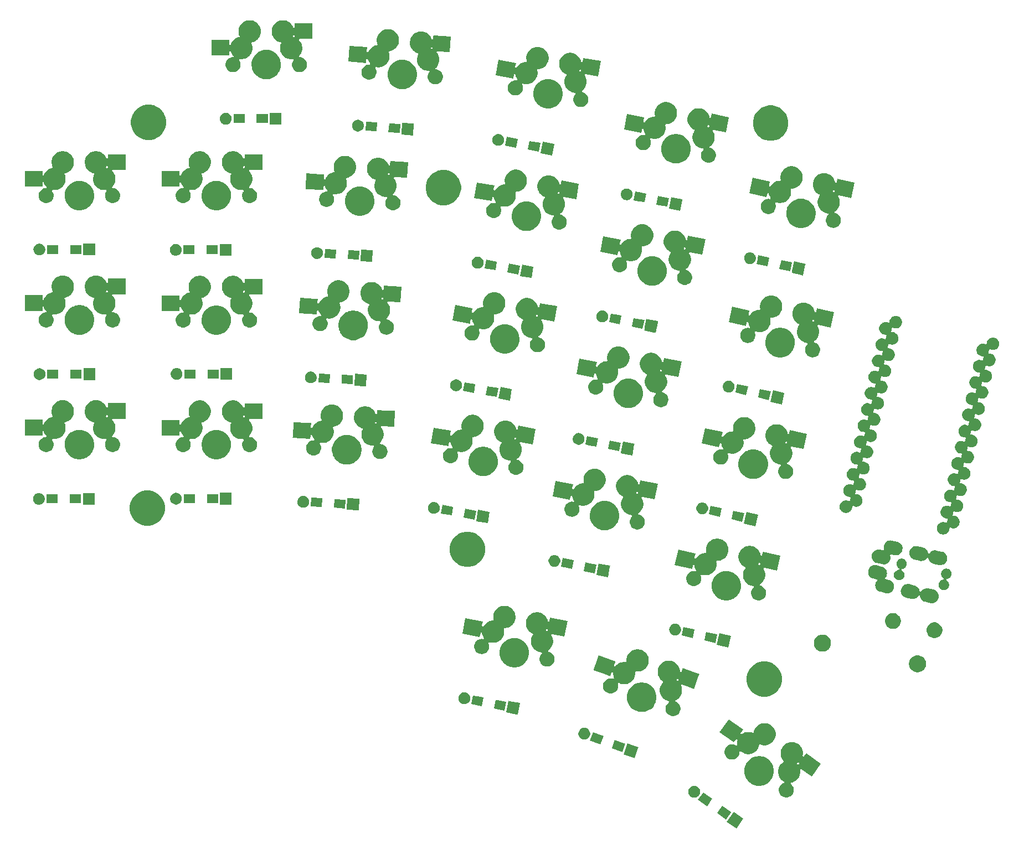
<source format=gbr>
G04 #@! TF.GenerationSoftware,KiCad,Pcbnew,(5.1.0)-1*
G04 #@! TF.CreationDate,2019-06-23T20:26:16+08:00*
G04 #@! TF.ProjectId,52Te_Rev,35325465-5f52-4657-962e-6b696361645f,rev?*
G04 #@! TF.SameCoordinates,Original*
G04 #@! TF.FileFunction,Soldermask,Bot*
G04 #@! TF.FilePolarity,Negative*
%FSLAX46Y46*%
G04 Gerber Fmt 4.6, Leading zero omitted, Abs format (unit mm)*
G04 Created by KiCad (PCBNEW (5.1.0)-1) date 2019-06-23 20:26:16*
%MOMM*%
%LPD*%
G04 APERTURE LIST*
%ADD10C,0.100000*%
G04 APERTURE END LIST*
D10*
G36*
X240522336Y-204664676D02*
G01*
X239491619Y-206136693D01*
X238019602Y-205105976D01*
X239050319Y-203633959D01*
X240522336Y-204664676D01*
X240522336Y-204664676D01*
G37*
G36*
X238660659Y-203633959D02*
G01*
X238687439Y-203652711D01*
X237913110Y-204758566D01*
X236520551Y-203783485D01*
X237294880Y-202677630D01*
X238660659Y-203633959D01*
X238660659Y-203633959D01*
G37*
G36*
X235489049Y-201413174D02*
G01*
X235779449Y-201616515D01*
X235005120Y-202722370D01*
X233612561Y-201747289D01*
X234386890Y-200641434D01*
X235489049Y-201413174D01*
X235489049Y-201413174D01*
G37*
G36*
X233233251Y-199639193D02*
G01*
X233291114Y-199650703D01*
X233406737Y-199698596D01*
X233431954Y-199709041D01*
X233454630Y-199718434D01*
X233601791Y-199816764D01*
X233726941Y-199941914D01*
X233726942Y-199941916D01*
X233825272Y-200089077D01*
X233893002Y-200252592D01*
X233927531Y-200426178D01*
X233927531Y-200603170D01*
X233904512Y-200718894D01*
X233893002Y-200776757D01*
X233825271Y-200940273D01*
X233726941Y-201087434D01*
X233601791Y-201212584D01*
X233454630Y-201310914D01*
X233291114Y-201378645D01*
X233233251Y-201390155D01*
X233117527Y-201413174D01*
X232940535Y-201413174D01*
X232824811Y-201390155D01*
X232766948Y-201378645D01*
X232603432Y-201310914D01*
X232456271Y-201212584D01*
X232331121Y-201087434D01*
X232232791Y-200940273D01*
X232165060Y-200776757D01*
X232153550Y-200718894D01*
X232130531Y-200603170D01*
X232130531Y-200426178D01*
X232165060Y-200252592D01*
X232232790Y-200089077D01*
X232331120Y-199941916D01*
X232331121Y-199941914D01*
X232456271Y-199816764D01*
X232603432Y-199718434D01*
X232626109Y-199709041D01*
X232651325Y-199698596D01*
X232766948Y-199650703D01*
X232824811Y-199639193D01*
X232940535Y-199616174D01*
X233117527Y-199616174D01*
X233233251Y-199639193D01*
X233233251Y-199639193D01*
G37*
G36*
X248286068Y-192968257D02*
G01*
X248450286Y-193000922D01*
X248759666Y-193129071D01*
X249038101Y-193315115D01*
X249274891Y-193551905D01*
X249460935Y-193830340D01*
X249589084Y-194139720D01*
X249589084Y-194139722D01*
X249654414Y-194468155D01*
X249654414Y-194803029D01*
X249614697Y-195002700D01*
X249612295Y-195027086D01*
X249614697Y-195051472D01*
X249621810Y-195074921D01*
X249633361Y-195096532D01*
X249648906Y-195115474D01*
X249667848Y-195131019D01*
X249689459Y-195142570D01*
X249712908Y-195149683D01*
X249737294Y-195152085D01*
X249761680Y-195149683D01*
X249785129Y-195142570D01*
X249806740Y-195131019D01*
X249825682Y-195115474D01*
X249839684Y-195098786D01*
X250148314Y-194658016D01*
X250148315Y-194658016D01*
X252360025Y-196206672D01*
X252360025Y-196206673D01*
X250983442Y-198172638D01*
X250983441Y-198172638D01*
X249417344Y-197076045D01*
X249395991Y-197064025D01*
X249372703Y-197056402D01*
X249348375Y-197053469D01*
X249323942Y-197055338D01*
X249300344Y-197061938D01*
X249278486Y-197073015D01*
X249259210Y-197088143D01*
X249243255Y-197106742D01*
X249231235Y-197128095D01*
X249223612Y-197151383D01*
X249220679Y-197175711D01*
X249223051Y-197202824D01*
X249237854Y-197277244D01*
X249237854Y-197612114D01*
X249172524Y-197940551D01*
X249044375Y-198249931D01*
X248858331Y-198528366D01*
X248621541Y-198765156D01*
X248343106Y-198951200D01*
X248033726Y-199079349D01*
X247916334Y-199102700D01*
X247867241Y-199112465D01*
X247843792Y-199119578D01*
X247822181Y-199131129D01*
X247803239Y-199146675D01*
X247787694Y-199165617D01*
X247776143Y-199187227D01*
X247769030Y-199210676D01*
X247766628Y-199235062D01*
X247769030Y-199259448D01*
X247776143Y-199282897D01*
X247787694Y-199304508D01*
X247803240Y-199323450D01*
X247822182Y-199338995D01*
X247854374Y-199360505D01*
X248014555Y-199520686D01*
X248140408Y-199709039D01*
X248227098Y-199918325D01*
X248271292Y-200140503D01*
X248271292Y-200367033D01*
X248227098Y-200589211D01*
X248140408Y-200798497D01*
X248014555Y-200986850D01*
X247854374Y-201147031D01*
X247666021Y-201272884D01*
X247456735Y-201359574D01*
X247308616Y-201389037D01*
X247234558Y-201403768D01*
X247008026Y-201403768D01*
X246933968Y-201389037D01*
X246785849Y-201359574D01*
X246576563Y-201272884D01*
X246388210Y-201147031D01*
X246228029Y-200986850D01*
X246102176Y-200798497D01*
X246015486Y-200589211D01*
X245971292Y-200367033D01*
X245971292Y-200140503D01*
X246015486Y-199918325D01*
X246102176Y-199709039D01*
X246228029Y-199520686D01*
X246388210Y-199360505D01*
X246576563Y-199234652D01*
X246718712Y-199175771D01*
X246740320Y-199164222D01*
X246759262Y-199148677D01*
X246774807Y-199129735D01*
X246786358Y-199108124D01*
X246793471Y-199084675D01*
X246795873Y-199060289D01*
X246793471Y-199035903D01*
X246786358Y-199012454D01*
X246774807Y-198990843D01*
X246759262Y-198971901D01*
X246740320Y-198956356D01*
X246732606Y-198951202D01*
X246732602Y-198951200D01*
X246454167Y-198765156D01*
X246217377Y-198528366D01*
X246031333Y-198249931D01*
X245903184Y-197940551D01*
X245837854Y-197612114D01*
X245837854Y-197277244D01*
X245903184Y-196948807D01*
X246031333Y-196639427D01*
X246217377Y-196360992D01*
X246368792Y-196209577D01*
X248758691Y-196209577D01*
X248761093Y-196233963D01*
X248768206Y-196257412D01*
X248779757Y-196279023D01*
X248795293Y-196297954D01*
X248810378Y-196313039D01*
X248829309Y-196328575D01*
X248850920Y-196340126D01*
X248874369Y-196347239D01*
X248898755Y-196349641D01*
X248923141Y-196347239D01*
X248946590Y-196340126D01*
X248968201Y-196328575D01*
X248987143Y-196313030D01*
X249001148Y-196296339D01*
X249034218Y-196249111D01*
X249046238Y-196227758D01*
X249053861Y-196204470D01*
X249056794Y-196180142D01*
X249054925Y-196155709D01*
X249048325Y-196132111D01*
X249037249Y-196110253D01*
X249022121Y-196090976D01*
X249003522Y-196075021D01*
X248982169Y-196063001D01*
X248958881Y-196055378D01*
X248934553Y-196052445D01*
X248910120Y-196054314D01*
X248886522Y-196060914D01*
X248862389Y-196073476D01*
X248814236Y-196105651D01*
X248795302Y-196121190D01*
X248779757Y-196140132D01*
X248768206Y-196161742D01*
X248761093Y-196185191D01*
X248758691Y-196209577D01*
X246368792Y-196209577D01*
X246454167Y-196124202D01*
X246678032Y-195974620D01*
X246696966Y-195959082D01*
X246712511Y-195940140D01*
X246724062Y-195918529D01*
X246731175Y-195895080D01*
X246733577Y-195870694D01*
X246731175Y-195846308D01*
X246724062Y-195822859D01*
X246712511Y-195801248D01*
X246696975Y-195782317D01*
X246633937Y-195719279D01*
X246447893Y-195440844D01*
X246319744Y-195131464D01*
X246254414Y-194803027D01*
X246254414Y-194468157D01*
X246319744Y-194139720D01*
X246447893Y-193830340D01*
X246633937Y-193551905D01*
X246870727Y-193315115D01*
X247149162Y-193129071D01*
X247458542Y-193000922D01*
X247622760Y-192968257D01*
X247786977Y-192935592D01*
X248121851Y-192935592D01*
X248286068Y-192968257D01*
X248286068Y-192968257D01*
G37*
G36*
X243309673Y-195115474D02*
G01*
X243616301Y-195176466D01*
X244025775Y-195346076D01*
X244394292Y-195592311D01*
X244707689Y-195905708D01*
X244937143Y-196249111D01*
X244953925Y-196274227D01*
X244985162Y-196349641D01*
X245105197Y-196639429D01*
X245123534Y-196683700D01*
X245210000Y-197118393D01*
X245210000Y-197561607D01*
X245199953Y-197612116D01*
X245123534Y-197996301D01*
X244953924Y-198405775D01*
X244707689Y-198774292D01*
X244394292Y-199087689D01*
X244025775Y-199333924D01*
X243616301Y-199503534D01*
X243398953Y-199546767D01*
X243181607Y-199590000D01*
X242738393Y-199590000D01*
X242303699Y-199503534D01*
X241894225Y-199333924D01*
X241525708Y-199087689D01*
X241212311Y-198774292D01*
X240966076Y-198405775D01*
X240796466Y-197996301D01*
X240720047Y-197612116D01*
X240710000Y-197561607D01*
X240710000Y-197118393D01*
X240796466Y-196683700D01*
X240814804Y-196639429D01*
X240934838Y-196349641D01*
X240966075Y-196274227D01*
X240982857Y-196249111D01*
X241212311Y-195905708D01*
X241525708Y-195592311D01*
X241894225Y-195346076D01*
X242303699Y-195176466D01*
X242610327Y-195115474D01*
X242738393Y-195090000D01*
X243181607Y-195090000D01*
X243309673Y-195115474D01*
X243309673Y-195115474D01*
G37*
G36*
X240499910Y-191002898D02*
G01*
X240499910Y-191002899D01*
X240156323Y-191493592D01*
X240147288Y-191506495D01*
X240135268Y-191527849D01*
X240127645Y-191551137D01*
X240124712Y-191575465D01*
X240126581Y-191599898D01*
X240133181Y-191623496D01*
X240144258Y-191645354D01*
X240159386Y-191664630D01*
X240177984Y-191680585D01*
X240199338Y-191692605D01*
X240222626Y-191700228D01*
X240246954Y-191703161D01*
X240271387Y-191701292D01*
X240294985Y-191694692D01*
X240319117Y-191682130D01*
X240490663Y-191567507D01*
X240800043Y-191439358D01*
X240964261Y-191406693D01*
X241128478Y-191374028D01*
X241463352Y-191374028D01*
X241633657Y-191407904D01*
X241791787Y-191439358D01*
X241950608Y-191505144D01*
X241974055Y-191512256D01*
X241998441Y-191514658D01*
X242022828Y-191512256D01*
X242046276Y-191505143D01*
X242067887Y-191493592D01*
X242086829Y-191478046D01*
X242102374Y-191459104D01*
X242113925Y-191437494D01*
X242121038Y-191414045D01*
X242122259Y-191407905D01*
X242158452Y-191225951D01*
X242286601Y-190916571D01*
X242472645Y-190638136D01*
X242709435Y-190401346D01*
X242987870Y-190215302D01*
X243297250Y-190087153D01*
X243461469Y-190054488D01*
X243625685Y-190021823D01*
X243960559Y-190021823D01*
X244124775Y-190054488D01*
X244288994Y-190087153D01*
X244598374Y-190215302D01*
X244876809Y-190401346D01*
X245113599Y-190638136D01*
X245299643Y-190916571D01*
X245427792Y-191225951D01*
X245427792Y-191225953D01*
X245493122Y-191554386D01*
X245493122Y-191889260D01*
X245460457Y-192053476D01*
X245427792Y-192217695D01*
X245299643Y-192527075D01*
X245113599Y-192805510D01*
X244876809Y-193042300D01*
X244598374Y-193228344D01*
X244288994Y-193356493D01*
X244124775Y-193389158D01*
X243960559Y-193421823D01*
X243625685Y-193421823D01*
X243406729Y-193378270D01*
X243297250Y-193356493D01*
X243138429Y-193290707D01*
X243114982Y-193283595D01*
X243090596Y-193281193D01*
X243066209Y-193283595D01*
X243042761Y-193290708D01*
X243021150Y-193302259D01*
X243002208Y-193317805D01*
X242986663Y-193336747D01*
X242975112Y-193358357D01*
X242967999Y-193381805D01*
X242930585Y-193569900D01*
X242802436Y-193879280D01*
X242616392Y-194157715D01*
X242379602Y-194394505D01*
X242101167Y-194580549D01*
X241791787Y-194708698D01*
X241627568Y-194741363D01*
X241463352Y-194774028D01*
X241128478Y-194774028D01*
X240964262Y-194741363D01*
X240800043Y-194708698D01*
X240490663Y-194580549D01*
X240212228Y-194394505D01*
X240162084Y-194344361D01*
X240143153Y-194328825D01*
X240121542Y-194317274D01*
X240098093Y-194310161D01*
X240073707Y-194307759D01*
X240049321Y-194310161D01*
X240025872Y-194317274D01*
X240004261Y-194328825D01*
X239985319Y-194344370D01*
X239969774Y-194363312D01*
X239958223Y-194384923D01*
X239951110Y-194408372D01*
X239948708Y-194432758D01*
X239948708Y-194539497D01*
X239904514Y-194761675D01*
X239817824Y-194970961D01*
X239691971Y-195159314D01*
X239531790Y-195319495D01*
X239343437Y-195445348D01*
X239134151Y-195532038D01*
X238986032Y-195561501D01*
X238911974Y-195576232D01*
X238685442Y-195576232D01*
X238611384Y-195561501D01*
X238463265Y-195532038D01*
X238253979Y-195445348D01*
X238065626Y-195319495D01*
X237905445Y-195159314D01*
X237779592Y-194970961D01*
X237692902Y-194761675D01*
X237648708Y-194539497D01*
X237648708Y-194312967D01*
X237692902Y-194090789D01*
X237764718Y-193917411D01*
X237779591Y-193881505D01*
X237779592Y-193881503D01*
X237905445Y-193693150D01*
X238065626Y-193532969D01*
X238253979Y-193407116D01*
X238263163Y-193403312D01*
X238319773Y-193379863D01*
X238463265Y-193320426D01*
X238612667Y-193290708D01*
X238685442Y-193276232D01*
X238911974Y-193276232D01*
X238984749Y-193290708D01*
X239134151Y-193320426D01*
X239277643Y-193379863D01*
X239334254Y-193403312D01*
X239343437Y-193407116D01*
X239421704Y-193459412D01*
X239443311Y-193470961D01*
X239466760Y-193478074D01*
X239491146Y-193480476D01*
X239515532Y-193478074D01*
X239538981Y-193470961D01*
X239560592Y-193459410D01*
X239579534Y-193443865D01*
X239595079Y-193424923D01*
X239606630Y-193403312D01*
X239613743Y-193379863D01*
X239616145Y-193355477D01*
X239613743Y-193331091D01*
X239595915Y-193241465D01*
X239595915Y-192906591D01*
X239617950Y-192795814D01*
X239650166Y-192633856D01*
X239652567Y-192609476D01*
X239650165Y-192585090D01*
X239643052Y-192561641D01*
X239631501Y-192540031D01*
X239615956Y-192521089D01*
X239597014Y-192505543D01*
X239575403Y-192493992D01*
X239551954Y-192486879D01*
X239527568Y-192484477D01*
X239503182Y-192486879D01*
X239479733Y-192493992D01*
X239458123Y-192505543D01*
X239439181Y-192521088D01*
X239425180Y-192537773D01*
X239123327Y-192968864D01*
X239123326Y-192968864D01*
X236911616Y-191420208D01*
X236911616Y-191420207D01*
X238288199Y-189454242D01*
X238288200Y-189454242D01*
X240499910Y-191002898D01*
X240499910Y-191002898D01*
G37*
G36*
X223265301Y-193241463D02*
G01*
X224541848Y-193706088D01*
X224541848Y-193706089D01*
X224474669Y-193890661D01*
X223927238Y-195394716D01*
X223927237Y-195394716D01*
X223280476Y-195159314D01*
X222238610Y-194780106D01*
X222853220Y-193091478D01*
X222853221Y-193091478D01*
X223265301Y-193241463D01*
X223265301Y-193241463D01*
G37*
G36*
X222507556Y-193203511D02*
G01*
X222047263Y-194468157D01*
X222045829Y-194472095D01*
X222045829Y-194472096D01*
X220448352Y-193890661D01*
X220910079Y-192622076D01*
X222507556Y-193203511D01*
X222507556Y-193203511D01*
G37*
G36*
X219171648Y-191989339D02*
G01*
X218715912Y-193241465D01*
X218709921Y-193257923D01*
X218709921Y-193257924D01*
X217112444Y-192676489D01*
X217574171Y-191407904D01*
X219171648Y-191989339D01*
X219171648Y-191989339D01*
G37*
G36*
X216433991Y-190761422D02*
G01*
X216491854Y-190772932D01*
X216655370Y-190840663D01*
X216802531Y-190938993D01*
X216927681Y-191064143D01*
X216927682Y-191064145D01*
X217026012Y-191211306D01*
X217093742Y-191374821D01*
X217124182Y-191527849D01*
X217128271Y-191548409D01*
X217128271Y-191725397D01*
X217093742Y-191898986D01*
X217026011Y-192062502D01*
X216927681Y-192209663D01*
X216802531Y-192334813D01*
X216655370Y-192433143D01*
X216491854Y-192500874D01*
X216468381Y-192505543D01*
X216318267Y-192535403D01*
X216141275Y-192535403D01*
X215991161Y-192505543D01*
X215967688Y-192500874D01*
X215804172Y-192433143D01*
X215657011Y-192334813D01*
X215531861Y-192209663D01*
X215433531Y-192062502D01*
X215365800Y-191898986D01*
X215331271Y-191725397D01*
X215331271Y-191548409D01*
X215335361Y-191527849D01*
X215365800Y-191374821D01*
X215433530Y-191211306D01*
X215531860Y-191064145D01*
X215531861Y-191064143D01*
X215657011Y-190938993D01*
X215804172Y-190840663D01*
X215967688Y-190772932D01*
X216025551Y-190761422D01*
X216141275Y-190738403D01*
X216318267Y-190738403D01*
X216433991Y-190761422D01*
X216433991Y-190761422D01*
G37*
G36*
X229475936Y-180497758D02*
G01*
X229640155Y-180530423D01*
X229949535Y-180658572D01*
X230227970Y-180844616D01*
X230464760Y-181081406D01*
X230650804Y-181359841D01*
X230778953Y-181669221D01*
X230778953Y-181669223D01*
X230844283Y-181997656D01*
X230844283Y-182077559D01*
X230846685Y-182101945D01*
X230853798Y-182125394D01*
X230865349Y-182147005D01*
X230880894Y-182165947D01*
X230899836Y-182181492D01*
X230921447Y-182193043D01*
X230944896Y-182200156D01*
X230969282Y-182202558D01*
X230993668Y-182200156D01*
X231017117Y-182193043D01*
X231038728Y-182181492D01*
X231057670Y-182165947D01*
X231073215Y-182147005D01*
X231086743Y-182120311D01*
X231087360Y-182118615D01*
X231269230Y-181618931D01*
X231269231Y-181618931D01*
X231680720Y-181768701D01*
X233806400Y-182542385D01*
X233806400Y-182542386D01*
X233697782Y-182840810D01*
X232985552Y-184797647D01*
X232985551Y-184797647D01*
X232141417Y-184490407D01*
X231186338Y-184142787D01*
X231162609Y-184136706D01*
X231138142Y-184135370D01*
X231113884Y-184138833D01*
X231090767Y-184146962D01*
X231069681Y-184159445D01*
X231051435Y-184175802D01*
X231036731Y-184195404D01*
X231026133Y-184217498D01*
X231020050Y-184241235D01*
X231018714Y-184265702D01*
X231022177Y-184289960D01*
X231028107Y-184308076D01*
X231103630Y-184490405D01*
X231168960Y-184818842D01*
X231168960Y-185153712D01*
X231103630Y-185482149D01*
X230975481Y-185791529D01*
X230789437Y-186069964D01*
X230552647Y-186306754D01*
X230274212Y-186492798D01*
X230228328Y-186511804D01*
X230206724Y-186523351D01*
X230187782Y-186538896D01*
X230172237Y-186557837D01*
X230160685Y-186579448D01*
X230153572Y-186602897D01*
X230151170Y-186627283D01*
X230153572Y-186651669D01*
X230160685Y-186675118D01*
X230172236Y-186696729D01*
X230187781Y-186715671D01*
X230206722Y-186731216D01*
X230228334Y-186742768D01*
X230338368Y-186788346D01*
X230526721Y-186914199D01*
X230686902Y-187074380D01*
X230812755Y-187262733D01*
X230899445Y-187472019D01*
X230943639Y-187694197D01*
X230943639Y-187920727D01*
X230899445Y-188142905D01*
X230812755Y-188352191D01*
X230686902Y-188540544D01*
X230526721Y-188700725D01*
X230338368Y-188826578D01*
X230129082Y-188913268D01*
X229980963Y-188942731D01*
X229906905Y-188957462D01*
X229680373Y-188957462D01*
X229606315Y-188942731D01*
X229458196Y-188913268D01*
X229248910Y-188826578D01*
X229060557Y-188700725D01*
X228900376Y-188540544D01*
X228774523Y-188352191D01*
X228687833Y-188142905D01*
X228643639Y-187920727D01*
X228643639Y-187694197D01*
X228687833Y-187472019D01*
X228774523Y-187262733D01*
X228900376Y-187074380D01*
X229060557Y-186914199D01*
X229127781Y-186869281D01*
X229146720Y-186853739D01*
X229162265Y-186834797D01*
X229173816Y-186813186D01*
X229180929Y-186789737D01*
X229183331Y-186765351D01*
X229180929Y-186740965D01*
X229173816Y-186717516D01*
X229162265Y-186695905D01*
X229146720Y-186676963D01*
X229127778Y-186661418D01*
X229106167Y-186649867D01*
X229082719Y-186642754D01*
X229046352Y-186635520D01*
X228973088Y-186620947D01*
X228663708Y-186492798D01*
X228385273Y-186306754D01*
X228148483Y-186069964D01*
X227962439Y-185791529D01*
X227834290Y-185482149D01*
X227768960Y-185153712D01*
X227768960Y-184818842D01*
X227834290Y-184490405D01*
X227962439Y-184181025D01*
X228148483Y-183902590D01*
X228255576Y-183795497D01*
X228271112Y-183776566D01*
X228282663Y-183754955D01*
X228289776Y-183731506D01*
X228292178Y-183707120D01*
X228289776Y-183682734D01*
X228282663Y-183659285D01*
X228271112Y-183637674D01*
X228255567Y-183618732D01*
X228236636Y-183603196D01*
X228060596Y-183485570D01*
X228019276Y-183444250D01*
X230321065Y-183444250D01*
X230323467Y-183468636D01*
X230330580Y-183492085D01*
X230342131Y-183513696D01*
X230357676Y-183532638D01*
X230376612Y-183548177D01*
X230397366Y-183562045D01*
X230418969Y-183573592D01*
X230442418Y-183580704D01*
X230466804Y-183583106D01*
X230491191Y-183580704D01*
X230514639Y-183573590D01*
X230536250Y-183562039D01*
X230555192Y-183546494D01*
X230570737Y-183527551D01*
X230584263Y-183500860D01*
X230604061Y-183446466D01*
X230610145Y-183422729D01*
X230611481Y-183398261D01*
X230608018Y-183374003D01*
X230599889Y-183350887D01*
X230587406Y-183329800D01*
X230571049Y-183311554D01*
X230551447Y-183296850D01*
X230529354Y-183286253D01*
X230505617Y-183280169D01*
X230481149Y-183278833D01*
X230456891Y-183282296D01*
X230433775Y-183290425D01*
X230412688Y-183302908D01*
X230398227Y-183315313D01*
X230357667Y-183355873D01*
X230342131Y-183374804D01*
X230330580Y-183396415D01*
X230323467Y-183419864D01*
X230321065Y-183444250D01*
X228019276Y-183444250D01*
X227823806Y-183248780D01*
X227637762Y-182970345D01*
X227509613Y-182660965D01*
X227444283Y-182332528D01*
X227444283Y-181997658D01*
X227509613Y-181669221D01*
X227637762Y-181359841D01*
X227823806Y-181081406D01*
X228060596Y-180844616D01*
X228339031Y-180658572D01*
X228648411Y-180530423D01*
X228812630Y-180497758D01*
X228976846Y-180465093D01*
X229311720Y-180465093D01*
X229475936Y-180497758D01*
X229475936Y-180497758D01*
G37*
G36*
X204823922Y-186657462D02*
G01*
X206413434Y-186966431D01*
X206413434Y-186966432D01*
X206403165Y-187019259D01*
X206070551Y-188730416D01*
X206070550Y-188730416D01*
X205783470Y-188674613D01*
X204306566Y-188387533D01*
X204649449Y-186623548D01*
X204649450Y-186623548D01*
X204823922Y-186657462D01*
X204823922Y-186657462D01*
G37*
G36*
X225458953Y-183863233D02*
G01*
X225676301Y-183906466D01*
X226085775Y-184076076D01*
X226454292Y-184322311D01*
X226767689Y-184635708D01*
X227013924Y-185004225D01*
X227183534Y-185413699D01*
X227270000Y-185848393D01*
X227270000Y-186291607D01*
X227266040Y-186311514D01*
X227183534Y-186726301D01*
X227147545Y-186813186D01*
X227019830Y-187121518D01*
X227013924Y-187135775D01*
X226767689Y-187504292D01*
X226454292Y-187817689D01*
X226085775Y-188063924D01*
X225676301Y-188233534D01*
X225458953Y-188276767D01*
X225241607Y-188320000D01*
X224798393Y-188320000D01*
X224581047Y-188276767D01*
X224363699Y-188233534D01*
X223954225Y-188063924D01*
X223585708Y-187817689D01*
X223272311Y-187504292D01*
X223026076Y-187135775D01*
X223020171Y-187121518D01*
X222892455Y-186813186D01*
X222856466Y-186726301D01*
X222773960Y-186311514D01*
X222770000Y-186291607D01*
X222770000Y-185848393D01*
X222856466Y-185413699D01*
X223026076Y-185004225D01*
X223272311Y-184635708D01*
X223585708Y-184322311D01*
X223954225Y-184076076D01*
X224363699Y-183906466D01*
X224581047Y-183863233D01*
X224798393Y-183820000D01*
X225241607Y-183820000D01*
X225458953Y-183863233D01*
X225458953Y-183863233D01*
G37*
G36*
X203042622Y-186538896D02*
G01*
X204325568Y-186788275D01*
X204067976Y-188113472D01*
X204067975Y-188113472D01*
X203076387Y-187920727D01*
X202399208Y-187789097D01*
X202656800Y-186463900D01*
X202656801Y-186463900D01*
X203042622Y-186538896D01*
X203042622Y-186538896D01*
G37*
G36*
X200006408Y-185948716D02*
G01*
X200840792Y-186110903D01*
X200583200Y-187436100D01*
X200583199Y-187436100D01*
X199691302Y-187262733D01*
X198914432Y-187111725D01*
X199172024Y-185786528D01*
X199172025Y-185786528D01*
X200006408Y-185948716D01*
X200006408Y-185948716D01*
G37*
G36*
X198084220Y-185347537D02*
G01*
X198142083Y-185359047D01*
X198305599Y-185426778D01*
X198452760Y-185525108D01*
X198577910Y-185650258D01*
X198577911Y-185650260D01*
X198676241Y-185797421D01*
X198743971Y-185960936D01*
X198773802Y-186110903D01*
X198778500Y-186134524D01*
X198778500Y-186311512D01*
X198743971Y-186485101D01*
X198676240Y-186648617D01*
X198577910Y-186795778D01*
X198452760Y-186920928D01*
X198305599Y-187019258D01*
X198142083Y-187086989D01*
X198084220Y-187098499D01*
X197968496Y-187121518D01*
X197791504Y-187121518D01*
X197675780Y-187098499D01*
X197617917Y-187086989D01*
X197454401Y-187019258D01*
X197307240Y-186920928D01*
X197182090Y-186795778D01*
X197083760Y-186648617D01*
X197016029Y-186485101D01*
X196981500Y-186311512D01*
X196981500Y-186134524D01*
X196986199Y-186110903D01*
X197016029Y-185960936D01*
X197083759Y-185797421D01*
X197182089Y-185650260D01*
X197182090Y-185650258D01*
X197307240Y-185525108D01*
X197454401Y-185426778D01*
X197617917Y-185359047D01*
X197675780Y-185347537D01*
X197791504Y-185324518D01*
X197968496Y-185324518D01*
X198084220Y-185347537D01*
X198084220Y-185347537D01*
G37*
G36*
X244527560Y-180683759D02*
G01*
X244985788Y-180873563D01*
X245018930Y-180887291D01*
X245461150Y-181182773D01*
X245837227Y-181558850D01*
X246130429Y-181997658D01*
X246132710Y-182001072D01*
X246336241Y-182492440D01*
X246440000Y-183014072D01*
X246440000Y-183545928D01*
X246336241Y-184067560D01*
X246179568Y-184445803D01*
X246132709Y-184558930D01*
X245837227Y-185001150D01*
X245461150Y-185377227D01*
X245018930Y-185672709D01*
X245018929Y-185672710D01*
X245018928Y-185672710D01*
X244527560Y-185876241D01*
X244005928Y-185980000D01*
X243474072Y-185980000D01*
X242952440Y-185876241D01*
X242461072Y-185672710D01*
X242461071Y-185672710D01*
X242461070Y-185672709D01*
X242018850Y-185377227D01*
X241642773Y-185001150D01*
X241347291Y-184558930D01*
X241300432Y-184445803D01*
X241143759Y-184067560D01*
X241040000Y-183545928D01*
X241040000Y-183014072D01*
X241143759Y-182492440D01*
X241347290Y-182001072D01*
X241349571Y-181997658D01*
X241642773Y-181558850D01*
X242018850Y-181182773D01*
X242461070Y-180887291D01*
X242494212Y-180873563D01*
X242952440Y-180683759D01*
X243474072Y-180580000D01*
X244005928Y-180580000D01*
X244527560Y-180683759D01*
X244527560Y-180683759D01*
G37*
G36*
X224702296Y-178760295D02*
G01*
X224866515Y-178792960D01*
X225175895Y-178921109D01*
X225454330Y-179107153D01*
X225691120Y-179343943D01*
X225877164Y-179622378D01*
X226005313Y-179931758D01*
X226005313Y-179931760D01*
X226070643Y-180260193D01*
X226070643Y-180595067D01*
X226053001Y-180683759D01*
X226005313Y-180923502D01*
X225877164Y-181232882D01*
X225691120Y-181511317D01*
X225454330Y-181748107D01*
X225175895Y-181934151D01*
X224866515Y-182062300D01*
X224716976Y-182092045D01*
X224538080Y-182127630D01*
X224203208Y-182127630D01*
X224157885Y-182118615D01*
X224133502Y-182116213D01*
X224109116Y-182118615D01*
X224085667Y-182125728D01*
X224064056Y-182137279D01*
X224045114Y-182152824D01*
X224029569Y-182171766D01*
X224018017Y-182193376D01*
X224010904Y-182216825D01*
X224008502Y-182241212D01*
X224008502Y-182547519D01*
X223943172Y-182875956D01*
X223815023Y-183185336D01*
X223628979Y-183463771D01*
X223392189Y-183700561D01*
X223113754Y-183886605D01*
X222804374Y-184014754D01*
X222688282Y-184037846D01*
X222475939Y-184080084D01*
X222141065Y-184080084D01*
X221928722Y-184037846D01*
X221812630Y-184014754D01*
X221530694Y-183897973D01*
X221507256Y-183890863D01*
X221482870Y-183888461D01*
X221458484Y-183890863D01*
X221435035Y-183897976D01*
X221413424Y-183909527D01*
X221394482Y-183925072D01*
X221378937Y-183944014D01*
X221367386Y-183965625D01*
X221360273Y-183989074D01*
X221357871Y-184013460D01*
X221360273Y-184037846D01*
X221388754Y-184181027D01*
X221396361Y-184219273D01*
X221396361Y-184445803D01*
X221352167Y-184667981D01*
X221265477Y-184877267D01*
X221139624Y-185065620D01*
X220979443Y-185225801D01*
X220791090Y-185351654D01*
X220581804Y-185438344D01*
X220433685Y-185467807D01*
X220359627Y-185482538D01*
X220133095Y-185482538D01*
X220059037Y-185467807D01*
X219910918Y-185438344D01*
X219701632Y-185351654D01*
X219513279Y-185225801D01*
X219353098Y-185065620D01*
X219227245Y-184877267D01*
X219140555Y-184667981D01*
X219096361Y-184445803D01*
X219096361Y-184219273D01*
X219140555Y-183997095D01*
X219227245Y-183787809D01*
X219353098Y-183599456D01*
X219513279Y-183439275D01*
X219701632Y-183313422D01*
X219706142Y-183311554D01*
X219776776Y-183282296D01*
X219910918Y-183226732D01*
X220059037Y-183197269D01*
X220133095Y-183182538D01*
X220359627Y-183182538D01*
X220433685Y-183197269D01*
X220581804Y-183226732D01*
X220589484Y-183229913D01*
X220612929Y-183237025D01*
X220637315Y-183239426D01*
X220661701Y-183237024D01*
X220685150Y-183229910D01*
X220706760Y-183218359D01*
X220725702Y-183202813D01*
X220741247Y-183183871D01*
X220752798Y-183162260D01*
X220759911Y-183138811D01*
X220762312Y-183114425D01*
X220759910Y-183090039D01*
X220752800Y-183066603D01*
X220673832Y-182875956D01*
X220608502Y-182547519D01*
X220608502Y-182379901D01*
X220606100Y-182355515D01*
X220598987Y-182332066D01*
X220587436Y-182310455D01*
X220571891Y-182291513D01*
X220552949Y-182275968D01*
X220531338Y-182264417D01*
X220507889Y-182257304D01*
X220483503Y-182254902D01*
X220459117Y-182257304D01*
X220435668Y-182264417D01*
X220414057Y-182275968D01*
X220395115Y-182291513D01*
X220379570Y-182310455D01*
X220366044Y-182337145D01*
X220182725Y-182840810D01*
X220182724Y-182840810D01*
X219376914Y-182547519D01*
X217645555Y-181917356D01*
X217699661Y-181768702D01*
X217934832Y-181122573D01*
X218466403Y-179662094D01*
X218466404Y-179662094D01*
X219103194Y-179893867D01*
X221003573Y-180585548D01*
X221003573Y-180585549D01*
X220945387Y-180745414D01*
X220823096Y-181081406D01*
X220798526Y-181148909D01*
X220792443Y-181172646D01*
X220791107Y-181197113D01*
X220794570Y-181221371D01*
X220802699Y-181244488D01*
X220815182Y-181265574D01*
X220831539Y-181283820D01*
X220851141Y-181298524D01*
X220873235Y-181309122D01*
X220896972Y-181315205D01*
X220921439Y-181316541D01*
X220945697Y-181313078D01*
X220968814Y-181304949D01*
X220989900Y-181292466D01*
X221004361Y-181280061D01*
X221224815Y-181059607D01*
X221503250Y-180873563D01*
X221812630Y-180745414D01*
X221976848Y-180712749D01*
X222141065Y-180680084D01*
X222475937Y-180680084D01*
X222521260Y-180689099D01*
X222545643Y-180691501D01*
X222570029Y-180689099D01*
X222593478Y-180681986D01*
X222615089Y-180670435D01*
X222634031Y-180654890D01*
X222649576Y-180635948D01*
X222661128Y-180614338D01*
X222668241Y-180590889D01*
X222670643Y-180566502D01*
X222670643Y-180260193D01*
X222735973Y-179931760D01*
X222735973Y-179931758D01*
X222864122Y-179622378D01*
X223050166Y-179343943D01*
X223286956Y-179107153D01*
X223565391Y-178921109D01*
X223874771Y-178792960D01*
X224038989Y-178760295D01*
X224203206Y-178727630D01*
X224538080Y-178727630D01*
X224702296Y-178760295D01*
X224702296Y-178760295D01*
G37*
G36*
X267419114Y-179662094D02*
G01*
X267559196Y-179689958D01*
X267795781Y-179787955D01*
X268008702Y-179930224D01*
X268189776Y-180111298D01*
X268332045Y-180324219D01*
X268430042Y-180560804D01*
X268444989Y-180635948D01*
X268480000Y-180811960D01*
X268480000Y-181068040D01*
X268457178Y-181182773D01*
X268430042Y-181319196D01*
X268332045Y-181555781D01*
X268189776Y-181768702D01*
X268008702Y-181949776D01*
X267795781Y-182092045D01*
X267795780Y-182092046D01*
X267795779Y-182092046D01*
X267731636Y-182118615D01*
X267559196Y-182190042D01*
X267445542Y-182212649D01*
X267308040Y-182240000D01*
X267051960Y-182240000D01*
X266914458Y-182212649D01*
X266800804Y-182190042D01*
X266628364Y-182118615D01*
X266564221Y-182092046D01*
X266564220Y-182092046D01*
X266564219Y-182092045D01*
X266351298Y-181949776D01*
X266170224Y-181768702D01*
X266027955Y-181555781D01*
X265929958Y-181319196D01*
X265902822Y-181182773D01*
X265880000Y-181068040D01*
X265880000Y-180811960D01*
X265915011Y-180635948D01*
X265929958Y-180560804D01*
X266027955Y-180324219D01*
X266170224Y-180111298D01*
X266351298Y-179930224D01*
X266564219Y-179787955D01*
X266800804Y-179689958D01*
X266940886Y-179662094D01*
X267051960Y-179640000D01*
X267308040Y-179640000D01*
X267419114Y-179662094D01*
X267419114Y-179662094D01*
G37*
G36*
X205862862Y-177030141D02*
G01*
X206196301Y-177096466D01*
X206605775Y-177266076D01*
X206974292Y-177512311D01*
X207287689Y-177825708D01*
X207533924Y-178194225D01*
X207692614Y-178577335D01*
X207703534Y-178603700D01*
X207774867Y-178962312D01*
X207790000Y-179038394D01*
X207790000Y-179481606D01*
X207703534Y-179916301D01*
X207533924Y-180325775D01*
X207287689Y-180694292D01*
X206974292Y-181007689D01*
X206605775Y-181253924D01*
X206605774Y-181253925D01*
X206605773Y-181253925D01*
X206542704Y-181280049D01*
X206196301Y-181423534D01*
X205978953Y-181466767D01*
X205761607Y-181510000D01*
X205318393Y-181510000D01*
X205101047Y-181466767D01*
X204883699Y-181423534D01*
X204537296Y-181280049D01*
X204474227Y-181253925D01*
X204474226Y-181253925D01*
X204474225Y-181253924D01*
X204105708Y-181007689D01*
X203792311Y-180694292D01*
X203546076Y-180325775D01*
X203376466Y-179916301D01*
X203290000Y-179481606D01*
X203290000Y-179038394D01*
X203305134Y-178962312D01*
X203376466Y-178603700D01*
X203387387Y-178577335D01*
X203546076Y-178194225D01*
X203792311Y-177825708D01*
X204105708Y-177512311D01*
X204474225Y-177266076D01*
X204883699Y-177096466D01*
X205217138Y-177030141D01*
X205318393Y-177010000D01*
X205761607Y-177010000D01*
X205862862Y-177030141D01*
X205862862Y-177030141D01*
G37*
G36*
X209334297Y-173090654D02*
G01*
X209498515Y-173123319D01*
X209807895Y-173251468D01*
X210086330Y-173437512D01*
X210323120Y-173674302D01*
X210509164Y-173952737D01*
X210637313Y-174262117D01*
X210652264Y-174337283D01*
X210667861Y-174415691D01*
X210674974Y-174439140D01*
X210686525Y-174460751D01*
X210702071Y-174479693D01*
X210721013Y-174495238D01*
X210742623Y-174506789D01*
X210766072Y-174513902D01*
X210790458Y-174516304D01*
X210814844Y-174513902D01*
X210838293Y-174506789D01*
X210859904Y-174495238D01*
X210878846Y-174479692D01*
X210894391Y-174460750D01*
X210905942Y-174439140D01*
X210913160Y-174415156D01*
X210915850Y-174401319D01*
X211015991Y-173886135D01*
X213666385Y-174401319D01*
X213208443Y-176757225D01*
X211329270Y-176391951D01*
X211304874Y-176389655D01*
X211280498Y-176392163D01*
X211257081Y-176399379D01*
X211235520Y-176411024D01*
X211216647Y-176426652D01*
X211201184Y-176445661D01*
X211189727Y-176467322D01*
X211182717Y-176490802D01*
X211180421Y-176515198D01*
X211182929Y-176539574D01*
X211190145Y-176562991D01*
X211201482Y-176584091D01*
X211271176Y-176688396D01*
X211399325Y-176997776D01*
X211426436Y-177134073D01*
X211464655Y-177326211D01*
X211464655Y-177661085D01*
X211431990Y-177825301D01*
X211399325Y-177989520D01*
X211271176Y-178298900D01*
X211085132Y-178577335D01*
X210848342Y-178814125D01*
X210745605Y-178882771D01*
X210726671Y-178898310D01*
X210711126Y-178917252D01*
X210699575Y-178938863D01*
X210692462Y-178962312D01*
X210690060Y-178986698D01*
X210692462Y-179011084D01*
X210699575Y-179034533D01*
X210711126Y-179056144D01*
X210726671Y-179075086D01*
X210745613Y-179090631D01*
X210767224Y-179102182D01*
X210790668Y-179109293D01*
X210862109Y-179123504D01*
X211071395Y-179210194D01*
X211259748Y-179336047D01*
X211419929Y-179496228D01*
X211545782Y-179684581D01*
X211632472Y-179893867D01*
X211676666Y-180116045D01*
X211676666Y-180342575D01*
X211632472Y-180564753D01*
X211545782Y-180774039D01*
X211419929Y-180962392D01*
X211259748Y-181122573D01*
X211071395Y-181248426D01*
X211071394Y-181248427D01*
X211071393Y-181248427D01*
X211035487Y-181263300D01*
X210862109Y-181335116D01*
X210737808Y-181359841D01*
X210639932Y-181379310D01*
X210413400Y-181379310D01*
X210315524Y-181359841D01*
X210191223Y-181335116D01*
X210017845Y-181263300D01*
X209981939Y-181248427D01*
X209981938Y-181248427D01*
X209981937Y-181248426D01*
X209793584Y-181122573D01*
X209633403Y-180962392D01*
X209507550Y-180774039D01*
X209420860Y-180564753D01*
X209376666Y-180342575D01*
X209376666Y-180116045D01*
X209420860Y-179893867D01*
X209507550Y-179684581D01*
X209633403Y-179496228D01*
X209722602Y-179407029D01*
X209738142Y-179388093D01*
X209749693Y-179366482D01*
X209756806Y-179343033D01*
X209759208Y-179318647D01*
X209756806Y-179294261D01*
X209749693Y-179270812D01*
X209738142Y-179249201D01*
X209722597Y-179230259D01*
X209703655Y-179214714D01*
X209682044Y-179203163D01*
X209658595Y-179196050D01*
X209634209Y-179193648D01*
X209597218Y-179193648D01*
X209433001Y-179160983D01*
X209268783Y-179128318D01*
X208959403Y-179000169D01*
X208680968Y-178814125D01*
X208444178Y-178577335D01*
X208258134Y-178298900D01*
X208129985Y-177989520D01*
X208097320Y-177825301D01*
X208064655Y-177661085D01*
X208064655Y-177326211D01*
X208102874Y-177134073D01*
X208129985Y-176997776D01*
X208258134Y-176688396D01*
X208382190Y-176502732D01*
X208393734Y-176481135D01*
X208400847Y-176457686D01*
X208403249Y-176433300D01*
X208400847Y-176408914D01*
X208393734Y-176385465D01*
X208382183Y-176363854D01*
X208366638Y-176344913D01*
X208347696Y-176329367D01*
X208326090Y-176317819D01*
X208197391Y-176264510D01*
X207918956Y-176078466D01*
X207682166Y-175841676D01*
X207666571Y-175818336D01*
X210364049Y-175818336D01*
X210366451Y-175842722D01*
X210373564Y-175866171D01*
X210385114Y-175887782D01*
X210400660Y-175906724D01*
X210419601Y-175922269D01*
X210441203Y-175933816D01*
X210463456Y-175943034D01*
X210486893Y-175950143D01*
X210511279Y-175952545D01*
X210535665Y-175950143D01*
X210559114Y-175943030D01*
X210580725Y-175931479D01*
X210599667Y-175915934D01*
X210615212Y-175896993D01*
X210626764Y-175875382D01*
X210633982Y-175851398D01*
X210645628Y-175791488D01*
X210647924Y-175767092D01*
X210645416Y-175742717D01*
X210638201Y-175719299D01*
X210626556Y-175697739D01*
X210610928Y-175678864D01*
X210591919Y-175663402D01*
X210570258Y-175651945D01*
X210546778Y-175644934D01*
X210522382Y-175642638D01*
X210498007Y-175645146D01*
X210474589Y-175652361D01*
X210453029Y-175664006D01*
X210434154Y-175679634D01*
X210418998Y-175698184D01*
X210385110Y-175748901D01*
X210373564Y-175770501D01*
X210366451Y-175793950D01*
X210364049Y-175818336D01*
X207666571Y-175818336D01*
X207496122Y-175563241D01*
X207367973Y-175253861D01*
X207325130Y-175038474D01*
X207302643Y-174925426D01*
X207302643Y-174590552D01*
X207353022Y-174337283D01*
X207367973Y-174262117D01*
X207496122Y-173952737D01*
X207682166Y-173674302D01*
X207918956Y-173437512D01*
X208197391Y-173251468D01*
X208506771Y-173123319D01*
X208670989Y-173090654D01*
X208835206Y-173057989D01*
X209170080Y-173057989D01*
X209334297Y-173090654D01*
X209334297Y-173090654D01*
G37*
G36*
X204347630Y-172121344D02*
G01*
X204511849Y-172154009D01*
X204821229Y-172282158D01*
X205099664Y-172468202D01*
X205336454Y-172704992D01*
X205522498Y-172983427D01*
X205650647Y-173292807D01*
X205679431Y-173437513D01*
X205715977Y-173621242D01*
X205715977Y-173956116D01*
X205697989Y-174046545D01*
X205650647Y-174284551D01*
X205522498Y-174593931D01*
X205336454Y-174872366D01*
X205099664Y-175109156D01*
X204821229Y-175295200D01*
X204511849Y-175423349D01*
X204360762Y-175453402D01*
X204183414Y-175488679D01*
X204060670Y-175488679D01*
X204036284Y-175491081D01*
X204012835Y-175498194D01*
X203991224Y-175509745D01*
X203972282Y-175525290D01*
X203956737Y-175544232D01*
X203945186Y-175565843D01*
X203938073Y-175589292D01*
X203935671Y-175613678D01*
X203938073Y-175638064D01*
X203984655Y-175872248D01*
X203984655Y-176207122D01*
X203963773Y-176312100D01*
X203919325Y-176535557D01*
X203791176Y-176844937D01*
X203605132Y-177123372D01*
X203368342Y-177360162D01*
X203089907Y-177546206D01*
X202780527Y-177674355D01*
X202682071Y-177693939D01*
X202452092Y-177739685D01*
X202117218Y-177739685D01*
X201788782Y-177674355D01*
X201770645Y-177666842D01*
X201747196Y-177659729D01*
X201722810Y-177657327D01*
X201698424Y-177659729D01*
X201674975Y-177666842D01*
X201653364Y-177678394D01*
X201634423Y-177693939D01*
X201618878Y-177712881D01*
X201607327Y-177734492D01*
X201600214Y-177757941D01*
X201597812Y-177782327D01*
X201600214Y-177806713D01*
X201607327Y-177830160D01*
X201659140Y-177955247D01*
X201703334Y-178177425D01*
X201703334Y-178403955D01*
X201659140Y-178626133D01*
X201572450Y-178835419D01*
X201446597Y-179023772D01*
X201286416Y-179183953D01*
X201098063Y-179309806D01*
X200888777Y-179396496D01*
X200740658Y-179425959D01*
X200666600Y-179440690D01*
X200440068Y-179440690D01*
X200366010Y-179425959D01*
X200217891Y-179396496D01*
X200008605Y-179309806D01*
X199820252Y-179183953D01*
X199660071Y-179023772D01*
X199534218Y-178835419D01*
X199447528Y-178626133D01*
X199403334Y-178403955D01*
X199403334Y-178177425D01*
X199447528Y-177955247D01*
X199534218Y-177745961D01*
X199660071Y-177557608D01*
X199820252Y-177397427D01*
X200008605Y-177271574D01*
X200021881Y-177266075D01*
X200044513Y-177256700D01*
X200217891Y-177184884D01*
X200379505Y-177152737D01*
X200440068Y-177140690D01*
X200666599Y-177140690D01*
X200727166Y-177152737D01*
X200751547Y-177155139D01*
X200775933Y-177152737D01*
X200799382Y-177145624D01*
X200820993Y-177134073D01*
X200839935Y-177118528D01*
X200855480Y-177099586D01*
X200867032Y-177077976D01*
X200874145Y-177054527D01*
X200876547Y-177030141D01*
X200874145Y-177005755D01*
X200867032Y-176982306D01*
X200855481Y-176960695D01*
X200778135Y-176844938D01*
X200778134Y-176844937D01*
X200649985Y-176535557D01*
X200629049Y-176430305D01*
X200603980Y-176304276D01*
X200596867Y-176280827D01*
X200585316Y-176259216D01*
X200569770Y-176240274D01*
X200550828Y-176224729D01*
X200529218Y-176213178D01*
X200505769Y-176206065D01*
X200481383Y-176203663D01*
X200456997Y-176206065D01*
X200433548Y-176213178D01*
X200411937Y-176224729D01*
X200392995Y-176240275D01*
X200377450Y-176259217D01*
X200365899Y-176280827D01*
X200358682Y-176304808D01*
X200257123Y-176827284D01*
X197606729Y-176312100D01*
X198064671Y-173956194D01*
X200715065Y-174471378D01*
X200598570Y-175070690D01*
X200596274Y-175095086D01*
X200598782Y-175119462D01*
X200605998Y-175142879D01*
X200617643Y-175164439D01*
X200633271Y-175183313D01*
X200652280Y-175198776D01*
X200673941Y-175210233D01*
X200697421Y-175217243D01*
X200721817Y-175219539D01*
X200746193Y-175217031D01*
X200769610Y-175209815D01*
X200791170Y-175198170D01*
X200810044Y-175182542D01*
X200825202Y-175163991D01*
X200964178Y-174955998D01*
X201200968Y-174719208D01*
X201479403Y-174533164D01*
X201788783Y-174405015D01*
X201953002Y-174372350D01*
X202117218Y-174339685D01*
X202239962Y-174339685D01*
X202264348Y-174337283D01*
X202287797Y-174330170D01*
X202309408Y-174318619D01*
X202328350Y-174303074D01*
X202343895Y-174284132D01*
X202355446Y-174262521D01*
X202362559Y-174239072D01*
X202364961Y-174214686D01*
X202362559Y-174190300D01*
X202315977Y-173956116D01*
X202315977Y-173621242D01*
X202352523Y-173437513D01*
X202381307Y-173292807D01*
X202509456Y-172983427D01*
X202695500Y-172704992D01*
X202932290Y-172468202D01*
X203210725Y-172282158D01*
X203520105Y-172154009D01*
X203684324Y-172121344D01*
X203848540Y-172088679D01*
X204183414Y-172088679D01*
X204347630Y-172121344D01*
X204347630Y-172121344D01*
G37*
G36*
X252822345Y-176490802D02*
G01*
X253019196Y-176529958D01*
X253186486Y-176599252D01*
X253211674Y-176609685D01*
X253255781Y-176627955D01*
X253468702Y-176770224D01*
X253649776Y-176951298D01*
X253792045Y-177164219D01*
X253887649Y-177395026D01*
X253890042Y-177400805D01*
X253940000Y-177651960D01*
X253940000Y-177908040D01*
X253915021Y-178033617D01*
X253890042Y-178159196D01*
X253792045Y-178395781D01*
X253649776Y-178608702D01*
X253468702Y-178789776D01*
X253255781Y-178932045D01*
X253019196Y-179030042D01*
X252977212Y-179038393D01*
X252768040Y-179080000D01*
X252511960Y-179080000D01*
X252302788Y-179038393D01*
X252260804Y-179030042D01*
X252024219Y-178932045D01*
X251811298Y-178789776D01*
X251630224Y-178608702D01*
X251487955Y-178395781D01*
X251389958Y-178159196D01*
X251340000Y-177908040D01*
X251340000Y-177651960D01*
X251389958Y-177400805D01*
X251392352Y-177395026D01*
X251487955Y-177164219D01*
X251630224Y-176951298D01*
X251811298Y-176770224D01*
X252024219Y-176627955D01*
X252068327Y-176609685D01*
X252093514Y-176599252D01*
X252260804Y-176529958D01*
X252457655Y-176490802D01*
X252511960Y-176480000D01*
X252768040Y-176480000D01*
X252822345Y-176490802D01*
X252822345Y-176490802D01*
G37*
G36*
X238628436Y-176677724D02*
G01*
X238239494Y-178432128D01*
X236485090Y-178043186D01*
X236874032Y-176288782D01*
X238628436Y-176677724D01*
X238628436Y-176677724D01*
G37*
G36*
X236545948Y-176444974D02*
G01*
X236253755Y-177762973D01*
X234594052Y-177395026D01*
X234886245Y-176077027D01*
X236545948Y-176444974D01*
X236545948Y-176444974D01*
G37*
G36*
X270112988Y-174649544D02*
G01*
X270281174Y-174719209D01*
X270331375Y-174740003D01*
X270527917Y-174871328D01*
X270695063Y-175038474D01*
X270816047Y-175219539D01*
X270826389Y-175235018D01*
X270916847Y-175453403D01*
X270962962Y-175685238D01*
X270962962Y-175921620D01*
X270916847Y-176153455D01*
X270829697Y-176363854D01*
X270826388Y-176371842D01*
X270695063Y-176568384D01*
X270527917Y-176735530D01*
X270331375Y-176866855D01*
X270331374Y-176866856D01*
X270331373Y-176866856D01*
X270112988Y-176957314D01*
X269881153Y-177003429D01*
X269644771Y-177003429D01*
X269412936Y-176957314D01*
X269194551Y-176866856D01*
X269194550Y-176866856D01*
X269194549Y-176866855D01*
X268998007Y-176735530D01*
X268830861Y-176568384D01*
X268699536Y-176371842D01*
X268696227Y-176363854D01*
X268609077Y-176153455D01*
X268562962Y-175921620D01*
X268562962Y-175685238D01*
X268609077Y-175453403D01*
X268699535Y-175235018D01*
X268709878Y-175219539D01*
X268830861Y-175038474D01*
X268998007Y-174871328D01*
X269194549Y-174740003D01*
X269244750Y-174719209D01*
X269412936Y-174649544D01*
X269644771Y-174603429D01*
X269881153Y-174603429D01*
X270112988Y-174649544D01*
X270112988Y-174649544D01*
G37*
G36*
X233080098Y-175676614D02*
G01*
X232787905Y-176994613D01*
X231128202Y-176626666D01*
X231420395Y-175308667D01*
X233080098Y-175676614D01*
X233080098Y-175676614D01*
G37*
G36*
X230321607Y-174835704D02*
G01*
X230379470Y-174847214D01*
X230542986Y-174914945D01*
X230690147Y-175013275D01*
X230815297Y-175138425D01*
X230913627Y-175285586D01*
X230981358Y-175449102D01*
X230983525Y-175459997D01*
X231015887Y-175622689D01*
X231015887Y-175799681D01*
X231004092Y-175858978D01*
X230981358Y-175973268D01*
X230913627Y-176136784D01*
X230815297Y-176283945D01*
X230690147Y-176409095D01*
X230542986Y-176507425D01*
X230542985Y-176507426D01*
X230542984Y-176507426D01*
X230495093Y-176527263D01*
X230379470Y-176575156D01*
X230321607Y-176586666D01*
X230205883Y-176609685D01*
X230028891Y-176609685D01*
X229913167Y-176586666D01*
X229855304Y-176575156D01*
X229739681Y-176527263D01*
X229691790Y-176507426D01*
X229691789Y-176507426D01*
X229691788Y-176507425D01*
X229544627Y-176409095D01*
X229419477Y-176283945D01*
X229321147Y-176136784D01*
X229253416Y-175973268D01*
X229230682Y-175858978D01*
X229218887Y-175799681D01*
X229218887Y-175622689D01*
X229251249Y-175459997D01*
X229253416Y-175449102D01*
X229321147Y-175285586D01*
X229419477Y-175138425D01*
X229544627Y-175013275D01*
X229691788Y-174914945D01*
X229855304Y-174847214D01*
X229913167Y-174835704D01*
X230028891Y-174812685D01*
X230205883Y-174812685D01*
X230321607Y-174835704D01*
X230321607Y-174835704D01*
G37*
G36*
X263767064Y-173242686D02*
G01*
X263985449Y-173333144D01*
X263985451Y-173333145D01*
X264181993Y-173464470D01*
X264349139Y-173631616D01*
X264377662Y-173674303D01*
X264480465Y-173828160D01*
X264570923Y-174046545D01*
X264617038Y-174278380D01*
X264617038Y-174514762D01*
X264570923Y-174746597D01*
X264484186Y-174955998D01*
X264480464Y-174964984D01*
X264349139Y-175161526D01*
X264181993Y-175328672D01*
X263985451Y-175459997D01*
X263985450Y-175459998D01*
X263985449Y-175459998D01*
X263767064Y-175550456D01*
X263535229Y-175596571D01*
X263298847Y-175596571D01*
X263067012Y-175550456D01*
X262848627Y-175459998D01*
X262848626Y-175459998D01*
X262848625Y-175459997D01*
X262652083Y-175328672D01*
X262484937Y-175161526D01*
X262353612Y-174964984D01*
X262349890Y-174955998D01*
X262263153Y-174746597D01*
X262217038Y-174514762D01*
X262217038Y-174278380D01*
X262263153Y-174046545D01*
X262353611Y-173828160D01*
X262456415Y-173674303D01*
X262484937Y-173631616D01*
X262652083Y-173464470D01*
X262848625Y-173333145D01*
X262848627Y-173333144D01*
X263067012Y-173242686D01*
X263298847Y-173196571D01*
X263535229Y-173196571D01*
X263767064Y-173242686D01*
X263767064Y-173242686D01*
G37*
G36*
X265764255Y-168754525D02*
G01*
X265841200Y-168763802D01*
X266722947Y-168959281D01*
X266870260Y-169007502D01*
X266964389Y-169060487D01*
X267050501Y-169108959D01*
X267207482Y-169243627D01*
X267335174Y-169406332D01*
X267418985Y-169571713D01*
X267428672Y-169590828D01*
X267484381Y-169790016D01*
X267485858Y-169809320D01*
X267490111Y-169833442D01*
X267498992Y-169856280D01*
X267512158Y-169876947D01*
X267529103Y-169894648D01*
X267549175Y-169908703D01*
X267571604Y-169918572D01*
X267595527Y-169923876D01*
X267620025Y-169924411D01*
X267644157Y-169920156D01*
X267666995Y-169911275D01*
X267687662Y-169898109D01*
X267705363Y-169881164D01*
X267719419Y-169861091D01*
X267728913Y-169844225D01*
X267775416Y-169790017D01*
X267863581Y-169687243D01*
X267863582Y-169687242D01*
X268026290Y-169559548D01*
X268210778Y-169466053D01*
X268270130Y-169449454D01*
X268409970Y-169410344D01*
X268616198Y-169394567D01*
X268616201Y-169394567D01*
X268693143Y-169403844D01*
X268770088Y-169413121D01*
X269651835Y-169608600D01*
X269799148Y-169656821D01*
X269951551Y-169742608D01*
X269979389Y-169758278D01*
X270136370Y-169892946D01*
X270264062Y-170055651D01*
X270318108Y-170162298D01*
X270357560Y-170240147D01*
X270413269Y-170439335D01*
X270428055Y-170632607D01*
X270429046Y-170645566D01*
X270404287Y-170850910D01*
X270369700Y-170956571D01*
X270339944Y-171047477D01*
X270265912Y-171178996D01*
X270238487Y-171227717D01*
X270103818Y-171384700D01*
X269941114Y-171512391D01*
X269847647Y-171559758D01*
X269756618Y-171605890D01*
X269557430Y-171661598D01*
X269351200Y-171677375D01*
X269351198Y-171677375D01*
X269299903Y-171671190D01*
X269197310Y-171658821D01*
X268315565Y-171463342D01*
X268315561Y-171463341D01*
X268315558Y-171463340D01*
X268244113Y-171439953D01*
X268168252Y-171415121D01*
X267988013Y-171313665D01*
X267831030Y-171178996D01*
X267826743Y-171173534D01*
X267703335Y-171016287D01*
X267609840Y-170831799D01*
X267563008Y-170664346D01*
X267554131Y-170632607D01*
X267552655Y-170613314D01*
X267548400Y-170589182D01*
X267539519Y-170566344D01*
X267526353Y-170545678D01*
X267509408Y-170527977D01*
X267489336Y-170513922D01*
X267466907Y-170504053D01*
X267442984Y-170498749D01*
X267418485Y-170498214D01*
X267394353Y-170502469D01*
X267371515Y-170511350D01*
X267350849Y-170524516D01*
X267333148Y-170541461D01*
X267319093Y-170561534D01*
X267309602Y-170578395D01*
X267174930Y-170735381D01*
X267012226Y-170863072D01*
X266918759Y-170910439D01*
X266827730Y-170956571D01*
X266628542Y-171012279D01*
X266422312Y-171028056D01*
X266422310Y-171028056D01*
X266371015Y-171021871D01*
X266268422Y-171009502D01*
X265386677Y-170814023D01*
X265386673Y-170814022D01*
X265386670Y-170814021D01*
X265315225Y-170790634D01*
X265239364Y-170765802D01*
X265059125Y-170664346D01*
X264902142Y-170529677D01*
X264900808Y-170527977D01*
X264774447Y-170366968D01*
X264680952Y-170182480D01*
X264628868Y-169996248D01*
X264625243Y-169983288D01*
X264609466Y-169777060D01*
X264611731Y-169758278D01*
X264623107Y-169663919D01*
X264634224Y-169571715D01*
X264698568Y-169375146D01*
X264800024Y-169194907D01*
X264934693Y-169037924D01*
X264973458Y-169007501D01*
X265097402Y-168910229D01*
X265281890Y-168816734D01*
X265450336Y-168769624D01*
X265481082Y-168761025D01*
X265687310Y-168745248D01*
X265687313Y-168745248D01*
X265764255Y-168754525D01*
X265764255Y-168754525D01*
G37*
G36*
X238358953Y-166803233D02*
G01*
X238576301Y-166846466D01*
X238985775Y-167016076D01*
X239354292Y-167262311D01*
X239667689Y-167575708D01*
X239913924Y-167944225D01*
X239913925Y-167944227D01*
X239925800Y-167972895D01*
X240083534Y-168353699D01*
X240103727Y-168455216D01*
X240170000Y-168788393D01*
X240170000Y-169231607D01*
X240149268Y-169335833D01*
X240083534Y-169666301D01*
X239999315Y-169869623D01*
X239922259Y-170055654D01*
X239913924Y-170075775D01*
X239667689Y-170444292D01*
X239354292Y-170757689D01*
X238985775Y-171003924D01*
X238985774Y-171003925D01*
X238985773Y-171003925D01*
X238880639Y-171047473D01*
X238576301Y-171173534D01*
X238366233Y-171215319D01*
X238141607Y-171260000D01*
X237698393Y-171260000D01*
X237473767Y-171215319D01*
X237263699Y-171173534D01*
X236959361Y-171047473D01*
X236854227Y-171003925D01*
X236854226Y-171003925D01*
X236854225Y-171003924D01*
X236485708Y-170757689D01*
X236172311Y-170444292D01*
X235926076Y-170075775D01*
X235917742Y-170055654D01*
X235840685Y-169869623D01*
X235756466Y-169666301D01*
X235690732Y-169335833D01*
X235670000Y-169231607D01*
X235670000Y-168788393D01*
X235736273Y-168455216D01*
X235756466Y-168353699D01*
X235914200Y-167972895D01*
X235926075Y-167944227D01*
X235926076Y-167944225D01*
X236172311Y-167575708D01*
X236485708Y-167262311D01*
X236854225Y-167016076D01*
X237263699Y-166846466D01*
X237481047Y-166803233D01*
X237698393Y-166760000D01*
X238141607Y-166760000D01*
X238358953Y-166803233D01*
X238358953Y-166803233D01*
G37*
G36*
X241830958Y-162932838D02*
G01*
X241995177Y-162965503D01*
X242304557Y-163093652D01*
X242582992Y-163279696D01*
X242819782Y-163516486D01*
X243005826Y-163794921D01*
X243133975Y-164104301D01*
X243171409Y-164292496D01*
X243173692Y-164303974D01*
X243180805Y-164327423D01*
X243192356Y-164349034D01*
X243207901Y-164367976D01*
X243226843Y-164383521D01*
X243248454Y-164395072D01*
X243271903Y-164402185D01*
X243296289Y-164404587D01*
X243320675Y-164402185D01*
X243344124Y-164395072D01*
X243365735Y-164383521D01*
X243384677Y-164367976D01*
X243400222Y-164349034D01*
X243411773Y-164327423D01*
X243418325Y-164306643D01*
X243418487Y-164305912D01*
X243534786Y-163781321D01*
X246170785Y-164365708D01*
X245655083Y-166691892D01*
X245651330Y-166708818D01*
X245651330Y-166708819D01*
X243784791Y-166295017D01*
X243760470Y-166292085D01*
X243736037Y-166293954D01*
X243712439Y-166300554D01*
X243690581Y-166311631D01*
X243671305Y-166326759D01*
X243655350Y-166345358D01*
X243643330Y-166366711D01*
X243635707Y-166389999D01*
X243632774Y-166414327D01*
X243634643Y-166438760D01*
X243641243Y-166462358D01*
X243653810Y-166486499D01*
X243695966Y-166549590D01*
X243824115Y-166858970D01*
X243830560Y-166891371D01*
X243889445Y-167187405D01*
X243889445Y-167522279D01*
X243867870Y-167630741D01*
X243824115Y-167850714D01*
X243695966Y-168160094D01*
X243509922Y-168438529D01*
X243273132Y-168675319D01*
X243131987Y-168769629D01*
X243113051Y-168785170D01*
X243097506Y-168804111D01*
X243085955Y-168825722D01*
X243078842Y-168849171D01*
X243076440Y-168873557D01*
X243078842Y-168897943D01*
X243085955Y-168921392D01*
X243097506Y-168943003D01*
X243113052Y-168961945D01*
X243131993Y-168977490D01*
X243153604Y-168989041D01*
X243177048Y-168996153D01*
X243215027Y-169003707D01*
X243424313Y-169090397D01*
X243612666Y-169216250D01*
X243772847Y-169376431D01*
X243898700Y-169564784D01*
X243985390Y-169774070D01*
X244029584Y-169996248D01*
X244029584Y-170222778D01*
X243985390Y-170444956D01*
X243898700Y-170654242D01*
X243772847Y-170842595D01*
X243612666Y-171002776D01*
X243424313Y-171128629D01*
X243215027Y-171215319D01*
X243066908Y-171244782D01*
X242992850Y-171259513D01*
X242766318Y-171259513D01*
X242692260Y-171244782D01*
X242544141Y-171215319D01*
X242334855Y-171128629D01*
X242146502Y-171002776D01*
X241986321Y-170842595D01*
X241860468Y-170654242D01*
X241773778Y-170444956D01*
X241729584Y-170222778D01*
X241729584Y-169996248D01*
X241773778Y-169774070D01*
X241860468Y-169564784D01*
X241986321Y-169376431D01*
X242095120Y-169267632D01*
X242110660Y-169248696D01*
X242122211Y-169227085D01*
X242129324Y-169203636D01*
X242131726Y-169179250D01*
X242129324Y-169154864D01*
X242122211Y-169131415D01*
X242110660Y-169109804D01*
X242095115Y-169090862D01*
X242076173Y-169075317D01*
X242054562Y-169063766D01*
X242031113Y-169056653D01*
X241828211Y-169016293D01*
X241693573Y-168989512D01*
X241384193Y-168861363D01*
X241105758Y-168675319D01*
X240868968Y-168438529D01*
X240682924Y-168160094D01*
X240554775Y-167850714D01*
X240511020Y-167630741D01*
X240489445Y-167522279D01*
X240489445Y-167187405D01*
X240548330Y-166891371D01*
X240554775Y-166858970D01*
X240682924Y-166549590D01*
X240832507Y-166325723D01*
X240844052Y-166304123D01*
X240851165Y-166280674D01*
X240853567Y-166256288D01*
X240851165Y-166231902D01*
X240844052Y-166208453D01*
X240832501Y-166186842D01*
X240816956Y-166167900D01*
X240798014Y-166152355D01*
X240776406Y-166140806D01*
X240694053Y-166106694D01*
X240415618Y-165920650D01*
X240193695Y-165698727D01*
X242835183Y-165698727D01*
X242837585Y-165723113D01*
X242844698Y-165746562D01*
X242856249Y-165768172D01*
X242871794Y-165787114D01*
X242890736Y-165802660D01*
X242912339Y-165814207D01*
X242932039Y-165822367D01*
X242955477Y-165829478D01*
X242979863Y-165831880D01*
X243004249Y-165829479D01*
X243027698Y-165822366D01*
X243049309Y-165810816D01*
X243068251Y-165795271D01*
X243083797Y-165776330D01*
X243095349Y-165754719D01*
X243101902Y-165733936D01*
X243108665Y-165703430D01*
X243114381Y-165677645D01*
X243117314Y-165653319D01*
X243115445Y-165628886D01*
X243108845Y-165605288D01*
X243097768Y-165583430D01*
X243082640Y-165564154D01*
X243064042Y-165548199D01*
X243042688Y-165536179D01*
X243019400Y-165528556D01*
X242995072Y-165525623D01*
X242970639Y-165527492D01*
X242947041Y-165534092D01*
X242925183Y-165545169D01*
X242905907Y-165560297D01*
X242888418Y-165581139D01*
X242856243Y-165629292D01*
X242844698Y-165650892D01*
X242837585Y-165674341D01*
X242835183Y-165698727D01*
X240193695Y-165698727D01*
X240178828Y-165683860D01*
X239992784Y-165405425D01*
X239864635Y-165096045D01*
X239816765Y-164855385D01*
X239799305Y-164767610D01*
X239799305Y-164432736D01*
X239842106Y-164217561D01*
X239864635Y-164104301D01*
X239992784Y-163794921D01*
X240178828Y-163516486D01*
X240415618Y-163279696D01*
X240694053Y-163093652D01*
X241003433Y-162965503D01*
X241167652Y-162932838D01*
X241331868Y-162900173D01*
X241666742Y-162900173D01*
X241830958Y-162932838D01*
X241830958Y-162932838D01*
G37*
G36*
X260773396Y-165855589D02*
G01*
X260850341Y-165864866D01*
X261732088Y-166060345D01*
X261732091Y-166060346D01*
X261827953Y-166091725D01*
X261879401Y-166108566D01*
X261957193Y-166152355D01*
X262059642Y-166210023D01*
X262216623Y-166344691D01*
X262344315Y-166507396D01*
X262417248Y-166651312D01*
X262437813Y-166691892D01*
X262493522Y-166891080D01*
X262509299Y-167097308D01*
X262509299Y-167097311D01*
X262484540Y-167302655D01*
X262451298Y-167404209D01*
X262420197Y-167499222D01*
X262318741Y-167679461D01*
X262235817Y-167776125D01*
X262221765Y-167796193D01*
X262211897Y-167818622D01*
X262206593Y-167842545D01*
X262206058Y-167867043D01*
X262210313Y-167891175D01*
X262219194Y-167914013D01*
X262232360Y-167934680D01*
X262249305Y-167952381D01*
X262269378Y-167966436D01*
X262291807Y-167976304D01*
X262303638Y-167979544D01*
X262817763Y-168093523D01*
X262965076Y-168141744D01*
X263054911Y-168192312D01*
X263145317Y-168243201D01*
X263302298Y-168377869D01*
X263429990Y-168540574D01*
X263481385Y-168641990D01*
X263523488Y-168725070D01*
X263579197Y-168924258D01*
X263593983Y-169117530D01*
X263594974Y-169130489D01*
X263570215Y-169335833D01*
X263554019Y-169385311D01*
X263505872Y-169532400D01*
X263418711Y-169687243D01*
X263404415Y-169712640D01*
X263269746Y-169869623D01*
X263107042Y-169997314D01*
X263053466Y-170024465D01*
X262922546Y-170090813D01*
X262723358Y-170146521D01*
X262517128Y-170162298D01*
X262517126Y-170162298D01*
X262465831Y-170156113D01*
X262363238Y-170143744D01*
X261481493Y-169948265D01*
X261481489Y-169948264D01*
X261481486Y-169948263D01*
X261390782Y-169918572D01*
X261334180Y-169900044D01*
X261153941Y-169798588D01*
X260996958Y-169663919D01*
X260991387Y-169656821D01*
X260869263Y-169501210D01*
X260775768Y-169316722D01*
X260744141Y-169203636D01*
X260720059Y-169117530D01*
X260704282Y-168911302D01*
X260705893Y-168897943D01*
X260717206Y-168804111D01*
X260729040Y-168705957D01*
X260793384Y-168509388D01*
X260894840Y-168329149D01*
X260977767Y-168232481D01*
X260991816Y-168212417D01*
X261001684Y-168189988D01*
X261006988Y-168166065D01*
X261007523Y-168141567D01*
X261003268Y-168117435D01*
X260994387Y-168094597D01*
X260981221Y-168073930D01*
X260964276Y-168056229D01*
X260944203Y-168042174D01*
X260921774Y-168032306D01*
X260909948Y-168029067D01*
X260395818Y-167915087D01*
X260395814Y-167915086D01*
X260395811Y-167915085D01*
X260322768Y-167891175D01*
X260248505Y-167866866D01*
X260068266Y-167765410D01*
X259911283Y-167630741D01*
X259911282Y-167630740D01*
X259783588Y-167468032D01*
X259690093Y-167283544D01*
X259646287Y-167126912D01*
X259634384Y-167084352D01*
X259618607Y-166878124D01*
X259621963Y-166850293D01*
X259629487Y-166787882D01*
X259643365Y-166672779D01*
X259707709Y-166476210D01*
X259809165Y-166295971D01*
X259943834Y-166138988D01*
X259943835Y-166138987D01*
X260106543Y-166011293D01*
X260291031Y-165917798D01*
X260413109Y-165883656D01*
X260490223Y-165862089D01*
X260696451Y-165846312D01*
X260696454Y-165846312D01*
X260773396Y-165855589D01*
X260773396Y-165855589D01*
G37*
G36*
X271807676Y-166397566D02*
G01*
X271953266Y-166457871D01*
X272084295Y-166545422D01*
X272195726Y-166656853D01*
X272283277Y-166787882D01*
X272343582Y-166933472D01*
X272374325Y-167088029D01*
X272374325Y-167245617D01*
X272343582Y-167400174D01*
X272283277Y-167545764D01*
X272195726Y-167676793D01*
X272084295Y-167788224D01*
X271953266Y-167875775D01*
X271807676Y-167936080D01*
X271658353Y-167965782D01*
X271634904Y-167972895D01*
X271613293Y-167984446D01*
X271594351Y-167999991D01*
X271578806Y-168018933D01*
X271567255Y-168040544D01*
X271560142Y-168063993D01*
X271557740Y-168088379D01*
X271560142Y-168112765D01*
X271567255Y-168136214D01*
X271578806Y-168157825D01*
X271594351Y-168176767D01*
X271613293Y-168192312D01*
X271705526Y-168253940D01*
X271816957Y-168365371D01*
X271904508Y-168496400D01*
X271964813Y-168641990D01*
X271995556Y-168796547D01*
X271995556Y-168954135D01*
X271964813Y-169108692D01*
X271904508Y-169254282D01*
X271816957Y-169385311D01*
X271705526Y-169496742D01*
X271574497Y-169584293D01*
X271428907Y-169644598D01*
X271274350Y-169675341D01*
X271116762Y-169675341D01*
X270962205Y-169644598D01*
X270816615Y-169584293D01*
X270685586Y-169496742D01*
X270574155Y-169385311D01*
X270486604Y-169254282D01*
X270426299Y-169108692D01*
X270395556Y-168954135D01*
X270395556Y-168796547D01*
X270426299Y-168641990D01*
X270486604Y-168496400D01*
X270574155Y-168365371D01*
X270685586Y-168253940D01*
X270816615Y-168166389D01*
X270962205Y-168106084D01*
X271111528Y-168076382D01*
X271134977Y-168069269D01*
X271156588Y-168057718D01*
X271175530Y-168042173D01*
X271191075Y-168023231D01*
X271202626Y-168001620D01*
X271209739Y-167978171D01*
X271212141Y-167953785D01*
X271209739Y-167929399D01*
X271202626Y-167905950D01*
X271191075Y-167884339D01*
X271175530Y-167865397D01*
X271156588Y-167849852D01*
X271064355Y-167788224D01*
X270952924Y-167676793D01*
X270865373Y-167545764D01*
X270805068Y-167400174D01*
X270774325Y-167245617D01*
X270774325Y-167088029D01*
X270805068Y-166933472D01*
X270865373Y-166787882D01*
X270952924Y-166656853D01*
X271064355Y-166545422D01*
X271195384Y-166457871D01*
X271340974Y-166397566D01*
X271495531Y-166366823D01*
X271653119Y-166366823D01*
X271807676Y-166397566D01*
X271807676Y-166397566D01*
G37*
G36*
X236871375Y-161833325D02*
G01*
X237035593Y-161865990D01*
X237344973Y-161994139D01*
X237623408Y-162180183D01*
X237860198Y-162416973D01*
X238046242Y-162695408D01*
X238174391Y-163004788D01*
X238203339Y-163150320D01*
X238239721Y-163333223D01*
X238239721Y-163668097D01*
X238213555Y-163799639D01*
X238174391Y-163996532D01*
X238046242Y-164305912D01*
X237860198Y-164584347D01*
X237623408Y-164821137D01*
X237344973Y-165007181D01*
X237035593Y-165135330D01*
X236871375Y-165167995D01*
X236707158Y-165200660D01*
X236535252Y-165200660D01*
X236510866Y-165203062D01*
X236487417Y-165210175D01*
X236465806Y-165221726D01*
X236446864Y-165237271D01*
X236431319Y-165256213D01*
X236419768Y-165277824D01*
X236412655Y-165301273D01*
X236410253Y-165325659D01*
X236412655Y-165350045D01*
X236450069Y-165538136D01*
X236450069Y-165873010D01*
X236422562Y-166011295D01*
X236384739Y-166201445D01*
X236256590Y-166510825D01*
X236070546Y-166789260D01*
X235833756Y-167026050D01*
X235555321Y-167212094D01*
X235245941Y-167340243D01*
X235081722Y-167372908D01*
X234917506Y-167405573D01*
X234582632Y-167405573D01*
X234254196Y-167340243D01*
X234188691Y-167313110D01*
X234165242Y-167305997D01*
X234140856Y-167303595D01*
X234116470Y-167305997D01*
X234093021Y-167313110D01*
X234071410Y-167324662D01*
X234052469Y-167340207D01*
X234036924Y-167359149D01*
X234025373Y-167380760D01*
X234018260Y-167404209D01*
X234015858Y-167428595D01*
X234018260Y-167452981D01*
X234025369Y-167476418D01*
X234066222Y-167575044D01*
X234086461Y-167676793D01*
X234110212Y-167796193D01*
X234110416Y-167797222D01*
X234110416Y-168023752D01*
X234066222Y-168245930D01*
X233994406Y-168419308D01*
X233986445Y-168438528D01*
X233979532Y-168455216D01*
X233853679Y-168643569D01*
X233693498Y-168803750D01*
X233505145Y-168929603D01*
X233295859Y-169016293D01*
X233147740Y-169045756D01*
X233073682Y-169060487D01*
X232847150Y-169060487D01*
X232773092Y-169045756D01*
X232624973Y-169016293D01*
X232415687Y-168929603D01*
X232227334Y-168803750D01*
X232067153Y-168643569D01*
X231941300Y-168455216D01*
X231934388Y-168438528D01*
X231926426Y-168419308D01*
X231854610Y-168245930D01*
X231810416Y-168023752D01*
X231810416Y-167797222D01*
X231810621Y-167796193D01*
X231843531Y-167630741D01*
X231854610Y-167575044D01*
X231941300Y-167365758D01*
X232067153Y-167177405D01*
X232227334Y-167017224D01*
X232415687Y-166891371D01*
X232416390Y-166891080D01*
X232451595Y-166876497D01*
X232624973Y-166804681D01*
X232790593Y-166771737D01*
X232847150Y-166760487D01*
X233073682Y-166760487D01*
X233166000Y-166778850D01*
X233190386Y-166781252D01*
X233214772Y-166778850D01*
X233238221Y-166771737D01*
X233259832Y-166760186D01*
X233278774Y-166744640D01*
X233294319Y-166725698D01*
X233305870Y-166704088D01*
X233312983Y-166680639D01*
X233315385Y-166656253D01*
X233312983Y-166631867D01*
X233305870Y-166608418D01*
X233294325Y-166586819D01*
X233243548Y-166510825D01*
X233115399Y-166201445D01*
X233087333Y-166060346D01*
X233061149Y-165928715D01*
X233054036Y-165905266D01*
X233042485Y-165883655D01*
X233026939Y-165864713D01*
X233007997Y-165849168D01*
X232986387Y-165837617D01*
X232962938Y-165830504D01*
X232938552Y-165828102D01*
X232914166Y-165830504D01*
X232890717Y-165837617D01*
X232869106Y-165849168D01*
X232850164Y-165864714D01*
X232834619Y-165883656D01*
X232823068Y-165905266D01*
X232816518Y-165926039D01*
X232702614Y-166439828D01*
X230066615Y-165855441D01*
X230586070Y-163512330D01*
X233164639Y-164083985D01*
X233222069Y-164096717D01*
X233089007Y-164696923D01*
X233086074Y-164721251D01*
X233087943Y-164745684D01*
X233094543Y-164769282D01*
X233105620Y-164791140D01*
X233120748Y-164810416D01*
X233139347Y-164826371D01*
X233160700Y-164838391D01*
X233183988Y-164846014D01*
X233208316Y-164848947D01*
X233232749Y-164847078D01*
X233256347Y-164840478D01*
X233278205Y-164829401D01*
X233297481Y-164814273D01*
X233314967Y-164793435D01*
X233429592Y-164621886D01*
X233666382Y-164385096D01*
X233944817Y-164199052D01*
X234254197Y-164070903D01*
X234433367Y-164035264D01*
X234582632Y-164005573D01*
X234754538Y-164005573D01*
X234778924Y-164003171D01*
X234802373Y-163996058D01*
X234823984Y-163984507D01*
X234842926Y-163968962D01*
X234858471Y-163950020D01*
X234870022Y-163928409D01*
X234877135Y-163904960D01*
X234879537Y-163880574D01*
X234877135Y-163856188D01*
X234839721Y-163668097D01*
X234839721Y-163333223D01*
X234876103Y-163150320D01*
X234905051Y-163004788D01*
X235033200Y-162695408D01*
X235219244Y-162416973D01*
X235456034Y-162180183D01*
X235734469Y-161994139D01*
X236043849Y-161865990D01*
X236208067Y-161833325D01*
X236372284Y-161800660D01*
X236707158Y-161800660D01*
X236871375Y-161833325D01*
X236871375Y-161833325D01*
G37*
G36*
X264973604Y-164882488D02*
G01*
X265119194Y-164942793D01*
X265250223Y-165030344D01*
X265361654Y-165141775D01*
X265449205Y-165272804D01*
X265509510Y-165418394D01*
X265540253Y-165572951D01*
X265540253Y-165730539D01*
X265509510Y-165885096D01*
X265449205Y-166030686D01*
X265361654Y-166161715D01*
X265250223Y-166273146D01*
X265119194Y-166360697D01*
X264973604Y-166421002D01*
X264824281Y-166450704D01*
X264800832Y-166457817D01*
X264779221Y-166469368D01*
X264760279Y-166484913D01*
X264744734Y-166503855D01*
X264733183Y-166525466D01*
X264726070Y-166548915D01*
X264723668Y-166573301D01*
X264726070Y-166597687D01*
X264733183Y-166621136D01*
X264744734Y-166642747D01*
X264760279Y-166661689D01*
X264779221Y-166677234D01*
X264871454Y-166738862D01*
X264982885Y-166850293D01*
X265070436Y-166981322D01*
X265130741Y-167126912D01*
X265161484Y-167281469D01*
X265161484Y-167439057D01*
X265130741Y-167593614D01*
X265070436Y-167739204D01*
X264982885Y-167870233D01*
X264871454Y-167981664D01*
X264740425Y-168069215D01*
X264594835Y-168129520D01*
X264440278Y-168160263D01*
X264282690Y-168160263D01*
X264128133Y-168129520D01*
X263982543Y-168069215D01*
X263851514Y-167981664D01*
X263740083Y-167870233D01*
X263652532Y-167739204D01*
X263592227Y-167593614D01*
X263561484Y-167439057D01*
X263561484Y-167281469D01*
X263592227Y-167126912D01*
X263652532Y-166981322D01*
X263740083Y-166850293D01*
X263851514Y-166738862D01*
X263982543Y-166651311D01*
X264128133Y-166591006D01*
X264277456Y-166561304D01*
X264300905Y-166554191D01*
X264322516Y-166542640D01*
X264341458Y-166527095D01*
X264357003Y-166508153D01*
X264368554Y-166486542D01*
X264375667Y-166463093D01*
X264378069Y-166438707D01*
X264375667Y-166414321D01*
X264368554Y-166390872D01*
X264357003Y-166369261D01*
X264341458Y-166350319D01*
X264322516Y-166334774D01*
X264230283Y-166273146D01*
X264118852Y-166161715D01*
X264031301Y-166030686D01*
X263970996Y-165885096D01*
X263940253Y-165730539D01*
X263940253Y-165572951D01*
X263970996Y-165418394D01*
X264031301Y-165272804D01*
X264118852Y-165141775D01*
X264230283Y-165030344D01*
X264361312Y-164942793D01*
X264506902Y-164882488D01*
X264661459Y-164851745D01*
X264819047Y-164851745D01*
X264973604Y-164882488D01*
X264973604Y-164882488D01*
G37*
G36*
X218716530Y-165659351D02*
G01*
X220193434Y-165946431D01*
X220193434Y-165946432D01*
X220161918Y-166108566D01*
X219850551Y-167710416D01*
X219850550Y-167710416D01*
X219440658Y-167630741D01*
X218086566Y-167367533D01*
X218086911Y-167365760D01*
X218179122Y-166891371D01*
X218429449Y-165603548D01*
X218429450Y-165603548D01*
X218716530Y-165659351D01*
X218716530Y-165659351D01*
G37*
G36*
X217100711Y-165572951D02*
G01*
X218105568Y-165768275D01*
X217847976Y-167093472D01*
X217847975Y-167093472D01*
X217013592Y-166931285D01*
X216179208Y-166769097D01*
X216436800Y-165443900D01*
X216436801Y-165443900D01*
X217100711Y-165572951D01*
X217100711Y-165572951D01*
G37*
G36*
X213774594Y-164926419D02*
G01*
X214620792Y-165090903D01*
X214363200Y-166416100D01*
X214363199Y-166416100D01*
X213258894Y-166201445D01*
X212694432Y-166091725D01*
X212952024Y-164766528D01*
X212952025Y-164766528D01*
X213774594Y-164926419D01*
X213774594Y-164926419D01*
G37*
G36*
X199147560Y-160833759D02*
G01*
X199463006Y-160964421D01*
X199638930Y-161037291D01*
X200081150Y-161332773D01*
X200457227Y-161708850D01*
X200709434Y-162086305D01*
X200752710Y-162151072D01*
X200956241Y-162642440D01*
X201060000Y-163164072D01*
X201060000Y-163695928D01*
X200956241Y-164217560D01*
X200754353Y-164704961D01*
X200752709Y-164708930D01*
X200457227Y-165151150D01*
X200081150Y-165527227D01*
X199638930Y-165822709D01*
X199638929Y-165822710D01*
X199638928Y-165822710D01*
X199147560Y-166026241D01*
X198625928Y-166130000D01*
X198094072Y-166130000D01*
X197572440Y-166026241D01*
X197081072Y-165822710D01*
X197081071Y-165822710D01*
X197081070Y-165822709D01*
X196638850Y-165527227D01*
X196262773Y-165151150D01*
X195967291Y-164708930D01*
X195965647Y-164704961D01*
X195763759Y-164217560D01*
X195660000Y-163695928D01*
X195660000Y-163164072D01*
X195763759Y-162642440D01*
X195967290Y-162151072D01*
X196010566Y-162086305D01*
X196262773Y-161708850D01*
X196638850Y-161332773D01*
X197081070Y-161037291D01*
X197256994Y-160964421D01*
X197572440Y-160833759D01*
X198094072Y-160730000D01*
X198625928Y-160730000D01*
X199147560Y-160833759D01*
X199147560Y-160833759D01*
G37*
G36*
X211863645Y-164327423D02*
G01*
X211922083Y-164339047D01*
X212005305Y-164373519D01*
X212080310Y-164404587D01*
X212085599Y-164406778D01*
X212232760Y-164505108D01*
X212357910Y-164630258D01*
X212450906Y-164769436D01*
X212456241Y-164777421D01*
X212462870Y-164793424D01*
X212523971Y-164940935D01*
X212524341Y-164942794D01*
X212558500Y-165114522D01*
X212558500Y-165291514D01*
X212551708Y-165325659D01*
X212523971Y-165465101D01*
X212456240Y-165628617D01*
X212357910Y-165775778D01*
X212232760Y-165900928D01*
X212085599Y-165999258D01*
X211922083Y-166066989D01*
X211864220Y-166078499D01*
X211748496Y-166101518D01*
X211571504Y-166101518D01*
X211455780Y-166078499D01*
X211397917Y-166066989D01*
X211234401Y-165999258D01*
X211087240Y-165900928D01*
X210962090Y-165775778D01*
X210863760Y-165628617D01*
X210796029Y-165465101D01*
X210768292Y-165325659D01*
X210761500Y-165291514D01*
X210761500Y-165114522D01*
X210795659Y-164942794D01*
X210796029Y-164940935D01*
X210857130Y-164793424D01*
X210863759Y-164777421D01*
X210869094Y-164769436D01*
X210962090Y-164630258D01*
X211087240Y-164505108D01*
X211234401Y-164406778D01*
X211239691Y-164404587D01*
X211314695Y-164373519D01*
X211397917Y-164339047D01*
X211456355Y-164327423D01*
X211571504Y-164304518D01*
X211748496Y-164304518D01*
X211863645Y-164327423D01*
X211863645Y-164327423D01*
G37*
G36*
X267052071Y-162945564D02*
G01*
X267129016Y-162954841D01*
X268010763Y-163150320D01*
X268158076Y-163198541D01*
X268212121Y-163228963D01*
X268338317Y-163299998D01*
X268495298Y-163434666D01*
X268622990Y-163597371D01*
X268698850Y-163747062D01*
X268716488Y-163781867D01*
X268772197Y-163981055D01*
X268773674Y-164000359D01*
X268777927Y-164024481D01*
X268786808Y-164047319D01*
X268799974Y-164067986D01*
X268816919Y-164085687D01*
X268836991Y-164099742D01*
X268859420Y-164109611D01*
X268883343Y-164114915D01*
X268907841Y-164115450D01*
X268931973Y-164111195D01*
X268954811Y-164102314D01*
X268975478Y-164089148D01*
X268993179Y-164072203D01*
X269007235Y-164052130D01*
X269016729Y-164035264D01*
X269025979Y-164024481D01*
X269151397Y-163878282D01*
X269179549Y-163856188D01*
X269314106Y-163750587D01*
X269498594Y-163657092D01*
X269557946Y-163640493D01*
X269697786Y-163601383D01*
X269904014Y-163585606D01*
X269904017Y-163585606D01*
X269980959Y-163594883D01*
X270057904Y-163604160D01*
X270939651Y-163799639D01*
X271086964Y-163847860D01*
X271230061Y-163928409D01*
X271267205Y-163949317D01*
X271424186Y-164083985D01*
X271551878Y-164246690D01*
X271622019Y-164385096D01*
X271645376Y-164431186D01*
X271701085Y-164630374D01*
X271715871Y-164823646D01*
X271716862Y-164836605D01*
X271692103Y-165041949D01*
X271661536Y-165135330D01*
X271627760Y-165238516D01*
X271533807Y-165405425D01*
X271526303Y-165418756D01*
X271391634Y-165575739D01*
X271228930Y-165703430D01*
X271193435Y-165721418D01*
X271044434Y-165796929D01*
X270845246Y-165852637D01*
X270639016Y-165868414D01*
X270639014Y-165868414D01*
X270586555Y-165862089D01*
X270485126Y-165849860D01*
X269603381Y-165654381D01*
X269603377Y-165654380D01*
X269603374Y-165654379D01*
X269524667Y-165628615D01*
X269456068Y-165606160D01*
X269275829Y-165504704D01*
X269118846Y-165370035D01*
X269103158Y-165350045D01*
X268991151Y-165207326D01*
X268897656Y-165022838D01*
X268875270Y-164942794D01*
X268841947Y-164823646D01*
X268840471Y-164804353D01*
X268836216Y-164780221D01*
X268827335Y-164757383D01*
X268814169Y-164736717D01*
X268797224Y-164719016D01*
X268777152Y-164704961D01*
X268754723Y-164695092D01*
X268730800Y-164689788D01*
X268706301Y-164689253D01*
X268682169Y-164693508D01*
X268659331Y-164702389D01*
X268638665Y-164715555D01*
X268620964Y-164732500D01*
X268606909Y-164752573D01*
X268597418Y-164769434D01*
X268462746Y-164926420D01*
X268300042Y-165054111D01*
X268256638Y-165076107D01*
X268115546Y-165147610D01*
X267916358Y-165203318D01*
X267710128Y-165219095D01*
X267710126Y-165219095D01*
X267658831Y-165212910D01*
X267556238Y-165200541D01*
X266674493Y-165005062D01*
X266674489Y-165005061D01*
X266674486Y-165005060D01*
X266603041Y-164981673D01*
X266527180Y-164956841D01*
X266346941Y-164855385D01*
X266189958Y-164720716D01*
X266188624Y-164719016D01*
X266062263Y-164558007D01*
X265968768Y-164373519D01*
X265940136Y-164271142D01*
X265913059Y-164174327D01*
X265897282Y-163968099D01*
X265899131Y-163952766D01*
X265910775Y-163856188D01*
X265922040Y-163762754D01*
X265986384Y-163566185D01*
X266087840Y-163385946D01*
X266222509Y-163228963D01*
X266261274Y-163198540D01*
X266385218Y-163101268D01*
X266569706Y-163007773D01*
X266629058Y-162991174D01*
X266768898Y-162952064D01*
X266975126Y-162936287D01*
X266975129Y-162936287D01*
X267052071Y-162945564D01*
X267052071Y-162945564D01*
G37*
G36*
X263146887Y-162079805D02*
G01*
X263223832Y-162089082D01*
X264105579Y-162284561D01*
X264252892Y-162332782D01*
X264306937Y-162363204D01*
X264433133Y-162434239D01*
X264590114Y-162568907D01*
X264717806Y-162731612D01*
X264811304Y-162916108D01*
X264867013Y-163115296D01*
X264881799Y-163308568D01*
X264882790Y-163321527D01*
X264858031Y-163526871D01*
X264827753Y-163619368D01*
X264793688Y-163723438D01*
X264692232Y-163903677D01*
X264692231Y-163903678D01*
X264557562Y-164060661D01*
X264394858Y-164188352D01*
X264330824Y-164220803D01*
X264210362Y-164281851D01*
X264011174Y-164337559D01*
X263804944Y-164353336D01*
X263804942Y-164353336D01*
X263753647Y-164347151D01*
X263651054Y-164334782D01*
X263136929Y-164220803D01*
X263112603Y-164217870D01*
X263088170Y-164219739D01*
X263064572Y-164226339D01*
X263042714Y-164237416D01*
X263023438Y-164252544D01*
X263007483Y-164271142D01*
X262995463Y-164292496D01*
X262987840Y-164315784D01*
X262984907Y-164340112D01*
X262986776Y-164364545D01*
X262989494Y-164376497D01*
X263023799Y-164499155D01*
X263039576Y-164705383D01*
X263039576Y-164705386D01*
X263014817Y-164910730D01*
X262983939Y-165005060D01*
X262950474Y-165107297D01*
X262849018Y-165287536D01*
X262829876Y-165309850D01*
X262714348Y-165444520D01*
X262551644Y-165572211D01*
X262484654Y-165606160D01*
X262367148Y-165665710D01*
X262167960Y-165721418D01*
X261961730Y-165737195D01*
X261961728Y-165737195D01*
X261906516Y-165730538D01*
X261807840Y-165718641D01*
X260926095Y-165523162D01*
X260926091Y-165523161D01*
X260926088Y-165523160D01*
X260854643Y-165499773D01*
X260778782Y-165474941D01*
X260598543Y-165373485D01*
X260441560Y-165238816D01*
X260441559Y-165238815D01*
X260313865Y-165076107D01*
X260220370Y-164891619D01*
X260186198Y-164769434D01*
X260164661Y-164692427D01*
X260148884Y-164486199D01*
X260173642Y-164280854D01*
X260237986Y-164084285D01*
X260339442Y-163904046D01*
X260474111Y-163747063D01*
X260512875Y-163716641D01*
X260636820Y-163619368D01*
X260821308Y-163525873D01*
X260942642Y-163491939D01*
X261020500Y-163470164D01*
X261226728Y-163454387D01*
X261226731Y-163454387D01*
X261303673Y-163463664D01*
X261380618Y-163472941D01*
X261894744Y-163586920D01*
X261919070Y-163589853D01*
X261943503Y-163587984D01*
X261967101Y-163581384D01*
X261988959Y-163570307D01*
X262008235Y-163555179D01*
X262024190Y-163536581D01*
X262036210Y-163515227D01*
X262043833Y-163491939D01*
X262046766Y-163467611D01*
X262044897Y-163443178D01*
X262042177Y-163431217D01*
X262029516Y-163385946D01*
X262007875Y-163308568D01*
X261992098Y-163102340D01*
X262016856Y-162896995D01*
X262081200Y-162700426D01*
X262182656Y-162520187D01*
X262317325Y-162363204D01*
X262356090Y-162332781D01*
X262480034Y-162235509D01*
X262664522Y-162142014D01*
X262723874Y-162125415D01*
X262863714Y-162086305D01*
X263069942Y-162070528D01*
X263069945Y-162070528D01*
X263146887Y-162079805D01*
X263146887Y-162079805D01*
G37*
G36*
X278979129Y-131057303D02*
G01*
X279060357Y-131090949D01*
X279154203Y-131129821D01*
X279175670Y-131144165D01*
X279311762Y-131235098D01*
X279445762Y-131369098D01*
X279498830Y-131448521D01*
X279551039Y-131526657D01*
X279576611Y-131588393D01*
X279623557Y-131701731D01*
X279660525Y-131887585D01*
X279660525Y-132077085D01*
X279623557Y-132262939D01*
X279597339Y-132326235D01*
X279551039Y-132438013D01*
X279551038Y-132438014D01*
X279445762Y-132595572D01*
X279311762Y-132729572D01*
X279211973Y-132796248D01*
X279154203Y-132834849D01*
X279074265Y-132867960D01*
X278979129Y-132907367D01*
X278793275Y-132944335D01*
X278603775Y-132944335D01*
X278417923Y-132907367D01*
X278417921Y-132907366D01*
X278417920Y-132907366D01*
X278283039Y-132851497D01*
X278259600Y-132844387D01*
X278235214Y-132841985D01*
X278210828Y-132844387D01*
X278187379Y-132851500D01*
X278165768Y-132863051D01*
X278146826Y-132878596D01*
X278131281Y-132897538D01*
X278119729Y-132919148D01*
X278112616Y-132942597D01*
X278110214Y-132966984D01*
X278110214Y-133034224D01*
X278073246Y-133220078D01*
X278028836Y-133327293D01*
X278021723Y-133350742D01*
X278019321Y-133375128D01*
X278021723Y-133399514D01*
X278028836Y-133422963D01*
X278040387Y-133444574D01*
X278055932Y-133463515D01*
X278074874Y-133479061D01*
X278096485Y-133490612D01*
X278119934Y-133497725D01*
X278144320Y-133500127D01*
X278243519Y-133500127D01*
X278429373Y-133537095D01*
X278488214Y-133561468D01*
X278604447Y-133609613D01*
X278604448Y-133609614D01*
X278762006Y-133714890D01*
X278896006Y-133848890D01*
X278955604Y-133938086D01*
X279001283Y-134006449D01*
X279023464Y-134060000D01*
X279073801Y-134181523D01*
X279110769Y-134367377D01*
X279110769Y-134556877D01*
X279073801Y-134742731D01*
X279047583Y-134806027D01*
X279001283Y-134917805D01*
X279001282Y-134917806D01*
X278896006Y-135075364D01*
X278762006Y-135209364D01*
X278630648Y-135297134D01*
X278604447Y-135314641D01*
X278524509Y-135347752D01*
X278429373Y-135387159D01*
X278243519Y-135424127D01*
X278054019Y-135424127D01*
X277868165Y-135387159D01*
X277761177Y-135342843D01*
X277733289Y-135331291D01*
X277709842Y-135324179D01*
X277685456Y-135321777D01*
X277661070Y-135324179D01*
X277637621Y-135331292D01*
X277616011Y-135342843D01*
X277597069Y-135358388D01*
X277581523Y-135377330D01*
X277569972Y-135398941D01*
X277562859Y-135422390D01*
X277560457Y-135446776D01*
X277560457Y-135514016D01*
X277525946Y-135687517D01*
X277523488Y-135699871D01*
X277479077Y-135807089D01*
X277471966Y-135830532D01*
X277469564Y-135854918D01*
X277471966Y-135879305D01*
X277479079Y-135902754D01*
X277490630Y-135924364D01*
X277506175Y-135943306D01*
X277525117Y-135958852D01*
X277546727Y-135970403D01*
X277570176Y-135977516D01*
X277594563Y-135979918D01*
X277693762Y-135979918D01*
X277879616Y-136016886D01*
X277928759Y-136037242D01*
X278054690Y-136089404D01*
X278076459Y-136103950D01*
X278212249Y-136194681D01*
X278346249Y-136328681D01*
X278432944Y-136458430D01*
X278451526Y-136486240D01*
X278478050Y-136550275D01*
X278524044Y-136661314D01*
X278561012Y-136847168D01*
X278561012Y-137036668D01*
X278524044Y-137222522D01*
X278497825Y-137285819D01*
X278451526Y-137397596D01*
X278445599Y-137406466D01*
X278346249Y-137555155D01*
X278212249Y-137689155D01*
X278114036Y-137754778D01*
X278054690Y-137794432D01*
X277974750Y-137827544D01*
X277879616Y-137866950D01*
X277693762Y-137903918D01*
X277504262Y-137903918D01*
X277318410Y-137866950D01*
X277318408Y-137866949D01*
X277318407Y-137866949D01*
X277183526Y-137811080D01*
X277160087Y-137803970D01*
X277135701Y-137801568D01*
X277111315Y-137803970D01*
X277087866Y-137811083D01*
X277066255Y-137822634D01*
X277047313Y-137838179D01*
X277031768Y-137857121D01*
X277020216Y-137878731D01*
X277013103Y-137902180D01*
X277010701Y-137926567D01*
X277010701Y-137993808D01*
X276974734Y-138174630D01*
X276973732Y-138179663D01*
X276929321Y-138286881D01*
X276922210Y-138310324D01*
X276919808Y-138334710D01*
X276922210Y-138359097D01*
X276929323Y-138382546D01*
X276940874Y-138404156D01*
X276956419Y-138423098D01*
X276975361Y-138438644D01*
X276996971Y-138450195D01*
X277020420Y-138457308D01*
X277044807Y-138459710D01*
X277144006Y-138459710D01*
X277329860Y-138496678D01*
X277417398Y-138532938D01*
X277504934Y-138569196D01*
X277531135Y-138586703D01*
X277662493Y-138674473D01*
X277796493Y-138808473D01*
X277879547Y-138932773D01*
X277901770Y-138966032D01*
X277910065Y-138986058D01*
X277974288Y-139141106D01*
X278011256Y-139326960D01*
X278011256Y-139516460D01*
X277974288Y-139702314D01*
X277968190Y-139717035D01*
X277901770Y-139877388D01*
X277901769Y-139877389D01*
X277796493Y-140034947D01*
X277662493Y-140168947D01*
X277564280Y-140234570D01*
X277504934Y-140274224D01*
X277424994Y-140307336D01*
X277329860Y-140346742D01*
X277144006Y-140383710D01*
X276954506Y-140383710D01*
X276768652Y-140346742D01*
X276661664Y-140302426D01*
X276633776Y-140290874D01*
X276610329Y-140283762D01*
X276585943Y-140281360D01*
X276561557Y-140283762D01*
X276538108Y-140290875D01*
X276516498Y-140302426D01*
X276497556Y-140317971D01*
X276482010Y-140336913D01*
X276470459Y-140358524D01*
X276463346Y-140381973D01*
X276460944Y-140406359D01*
X276460944Y-140473599D01*
X276423976Y-140659453D01*
X276379566Y-140766668D01*
X276372453Y-140790117D01*
X276370051Y-140814503D01*
X276372453Y-140838889D01*
X276379566Y-140862338D01*
X276391117Y-140883949D01*
X276406662Y-140902890D01*
X276425604Y-140918436D01*
X276447215Y-140929987D01*
X276470664Y-140937100D01*
X276495050Y-140939502D01*
X276594249Y-140939502D01*
X276780103Y-140976470D01*
X276955177Y-141048988D01*
X276955178Y-141048989D01*
X277112736Y-141154265D01*
X277246736Y-141288265D01*
X277299804Y-141367688D01*
X277352013Y-141445824D01*
X277360307Y-141465848D01*
X277424531Y-141620898D01*
X277461499Y-141806752D01*
X277461499Y-141996252D01*
X277424531Y-142182106D01*
X277398313Y-142245402D01*
X277352013Y-142357180D01*
X277352012Y-142357181D01*
X277246736Y-142514739D01*
X277112736Y-142648739D01*
X276981378Y-142736509D01*
X276955177Y-142754016D01*
X276875239Y-142787127D01*
X276780103Y-142826534D01*
X276594249Y-142863502D01*
X276404749Y-142863502D01*
X276218897Y-142826534D01*
X276218895Y-142826533D01*
X276218894Y-142826533D01*
X276084013Y-142770664D01*
X276060574Y-142763554D01*
X276036188Y-142761152D01*
X276011802Y-142763554D01*
X275988353Y-142770667D01*
X275966742Y-142782218D01*
X275947800Y-142797763D01*
X275932255Y-142816705D01*
X275920703Y-142838315D01*
X275913590Y-142861764D01*
X275911188Y-142886151D01*
X275911188Y-142953391D01*
X275874220Y-143139245D01*
X275829810Y-143246460D01*
X275822697Y-143269909D01*
X275820295Y-143294295D01*
X275822697Y-143318681D01*
X275829810Y-143342130D01*
X275841361Y-143363741D01*
X275856906Y-143382682D01*
X275875848Y-143398228D01*
X275897459Y-143409779D01*
X275920908Y-143416892D01*
X275945294Y-143419294D01*
X276044492Y-143419294D01*
X276230346Y-143456262D01*
X276287654Y-143480000D01*
X276405420Y-143528780D01*
X276405421Y-143528781D01*
X276562979Y-143634057D01*
X276696979Y-143768057D01*
X276750047Y-143847480D01*
X276802256Y-143925616D01*
X276833164Y-144000235D01*
X276874774Y-144100690D01*
X276911742Y-144286544D01*
X276911742Y-144476044D01*
X276874774Y-144661898D01*
X276853787Y-144712564D01*
X276802256Y-144836972D01*
X276792802Y-144851121D01*
X276696979Y-144994531D01*
X276562979Y-145128531D01*
X276431621Y-145216301D01*
X276405420Y-145233808D01*
X276325482Y-145266919D01*
X276230346Y-145306326D01*
X276044492Y-145343294D01*
X275854992Y-145343294D01*
X275669140Y-145306326D01*
X275669138Y-145306325D01*
X275669137Y-145306325D01*
X275534256Y-145250456D01*
X275510817Y-145243346D01*
X275486431Y-145240944D01*
X275462045Y-145243346D01*
X275438596Y-145250459D01*
X275416985Y-145262010D01*
X275398043Y-145277555D01*
X275382498Y-145296497D01*
X275370946Y-145318107D01*
X275363833Y-145341556D01*
X275361431Y-145365943D01*
X275361431Y-145433183D01*
X275324463Y-145619037D01*
X275280053Y-145726252D01*
X275272940Y-145749701D01*
X275270538Y-145774087D01*
X275272940Y-145798473D01*
X275280053Y-145821922D01*
X275291604Y-145843533D01*
X275307149Y-145862474D01*
X275326091Y-145878020D01*
X275347702Y-145889571D01*
X275371151Y-145896684D01*
X275395537Y-145899086D01*
X275494736Y-145899086D01*
X275680590Y-145936054D01*
X275752183Y-145965709D01*
X275855664Y-146008572D01*
X275875591Y-146021887D01*
X276013223Y-146113849D01*
X276147223Y-146247849D01*
X276221324Y-146358750D01*
X276252500Y-146405408D01*
X276272299Y-146453208D01*
X276325018Y-146580482D01*
X276361986Y-146766336D01*
X276361986Y-146955836D01*
X276325018Y-147141690D01*
X276291601Y-147222364D01*
X276252500Y-147316764D01*
X276241744Y-147332861D01*
X276147223Y-147474323D01*
X276013223Y-147608323D01*
X275915010Y-147673946D01*
X275855664Y-147713600D01*
X275778993Y-147745358D01*
X275680590Y-147786118D01*
X275494736Y-147823086D01*
X275305236Y-147823086D01*
X275119382Y-147786118D01*
X275012394Y-147741802D01*
X274984506Y-147730250D01*
X274961059Y-147723138D01*
X274936673Y-147720736D01*
X274912287Y-147723138D01*
X274888838Y-147730251D01*
X274867228Y-147741802D01*
X274848286Y-147757347D01*
X274832740Y-147776289D01*
X274821189Y-147797900D01*
X274814076Y-147821349D01*
X274811674Y-147845735D01*
X274811674Y-147912975D01*
X274774706Y-148098829D01*
X274730296Y-148206044D01*
X274723183Y-148229493D01*
X274720781Y-148253879D01*
X274723183Y-148278265D01*
X274730296Y-148301714D01*
X274741847Y-148323325D01*
X274757392Y-148342266D01*
X274776334Y-148357812D01*
X274797945Y-148369363D01*
X274821394Y-148376476D01*
X274845780Y-148378878D01*
X274944979Y-148378878D01*
X275130833Y-148415846D01*
X275305907Y-148488364D01*
X275305908Y-148488365D01*
X275463466Y-148593641D01*
X275597466Y-148727641D01*
X275668727Y-148834292D01*
X275702743Y-148885200D01*
X275730930Y-148953250D01*
X275775261Y-149060274D01*
X275812229Y-149246128D01*
X275812229Y-149435628D01*
X275775261Y-149621482D01*
X275755164Y-149670000D01*
X275702743Y-149796556D01*
X275702742Y-149796557D01*
X275597466Y-149954115D01*
X275463466Y-150088115D01*
X275365256Y-150153736D01*
X275305907Y-150193392D01*
X275227855Y-150225722D01*
X275130833Y-150265910D01*
X274944979Y-150302878D01*
X274755479Y-150302878D01*
X274569627Y-150265910D01*
X274569625Y-150265909D01*
X274569624Y-150265909D01*
X274434743Y-150210040D01*
X274411304Y-150202930D01*
X274386918Y-150200528D01*
X274362532Y-150202930D01*
X274339083Y-150210043D01*
X274317472Y-150221594D01*
X274298530Y-150237139D01*
X274282985Y-150256081D01*
X274271433Y-150277691D01*
X274264320Y-150301140D01*
X274261918Y-150325527D01*
X274261918Y-150392767D01*
X274224950Y-150578621D01*
X274180540Y-150685836D01*
X274173427Y-150709285D01*
X274171025Y-150733671D01*
X274173427Y-150758057D01*
X274180540Y-150781506D01*
X274192091Y-150803117D01*
X274207636Y-150822058D01*
X274226578Y-150837604D01*
X274248189Y-150849155D01*
X274271638Y-150856268D01*
X274296024Y-150858670D01*
X274395224Y-150858670D01*
X274581078Y-150895638D01*
X274756152Y-150968156D01*
X274756153Y-150968157D01*
X274913711Y-151073433D01*
X275047711Y-151207433D01*
X275107309Y-151296629D01*
X275152988Y-151364992D01*
X275171383Y-151409402D01*
X275225506Y-151540066D01*
X275262474Y-151725920D01*
X275262474Y-151915420D01*
X275225506Y-152101274D01*
X275212232Y-152133319D01*
X275152988Y-152276348D01*
X275152987Y-152276349D01*
X275047711Y-152433907D01*
X274913711Y-152567907D01*
X274782353Y-152655677D01*
X274756152Y-152673184D01*
X274688068Y-152701385D01*
X274581078Y-152745702D01*
X274395224Y-152782670D01*
X274205724Y-152782670D01*
X274019872Y-152745702D01*
X274019870Y-152745701D01*
X274019869Y-152745701D01*
X273884985Y-152689831D01*
X273861547Y-152682721D01*
X273837161Y-152680319D01*
X273812775Y-152682721D01*
X273789326Y-152689834D01*
X273767715Y-152701385D01*
X273748773Y-152716930D01*
X273733228Y-152735872D01*
X273721676Y-152757482D01*
X273714563Y-152780931D01*
X273712161Y-152805318D01*
X273712161Y-152872559D01*
X273677650Y-153046060D01*
X273675192Y-153058414D01*
X273630781Y-153165632D01*
X273623670Y-153189075D01*
X273621268Y-153213461D01*
X273623670Y-153237848D01*
X273630783Y-153261297D01*
X273642334Y-153282907D01*
X273657879Y-153301849D01*
X273676821Y-153317395D01*
X273698431Y-153328946D01*
X273721880Y-153336059D01*
X273746267Y-153338461D01*
X273845466Y-153338461D01*
X274031320Y-153375429D01*
X274117965Y-153411319D01*
X274206394Y-153447947D01*
X274232595Y-153465454D01*
X274363953Y-153553224D01*
X274497953Y-153687224D01*
X274584648Y-153816973D01*
X274603230Y-153844783D01*
X274611525Y-153864809D01*
X274675748Y-154019857D01*
X274712716Y-154205711D01*
X274712716Y-154395211D01*
X274675748Y-154581065D01*
X274668198Y-154599292D01*
X274603230Y-154756139D01*
X274586952Y-154780501D01*
X274497953Y-154913698D01*
X274363953Y-155047698D01*
X274265740Y-155113321D01*
X274206394Y-155152975D01*
X274133494Y-155183171D01*
X274031320Y-155225493D01*
X273845466Y-155262461D01*
X273655966Y-155262461D01*
X273470112Y-155225493D01*
X273363124Y-155181177D01*
X273335236Y-155169625D01*
X273311789Y-155162513D01*
X273287403Y-155160111D01*
X273263017Y-155162513D01*
X273239568Y-155169626D01*
X273217958Y-155181177D01*
X273199016Y-155196722D01*
X273183470Y-155215664D01*
X273171919Y-155237275D01*
X273164806Y-155260724D01*
X273162404Y-155285110D01*
X273162404Y-155352351D01*
X273127893Y-155525852D01*
X273125435Y-155538206D01*
X273081024Y-155645424D01*
X273073913Y-155668867D01*
X273071511Y-155693253D01*
X273073913Y-155717640D01*
X273081026Y-155741089D01*
X273092577Y-155762699D01*
X273108122Y-155781641D01*
X273127064Y-155797187D01*
X273148674Y-155808738D01*
X273172123Y-155815851D01*
X273196510Y-155818253D01*
X273295709Y-155818253D01*
X273481563Y-155855221D01*
X273656637Y-155927739D01*
X273682838Y-155945246D01*
X273814196Y-156033016D01*
X273948196Y-156167016D01*
X274025533Y-156282760D01*
X274053473Y-156324575D01*
X274080775Y-156390489D01*
X274125991Y-156499649D01*
X274162959Y-156685503D01*
X274162959Y-156875003D01*
X274125991Y-157060857D01*
X274117032Y-157082485D01*
X274053473Y-157235931D01*
X274053472Y-157235932D01*
X273948196Y-157393490D01*
X273814196Y-157527490D01*
X273682838Y-157615260D01*
X273656637Y-157632767D01*
X273576697Y-157665879D01*
X273481563Y-157705285D01*
X273295709Y-157742253D01*
X273106209Y-157742253D01*
X272920357Y-157705285D01*
X272920355Y-157705284D01*
X272920354Y-157705284D01*
X272785473Y-157649415D01*
X272762034Y-157642305D01*
X272737648Y-157639903D01*
X272713262Y-157642305D01*
X272689813Y-157649418D01*
X272668202Y-157660969D01*
X272649260Y-157676514D01*
X272633715Y-157695456D01*
X272622163Y-157717066D01*
X272615050Y-157740515D01*
X272612648Y-157764902D01*
X272612648Y-157832142D01*
X272575680Y-158017996D01*
X272531270Y-158125211D01*
X272524157Y-158148660D01*
X272521755Y-158173046D01*
X272524157Y-158197432D01*
X272531270Y-158220881D01*
X272542821Y-158242492D01*
X272558366Y-158261433D01*
X272577308Y-158276979D01*
X272598919Y-158288530D01*
X272622368Y-158295643D01*
X272646754Y-158298045D01*
X272745953Y-158298045D01*
X272931807Y-158335013D01*
X273106881Y-158407531D01*
X273133082Y-158425038D01*
X273264440Y-158512808D01*
X273398440Y-158646808D01*
X273458038Y-158736004D01*
X273503717Y-158804367D01*
X273523095Y-158851150D01*
X273576235Y-158979441D01*
X273613203Y-159165295D01*
X273613203Y-159354795D01*
X273576235Y-159540649D01*
X273550017Y-159603945D01*
X273503717Y-159715723D01*
X273496689Y-159726241D01*
X273398440Y-159873282D01*
X273264440Y-160007282D01*
X273133082Y-160095052D01*
X273106881Y-160112559D01*
X273019345Y-160148817D01*
X272931807Y-160185077D01*
X272745953Y-160222045D01*
X272556453Y-160222045D01*
X272370599Y-160185077D01*
X272263611Y-160140761D01*
X272235723Y-160129209D01*
X272212276Y-160122097D01*
X272187890Y-160119695D01*
X272163504Y-160122097D01*
X272140055Y-160129210D01*
X272118445Y-160140761D01*
X272099503Y-160156306D01*
X272083957Y-160175248D01*
X272072406Y-160196859D01*
X272065293Y-160220308D01*
X272062891Y-160244694D01*
X272062891Y-160311934D01*
X272025923Y-160497788D01*
X272016722Y-160520000D01*
X271953405Y-160672862D01*
X271953404Y-160672863D01*
X271848128Y-160830421D01*
X271714128Y-160964421D01*
X271605069Y-161037291D01*
X271556569Y-161069698D01*
X271469033Y-161105956D01*
X271381495Y-161142216D01*
X271195641Y-161179184D01*
X271006141Y-161179184D01*
X270820287Y-161142216D01*
X270732749Y-161105956D01*
X270645213Y-161069698D01*
X270596713Y-161037291D01*
X270487654Y-160964421D01*
X270353654Y-160830421D01*
X270248378Y-160672863D01*
X270248377Y-160672862D01*
X270185060Y-160520000D01*
X270175859Y-160497788D01*
X270138891Y-160311934D01*
X270138891Y-160122434D01*
X270175859Y-159936580D01*
X270239044Y-159784039D01*
X270248377Y-159761506D01*
X270265884Y-159735305D01*
X270353654Y-159603947D01*
X270487654Y-159469947D01*
X270645212Y-159364671D01*
X270645213Y-159364670D01*
X270750828Y-159320923D01*
X270820287Y-159292152D01*
X271006141Y-159255184D01*
X271195641Y-159255184D01*
X271381495Y-159292152D01*
X271450954Y-159320923D01*
X271516371Y-159348020D01*
X271539818Y-159355132D01*
X271564204Y-159357534D01*
X271588590Y-159355132D01*
X271612039Y-159348019D01*
X271633649Y-159336468D01*
X271652591Y-159320923D01*
X271668137Y-159301981D01*
X271679688Y-159280370D01*
X271686801Y-159256921D01*
X271689203Y-159232535D01*
X271689203Y-159165295D01*
X271726171Y-158979441D01*
X271770581Y-158872226D01*
X271777694Y-158848777D01*
X271780096Y-158824391D01*
X271777694Y-158800005D01*
X271770581Y-158776556D01*
X271759030Y-158754945D01*
X271743485Y-158736004D01*
X271724543Y-158720458D01*
X271702932Y-158708907D01*
X271679483Y-158701794D01*
X271655097Y-158699392D01*
X271555898Y-158699392D01*
X271370044Y-158662424D01*
X271194970Y-158589906D01*
X271168769Y-158572399D01*
X271037411Y-158484629D01*
X270903411Y-158350629D01*
X270798135Y-158193071D01*
X270798134Y-158193070D01*
X270759845Y-158100631D01*
X270725616Y-158017996D01*
X270688648Y-157832142D01*
X270688648Y-157642642D01*
X270725616Y-157456788D01*
X270769650Y-157350482D01*
X270798134Y-157281714D01*
X270828725Y-157235932D01*
X270903411Y-157124155D01*
X271037411Y-156990155D01*
X271180482Y-156894559D01*
X271194970Y-156884878D01*
X271313675Y-156835709D01*
X271370044Y-156812360D01*
X271555898Y-156775392D01*
X271745398Y-156775392D01*
X271931250Y-156812360D01*
X271931252Y-156812361D01*
X271931253Y-156812361D01*
X272066134Y-156868230D01*
X272089573Y-156875340D01*
X272113959Y-156877742D01*
X272138345Y-156875340D01*
X272161794Y-156868227D01*
X272183405Y-156856676D01*
X272202347Y-156841131D01*
X272217892Y-156822189D01*
X272229444Y-156800579D01*
X272236557Y-156777130D01*
X272238959Y-156752743D01*
X272238959Y-156685503D01*
X272275927Y-156499651D01*
X272275928Y-156499648D01*
X272320339Y-156392430D01*
X272327450Y-156368987D01*
X272329852Y-156344601D01*
X272327450Y-156320214D01*
X272320337Y-156296765D01*
X272308786Y-156275155D01*
X272293241Y-156256213D01*
X272274299Y-156240667D01*
X272252689Y-156229116D01*
X272229240Y-156222003D01*
X272204853Y-156219601D01*
X272105654Y-156219601D01*
X271919800Y-156182633D01*
X271826709Y-156144073D01*
X271744726Y-156110115D01*
X271687839Y-156072104D01*
X271587167Y-156004838D01*
X271453167Y-155870838D01*
X271347891Y-155713280D01*
X271347890Y-155713279D01*
X271297450Y-155591506D01*
X271275372Y-155538205D01*
X271238404Y-155352351D01*
X271238404Y-155162851D01*
X271275372Y-154976997D01*
X271335846Y-154831000D01*
X271347890Y-154801923D01*
X271376644Y-154758890D01*
X271453167Y-154644364D01*
X271587167Y-154510364D01*
X271735766Y-154411074D01*
X271744726Y-154405087D01*
X271856787Y-154358670D01*
X271919800Y-154332569D01*
X272105654Y-154295601D01*
X272295154Y-154295601D01*
X272481008Y-154332569D01*
X272544021Y-154358670D01*
X272615884Y-154388437D01*
X272639331Y-154395549D01*
X272663717Y-154397951D01*
X272688103Y-154395549D01*
X272711552Y-154388436D01*
X272733162Y-154376885D01*
X272752104Y-154361340D01*
X272767650Y-154342398D01*
X272779201Y-154320787D01*
X272786314Y-154297338D01*
X272788716Y-154272952D01*
X272788716Y-154205711D01*
X272825684Y-154019859D01*
X272847994Y-153965998D01*
X272870096Y-153912638D01*
X272877207Y-153889195D01*
X272879609Y-153864809D01*
X272877207Y-153840422D01*
X272870094Y-153816973D01*
X272858543Y-153795363D01*
X272842998Y-153776421D01*
X272824056Y-153760875D01*
X272802446Y-153749324D01*
X272778997Y-153742211D01*
X272754610Y-153739809D01*
X272655411Y-153739809D01*
X272469557Y-153702841D01*
X272382019Y-153666581D01*
X272294483Y-153630323D01*
X272249928Y-153600552D01*
X272136924Y-153525046D01*
X272002924Y-153391046D01*
X271897648Y-153233488D01*
X271897647Y-153233487D01*
X271825129Y-153058413D01*
X271788161Y-152872559D01*
X271788161Y-152683059D01*
X271825129Y-152497205D01*
X271885603Y-152351208D01*
X271897647Y-152322131D01*
X271928238Y-152276349D01*
X272002924Y-152164572D01*
X272136924Y-152030572D01*
X272279996Y-151934975D01*
X272294483Y-151925295D01*
X272406547Y-151878877D01*
X272469557Y-151852777D01*
X272655411Y-151815809D01*
X272844911Y-151815809D01*
X273030763Y-151852777D01*
X273030765Y-151852778D01*
X273030766Y-151852778D01*
X273165650Y-151908648D01*
X273189088Y-151915758D01*
X273213474Y-151918160D01*
X273237860Y-151915758D01*
X273261309Y-151908645D01*
X273282920Y-151897094D01*
X273301862Y-151881549D01*
X273317407Y-151862607D01*
X273328959Y-151840997D01*
X273336072Y-151817548D01*
X273338474Y-151793161D01*
X273338474Y-151725920D01*
X273375442Y-151540066D01*
X273419852Y-151432851D01*
X273426965Y-151409402D01*
X273429367Y-151385016D01*
X273426965Y-151360630D01*
X273419852Y-151337181D01*
X273408301Y-151315570D01*
X273392756Y-151296629D01*
X273373814Y-151281083D01*
X273352203Y-151269532D01*
X273328754Y-151262419D01*
X273304368Y-151260017D01*
X273205168Y-151260017D01*
X273019314Y-151223049D01*
X272931776Y-151186789D01*
X272844240Y-151150531D01*
X272818039Y-151133024D01*
X272686681Y-151045254D01*
X272552681Y-150911254D01*
X272462596Y-150776431D01*
X272447404Y-150753695D01*
X272396834Y-150631607D01*
X272374886Y-150578621D01*
X272337918Y-150392767D01*
X272337918Y-150203267D01*
X272374886Y-150017413D01*
X272425648Y-149894863D01*
X272447404Y-149842339D01*
X272477995Y-149796557D01*
X272552681Y-149684780D01*
X272686681Y-149550780D01*
X272832559Y-149453308D01*
X272844240Y-149445503D01*
X272968761Y-149393925D01*
X273019314Y-149372985D01*
X273205168Y-149336017D01*
X273394668Y-149336017D01*
X273580520Y-149372985D01*
X273580522Y-149372986D01*
X273580523Y-149372986D01*
X273715404Y-149428855D01*
X273738843Y-149435965D01*
X273763229Y-149438367D01*
X273787615Y-149435965D01*
X273811064Y-149428852D01*
X273832675Y-149417301D01*
X273851617Y-149401756D01*
X273867162Y-149382814D01*
X273878714Y-149361204D01*
X273885827Y-149337755D01*
X273888229Y-149313368D01*
X273888229Y-149246128D01*
X273925197Y-149060274D01*
X273969607Y-148953059D01*
X273976720Y-148929610D01*
X273979122Y-148905224D01*
X273976720Y-148880838D01*
X273969607Y-148857389D01*
X273958056Y-148835778D01*
X273942511Y-148816837D01*
X273923569Y-148801291D01*
X273901958Y-148789740D01*
X273878509Y-148782627D01*
X273854123Y-148780225D01*
X273754924Y-148780225D01*
X273569070Y-148743257D01*
X273473318Y-148703595D01*
X273393996Y-148670739D01*
X273348411Y-148640280D01*
X273236437Y-148565462D01*
X273102437Y-148431462D01*
X272997161Y-148273904D01*
X272997160Y-148273903D01*
X272949980Y-148160000D01*
X272924642Y-148098829D01*
X272887674Y-147912975D01*
X272887674Y-147723475D01*
X272924642Y-147537621D01*
X272986036Y-147389403D01*
X272997160Y-147362547D01*
X273025155Y-147320650D01*
X273102437Y-147204988D01*
X273236437Y-147070988D01*
X273379508Y-146975392D01*
X273393996Y-146965711D01*
X273516383Y-146915017D01*
X273569070Y-146893193D01*
X273754924Y-146856225D01*
X273944424Y-146856225D01*
X274130278Y-146893193D01*
X274215651Y-146928556D01*
X274265154Y-146949061D01*
X274288601Y-146956173D01*
X274312987Y-146958575D01*
X274337373Y-146956173D01*
X274360822Y-146949060D01*
X274382432Y-146937509D01*
X274401374Y-146921964D01*
X274416920Y-146903022D01*
X274428471Y-146881411D01*
X274435584Y-146857962D01*
X274437986Y-146833576D01*
X274437986Y-146766336D01*
X274474954Y-146580482D01*
X274519364Y-146473267D01*
X274526477Y-146449818D01*
X274528879Y-146425432D01*
X274526477Y-146401046D01*
X274519364Y-146377597D01*
X274507813Y-146355986D01*
X274492268Y-146337045D01*
X274473326Y-146321499D01*
X274451715Y-146309948D01*
X274428266Y-146302835D01*
X274403880Y-146300433D01*
X274304681Y-146300433D01*
X274118827Y-146263465D01*
X274016639Y-146221137D01*
X273943753Y-146190947D01*
X273916648Y-146172836D01*
X273786194Y-146085670D01*
X273652194Y-145951670D01*
X273546918Y-145794112D01*
X273546917Y-145794111D01*
X273509581Y-145703974D01*
X273474399Y-145619037D01*
X273437431Y-145433183D01*
X273437431Y-145243683D01*
X273474399Y-145057829D01*
X273522223Y-144942373D01*
X273546917Y-144882755D01*
X273577508Y-144836973D01*
X273652194Y-144725196D01*
X273786194Y-144591196D01*
X273932180Y-144493652D01*
X273943753Y-144485919D01*
X274055812Y-144439503D01*
X274118827Y-144413401D01*
X274304681Y-144376433D01*
X274494181Y-144376433D01*
X274680033Y-144413401D01*
X274680035Y-144413402D01*
X274680036Y-144413402D01*
X274814917Y-144469271D01*
X274838356Y-144476381D01*
X274862742Y-144478783D01*
X274887128Y-144476381D01*
X274910577Y-144469268D01*
X274932188Y-144457717D01*
X274951130Y-144442172D01*
X274966675Y-144423230D01*
X274978227Y-144401620D01*
X274985340Y-144378171D01*
X274987742Y-144353784D01*
X274987742Y-144286544D01*
X275024710Y-144100690D01*
X275069120Y-143993475D01*
X275076233Y-143970026D01*
X275078635Y-143945640D01*
X275076233Y-143921254D01*
X275069120Y-143897805D01*
X275057569Y-143876194D01*
X275042024Y-143857253D01*
X275023082Y-143841707D01*
X275001471Y-143830156D01*
X274978022Y-143823043D01*
X274953636Y-143820641D01*
X274854438Y-143820641D01*
X274668584Y-143783673D01*
X274558907Y-143738243D01*
X274493510Y-143711155D01*
X274436159Y-143672834D01*
X274335951Y-143605878D01*
X274201951Y-143471878D01*
X274096675Y-143314320D01*
X274096674Y-143314319D01*
X274056479Y-143217279D01*
X274024156Y-143139245D01*
X273987188Y-142953391D01*
X273987188Y-142763891D01*
X274024156Y-142578037D01*
X274084630Y-142432041D01*
X274096674Y-142402963D01*
X274127265Y-142357181D01*
X274201951Y-142245404D01*
X274335951Y-142111404D01*
X274479022Y-142015808D01*
X274493510Y-142006127D01*
X274605569Y-141959711D01*
X274668584Y-141933609D01*
X274854438Y-141896641D01*
X275043938Y-141896641D01*
X275229790Y-141933609D01*
X275229792Y-141933610D01*
X275229793Y-141933610D01*
X275364674Y-141989479D01*
X275388113Y-141996589D01*
X275412499Y-141998991D01*
X275436885Y-141996589D01*
X275460334Y-141989476D01*
X275481945Y-141977925D01*
X275500887Y-141962380D01*
X275516432Y-141943438D01*
X275527984Y-141921828D01*
X275535097Y-141898379D01*
X275537499Y-141873992D01*
X275537499Y-141806752D01*
X275574467Y-141620898D01*
X275618877Y-141513683D01*
X275625990Y-141490234D01*
X275628392Y-141465848D01*
X275625990Y-141441462D01*
X275618877Y-141418013D01*
X275607326Y-141396402D01*
X275591781Y-141377461D01*
X275572839Y-141361915D01*
X275551228Y-141350364D01*
X275527779Y-141343251D01*
X275503393Y-141340849D01*
X275404194Y-141340849D01*
X275218340Y-141303881D01*
X275103504Y-141256314D01*
X275043266Y-141231363D01*
X275017065Y-141213856D01*
X274885707Y-141126086D01*
X274751707Y-140992086D01*
X274646431Y-140834528D01*
X274646430Y-140834527D01*
X274584631Y-140685330D01*
X274573912Y-140659453D01*
X274536944Y-140473599D01*
X274536944Y-140284099D01*
X274573912Y-140098245D01*
X274614572Y-140000084D01*
X274646430Y-139923171D01*
X274677021Y-139877389D01*
X274751707Y-139765612D01*
X274885707Y-139631612D01*
X275017065Y-139543842D01*
X275043266Y-139526335D01*
X275155325Y-139479919D01*
X275218340Y-139453817D01*
X275404194Y-139416849D01*
X275593694Y-139416849D01*
X275779548Y-139453817D01*
X275842563Y-139479919D01*
X275914424Y-139509685D01*
X275937871Y-139516797D01*
X275962257Y-139519199D01*
X275986643Y-139516797D01*
X276010092Y-139509684D01*
X276031702Y-139498133D01*
X276050644Y-139482588D01*
X276066190Y-139463646D01*
X276077741Y-139442035D01*
X276084854Y-139418586D01*
X276087256Y-139394200D01*
X276087256Y-139326960D01*
X276124224Y-139141108D01*
X276124225Y-139141105D01*
X276168636Y-139033887D01*
X276175747Y-139010444D01*
X276178149Y-138986058D01*
X276175747Y-138961671D01*
X276168634Y-138938222D01*
X276157083Y-138916612D01*
X276141538Y-138897670D01*
X276122596Y-138882124D01*
X276100986Y-138870573D01*
X276077537Y-138863460D01*
X276053150Y-138861058D01*
X275953951Y-138861058D01*
X275768097Y-138824090D01*
X275593023Y-138751572D01*
X275536727Y-138713956D01*
X275435464Y-138646295D01*
X275301464Y-138512295D01*
X275196188Y-138354737D01*
X275196187Y-138354736D01*
X275152765Y-138249906D01*
X275123669Y-138179662D01*
X275086701Y-137993808D01*
X275086701Y-137804308D01*
X275123669Y-137618454D01*
X275174854Y-137494884D01*
X275196187Y-137443380D01*
X275221003Y-137406240D01*
X275301464Y-137285821D01*
X275435464Y-137151821D01*
X275584063Y-137052531D01*
X275593023Y-137046544D01*
X275705084Y-137000127D01*
X275768097Y-136974026D01*
X275953951Y-136937058D01*
X276143451Y-136937058D01*
X276329303Y-136974026D01*
X276329305Y-136974027D01*
X276329306Y-136974027D01*
X276464187Y-137029896D01*
X276487626Y-137037006D01*
X276512012Y-137039408D01*
X276536398Y-137037006D01*
X276559847Y-137029893D01*
X276581458Y-137018342D01*
X276600400Y-137002797D01*
X276615945Y-136983855D01*
X276627497Y-136962245D01*
X276634610Y-136938796D01*
X276637012Y-136914409D01*
X276637012Y-136847168D01*
X276673980Y-136661316D01*
X276676632Y-136654913D01*
X276718392Y-136554095D01*
X276725503Y-136530652D01*
X276727905Y-136506266D01*
X276725503Y-136481879D01*
X276718390Y-136458430D01*
X276706839Y-136436820D01*
X276691294Y-136417878D01*
X276672352Y-136402332D01*
X276650742Y-136390781D01*
X276627293Y-136383668D01*
X276602906Y-136381266D01*
X276503707Y-136381266D01*
X276317853Y-136344298D01*
X276203973Y-136297127D01*
X276142779Y-136271780D01*
X276100936Y-136243821D01*
X275985220Y-136166503D01*
X275851220Y-136032503D01*
X275745944Y-135874945D01*
X275745943Y-135874944D01*
X275690669Y-135741500D01*
X275673425Y-135699870D01*
X275636457Y-135514016D01*
X275636457Y-135324516D01*
X275673425Y-135138662D01*
X275733899Y-134992665D01*
X275745943Y-134963588D01*
X275776534Y-134917806D01*
X275851220Y-134806029D01*
X275985220Y-134672029D01*
X276133819Y-134572739D01*
X276142779Y-134566752D01*
X276254840Y-134520335D01*
X276317853Y-134494234D01*
X276503707Y-134457266D01*
X276693207Y-134457266D01*
X276879061Y-134494234D01*
X276942074Y-134520335D01*
X277013937Y-134550102D01*
X277037384Y-134557214D01*
X277061770Y-134559616D01*
X277086156Y-134557214D01*
X277109605Y-134550101D01*
X277131215Y-134538550D01*
X277150157Y-134523005D01*
X277165703Y-134504063D01*
X277177254Y-134482452D01*
X277184367Y-134459003D01*
X277186769Y-134434617D01*
X277186769Y-134367377D01*
X277223737Y-134181523D01*
X277268147Y-134074308D01*
X277275260Y-134050859D01*
X277277662Y-134026473D01*
X277275260Y-134002087D01*
X277268147Y-133978638D01*
X277256596Y-133957027D01*
X277241051Y-133938086D01*
X277222109Y-133922540D01*
X277200498Y-133910989D01*
X277177049Y-133903876D01*
X277152663Y-133901474D01*
X277053464Y-133901474D01*
X276867610Y-133864506D01*
X276692536Y-133791988D01*
X276666335Y-133774481D01*
X276534977Y-133686711D01*
X276400977Y-133552711D01*
X276295701Y-133395153D01*
X276295700Y-133395152D01*
X276244744Y-133272133D01*
X276223182Y-133220078D01*
X276186214Y-133034224D01*
X276186214Y-132844724D01*
X276223182Y-132658870D01*
X276283656Y-132512873D01*
X276295700Y-132483796D01*
X276326291Y-132438014D01*
X276400977Y-132326237D01*
X276534977Y-132192237D01*
X276678046Y-132096642D01*
X276692536Y-132086960D01*
X276804595Y-132040544D01*
X276867610Y-132014442D01*
X277053464Y-131977474D01*
X277242964Y-131977474D01*
X277428816Y-132014442D01*
X277428818Y-132014443D01*
X277428819Y-132014443D01*
X277563700Y-132070312D01*
X277587139Y-132077422D01*
X277611525Y-132079824D01*
X277635911Y-132077422D01*
X277659360Y-132070309D01*
X277680971Y-132058758D01*
X277699913Y-132043213D01*
X277715458Y-132024271D01*
X277727010Y-132002661D01*
X277734123Y-131979212D01*
X277736525Y-131954825D01*
X277736525Y-131887585D01*
X277773493Y-131701731D01*
X277820439Y-131588393D01*
X277846011Y-131526657D01*
X277898220Y-131448521D01*
X277951288Y-131369098D01*
X278085288Y-131235098D01*
X278221380Y-131144165D01*
X278242847Y-131129821D01*
X278336693Y-131090949D01*
X278417921Y-131057303D01*
X278603775Y-131020335D01*
X278793275Y-131020335D01*
X278979129Y-131057303D01*
X278979129Y-131057303D01*
G37*
G36*
X219652862Y-156040141D02*
G01*
X219986301Y-156106466D01*
X220265231Y-156222003D01*
X220339486Y-156252760D01*
X220395775Y-156276076D01*
X220764292Y-156522311D01*
X221077689Y-156835708D01*
X221323924Y-157204225D01*
X221323925Y-157204227D01*
X221341178Y-157245880D01*
X221493534Y-157613699D01*
X221514095Y-157717066D01*
X221580000Y-158048393D01*
X221580000Y-158491607D01*
X221546022Y-158662424D01*
X221493534Y-158926301D01*
X221410797Y-159126045D01*
X221356587Y-159256921D01*
X221323924Y-159335775D01*
X221077689Y-159704292D01*
X220764292Y-160017689D01*
X220395775Y-160263924D01*
X219986301Y-160433534D01*
X219768953Y-160476767D01*
X219551607Y-160520000D01*
X219108393Y-160520000D01*
X218891047Y-160476767D01*
X218673699Y-160433534D01*
X218264225Y-160263924D01*
X217895708Y-160017689D01*
X217582311Y-159704292D01*
X217336076Y-159335775D01*
X217303414Y-159256921D01*
X217249203Y-159126045D01*
X217166466Y-158926301D01*
X217113978Y-158662424D01*
X217080000Y-158491607D01*
X217080000Y-158048393D01*
X217145905Y-157717066D01*
X217166466Y-157613699D01*
X217318822Y-157245880D01*
X217336075Y-157204227D01*
X217336076Y-157204225D01*
X217582311Y-156835708D01*
X217895708Y-156522311D01*
X218264225Y-156276076D01*
X218320515Y-156252760D01*
X218394769Y-156222003D01*
X218673699Y-156106466D01*
X219007138Y-156040141D01*
X219108393Y-156020000D01*
X219551607Y-156020000D01*
X219652862Y-156040141D01*
X219652862Y-156040141D01*
G37*
G36*
X223124297Y-152100654D02*
G01*
X223288515Y-152133319D01*
X223597895Y-152261468D01*
X223876330Y-152447512D01*
X224113120Y-152684302D01*
X224299164Y-152962737D01*
X224427313Y-153272117D01*
X224442264Y-153347283D01*
X224457861Y-153425691D01*
X224464974Y-153449140D01*
X224476525Y-153470751D01*
X224492071Y-153489693D01*
X224511013Y-153505238D01*
X224532623Y-153516789D01*
X224556072Y-153523902D01*
X224580458Y-153526304D01*
X224604844Y-153523902D01*
X224628293Y-153516789D01*
X224649904Y-153505238D01*
X224668846Y-153489692D01*
X224684391Y-153470750D01*
X224695942Y-153449140D01*
X224703160Y-153425156D01*
X224705850Y-153411319D01*
X224805991Y-152896135D01*
X227456385Y-153411319D01*
X226998443Y-155767225D01*
X225119270Y-155401951D01*
X225094874Y-155399655D01*
X225070498Y-155402163D01*
X225047081Y-155409379D01*
X225025520Y-155421024D01*
X225006647Y-155436652D01*
X224991184Y-155455661D01*
X224979727Y-155477322D01*
X224972717Y-155500802D01*
X224970421Y-155525198D01*
X224972929Y-155549574D01*
X224980145Y-155572991D01*
X224991482Y-155594091D01*
X225061176Y-155698396D01*
X225189325Y-156007776D01*
X225216436Y-156144073D01*
X225254655Y-156336211D01*
X225254655Y-156671085D01*
X225225552Y-156817396D01*
X225189325Y-156999520D01*
X225061176Y-157308900D01*
X224875132Y-157587335D01*
X224638342Y-157824125D01*
X224535605Y-157892771D01*
X224516671Y-157908310D01*
X224501126Y-157927252D01*
X224489575Y-157948863D01*
X224482462Y-157972312D01*
X224480060Y-157996698D01*
X224482462Y-158021084D01*
X224489575Y-158044533D01*
X224501126Y-158066144D01*
X224516671Y-158085086D01*
X224535613Y-158100631D01*
X224557224Y-158112182D01*
X224580668Y-158119293D01*
X224652109Y-158133504D01*
X224861395Y-158220194D01*
X225049748Y-158346047D01*
X225209929Y-158506228D01*
X225335782Y-158694581D01*
X225422472Y-158903867D01*
X225451935Y-159051986D01*
X225466666Y-159126044D01*
X225466666Y-159352576D01*
X225465680Y-159357534D01*
X225422472Y-159574753D01*
X225335782Y-159784039D01*
X225209929Y-159972392D01*
X225049748Y-160132573D01*
X224861395Y-160258426D01*
X224861394Y-160258427D01*
X224861393Y-160258427D01*
X224825487Y-160273300D01*
X224652109Y-160345116D01*
X224503990Y-160374579D01*
X224429932Y-160389310D01*
X224203400Y-160389310D01*
X224129342Y-160374579D01*
X223981223Y-160345116D01*
X223807845Y-160273300D01*
X223771939Y-160258427D01*
X223771938Y-160258427D01*
X223771937Y-160258426D01*
X223583584Y-160132573D01*
X223423403Y-159972392D01*
X223297550Y-159784039D01*
X223210860Y-159574753D01*
X223167652Y-159357534D01*
X223166666Y-159352576D01*
X223166666Y-159126044D01*
X223181397Y-159051986D01*
X223210860Y-158903867D01*
X223297550Y-158694581D01*
X223423403Y-158506228D01*
X223512602Y-158417029D01*
X223528142Y-158398093D01*
X223539693Y-158376482D01*
X223546806Y-158353033D01*
X223549208Y-158328647D01*
X223546806Y-158304261D01*
X223539693Y-158280812D01*
X223528142Y-158259201D01*
X223512597Y-158240259D01*
X223493655Y-158224714D01*
X223472044Y-158213163D01*
X223448595Y-158206050D01*
X223424209Y-158203648D01*
X223387218Y-158203648D01*
X223223002Y-158170983D01*
X223058783Y-158138318D01*
X222749403Y-158010169D01*
X222470968Y-157824125D01*
X222234178Y-157587335D01*
X222048134Y-157308900D01*
X221919985Y-156999520D01*
X221883758Y-156817396D01*
X221854655Y-156671085D01*
X221854655Y-156336211D01*
X221892874Y-156144073D01*
X221919985Y-156007776D01*
X222048134Y-155698396D01*
X222172190Y-155512732D01*
X222183734Y-155491135D01*
X222190847Y-155467686D01*
X222193249Y-155443300D01*
X222190847Y-155418914D01*
X222183734Y-155395465D01*
X222172183Y-155373854D01*
X222156638Y-155354913D01*
X222137696Y-155339367D01*
X222116090Y-155327819D01*
X221987391Y-155274510D01*
X221708956Y-155088466D01*
X221472166Y-154851676D01*
X221456571Y-154828336D01*
X224154049Y-154828336D01*
X224156451Y-154852722D01*
X224163564Y-154876171D01*
X224175114Y-154897782D01*
X224190660Y-154916724D01*
X224209601Y-154932269D01*
X224231203Y-154943816D01*
X224253456Y-154953034D01*
X224276893Y-154960143D01*
X224301279Y-154962545D01*
X224325665Y-154960143D01*
X224349114Y-154953030D01*
X224370725Y-154941479D01*
X224389667Y-154925934D01*
X224405212Y-154906993D01*
X224416764Y-154885382D01*
X224423982Y-154861398D01*
X224435628Y-154801488D01*
X224437924Y-154777092D01*
X224435416Y-154752717D01*
X224428201Y-154729299D01*
X224416556Y-154707739D01*
X224400928Y-154688864D01*
X224381919Y-154673402D01*
X224360258Y-154661945D01*
X224336778Y-154654934D01*
X224312382Y-154652638D01*
X224288007Y-154655146D01*
X224264589Y-154662361D01*
X224243029Y-154674006D01*
X224224154Y-154689634D01*
X224208998Y-154708184D01*
X224175110Y-154758901D01*
X224163564Y-154780501D01*
X224156451Y-154803950D01*
X224154049Y-154828336D01*
X221456571Y-154828336D01*
X221286122Y-154573241D01*
X221157973Y-154263861D01*
X221109438Y-154019857D01*
X221092643Y-153935426D01*
X221092643Y-153600552D01*
X221130284Y-153411319D01*
X221157973Y-153272117D01*
X221286122Y-152962737D01*
X221472166Y-152684302D01*
X221708956Y-152447512D01*
X221987391Y-152261468D01*
X222296771Y-152133319D01*
X222460989Y-152100654D01*
X222625206Y-152067989D01*
X222960080Y-152067989D01*
X223124297Y-152100654D01*
X223124297Y-152100654D01*
G37*
G36*
X242771361Y-158131904D02*
G01*
X242382419Y-159886308D01*
X240628015Y-159497366D01*
X241016957Y-157742962D01*
X242771361Y-158131904D01*
X242771361Y-158131904D01*
G37*
G36*
X150217560Y-154533759D02*
G01*
X150689636Y-154729299D01*
X150708930Y-154737291D01*
X151151150Y-155032773D01*
X151527227Y-155408850D01*
X151799176Y-155815851D01*
X151822710Y-155851072D01*
X152026241Y-156342440D01*
X152130000Y-156864072D01*
X152130000Y-157395928D01*
X152026241Y-157917560D01*
X151823288Y-158407532D01*
X151822709Y-158408930D01*
X151527227Y-158851150D01*
X151151150Y-159227227D01*
X150708930Y-159522709D01*
X150708929Y-159522710D01*
X150708928Y-159522710D01*
X150217560Y-159726241D01*
X149695928Y-159830000D01*
X149164072Y-159830000D01*
X148642440Y-159726241D01*
X148151072Y-159522710D01*
X148151071Y-159522710D01*
X148151070Y-159522709D01*
X147708850Y-159227227D01*
X147332773Y-158851150D01*
X147037291Y-158408930D01*
X147036712Y-158407532D01*
X146833759Y-157917560D01*
X146730000Y-157395928D01*
X146730000Y-156864072D01*
X146833759Y-156342440D01*
X147037290Y-155851072D01*
X147060824Y-155815851D01*
X147332773Y-155408850D01*
X147708850Y-155032773D01*
X148151070Y-154737291D01*
X148170364Y-154729299D01*
X148642440Y-154533759D01*
X149164072Y-154430000D01*
X149695928Y-154430000D01*
X150217560Y-154533759D01*
X150217560Y-154533759D01*
G37*
G36*
X201772993Y-157682773D02*
G01*
X201460947Y-159452473D01*
X199691247Y-159140427D01*
X200003293Y-157370727D01*
X201772993Y-157682773D01*
X201772993Y-157682773D01*
G37*
G36*
X240688873Y-157899154D02*
G01*
X240396680Y-159217153D01*
X238736977Y-158849206D01*
X239029170Y-157531207D01*
X240688873Y-157899154D01*
X240688873Y-157899154D01*
G37*
G36*
X199682333Y-157541082D02*
G01*
X199447908Y-158870572D01*
X197773735Y-158575370D01*
X198008160Y-157245880D01*
X199682333Y-157541082D01*
X199682333Y-157541082D01*
G37*
G36*
X218137630Y-151131344D02*
G01*
X218301849Y-151164009D01*
X218611229Y-151292158D01*
X218889664Y-151478202D01*
X219126454Y-151714992D01*
X219312498Y-151993427D01*
X219440647Y-152302807D01*
X219469431Y-152447513D01*
X219505977Y-152631242D01*
X219505977Y-152966116D01*
X219485224Y-153070447D01*
X219440647Y-153294551D01*
X219312498Y-153603931D01*
X219126454Y-153882366D01*
X218889664Y-154119156D01*
X218611229Y-154305200D01*
X218301849Y-154433349D01*
X218154779Y-154462603D01*
X217973414Y-154498679D01*
X217850670Y-154498679D01*
X217826284Y-154501081D01*
X217802835Y-154508194D01*
X217781224Y-154519745D01*
X217762282Y-154535290D01*
X217746737Y-154554232D01*
X217735186Y-154575843D01*
X217728073Y-154599292D01*
X217725671Y-154623678D01*
X217728073Y-154648064D01*
X217774655Y-154882248D01*
X217774655Y-155217122D01*
X217753773Y-155322100D01*
X217709325Y-155545557D01*
X217581176Y-155854937D01*
X217395132Y-156133372D01*
X217158342Y-156370162D01*
X216879907Y-156556206D01*
X216570527Y-156684355D01*
X216406309Y-156717020D01*
X216242092Y-156749685D01*
X215907218Y-156749685D01*
X215578782Y-156684355D01*
X215560645Y-156676842D01*
X215537196Y-156669729D01*
X215512810Y-156667327D01*
X215488424Y-156669729D01*
X215464975Y-156676842D01*
X215443364Y-156688394D01*
X215424423Y-156703939D01*
X215408878Y-156722881D01*
X215397327Y-156744492D01*
X215390214Y-156767941D01*
X215387812Y-156792327D01*
X215390214Y-156816713D01*
X215397327Y-156840160D01*
X215449140Y-156965247D01*
X215493334Y-157187425D01*
X215493334Y-157413955D01*
X215449140Y-157636133D01*
X215362450Y-157845419D01*
X215236597Y-158033772D01*
X215076416Y-158193953D01*
X214888063Y-158319806D01*
X214678777Y-158406496D01*
X214530658Y-158435959D01*
X214456600Y-158450690D01*
X214230068Y-158450690D01*
X214156010Y-158435959D01*
X214007891Y-158406496D01*
X213798605Y-158319806D01*
X213610252Y-158193953D01*
X213450071Y-158033772D01*
X213324218Y-157845419D01*
X213237528Y-157636133D01*
X213193334Y-157413955D01*
X213193334Y-157187425D01*
X213237528Y-156965247D01*
X213324218Y-156755961D01*
X213450071Y-156567608D01*
X213610252Y-156407427D01*
X213798605Y-156281574D01*
X213811881Y-156276075D01*
X213834513Y-156266700D01*
X214007891Y-156194884D01*
X214169505Y-156162737D01*
X214230068Y-156150690D01*
X214456599Y-156150690D01*
X214517166Y-156162737D01*
X214541547Y-156165139D01*
X214565933Y-156162737D01*
X214589382Y-156155624D01*
X214610993Y-156144073D01*
X214629935Y-156128528D01*
X214645480Y-156109586D01*
X214657032Y-156087976D01*
X214664145Y-156064527D01*
X214666547Y-156040141D01*
X214664145Y-156015755D01*
X214657032Y-155992306D01*
X214645481Y-155970695D01*
X214626362Y-155942082D01*
X214568134Y-155854937D01*
X214439985Y-155545557D01*
X214418484Y-155437465D01*
X214393980Y-155314276D01*
X214386867Y-155290827D01*
X214375316Y-155269216D01*
X214359770Y-155250274D01*
X214340828Y-155234729D01*
X214319218Y-155223178D01*
X214295769Y-155216065D01*
X214271383Y-155213663D01*
X214246997Y-155216065D01*
X214223548Y-155223178D01*
X214201937Y-155234729D01*
X214182995Y-155250275D01*
X214167450Y-155269217D01*
X214155899Y-155290827D01*
X214148682Y-155314808D01*
X214047123Y-155837284D01*
X211396729Y-155322100D01*
X211854671Y-152966194D01*
X214505065Y-153481378D01*
X214388570Y-154080690D01*
X214386274Y-154105086D01*
X214388782Y-154129462D01*
X214395998Y-154152879D01*
X214407643Y-154174439D01*
X214423271Y-154193313D01*
X214442280Y-154208776D01*
X214463941Y-154220233D01*
X214487421Y-154227243D01*
X214511817Y-154229539D01*
X214536193Y-154227031D01*
X214559610Y-154219815D01*
X214581170Y-154208170D01*
X214600044Y-154192542D01*
X214615202Y-154173991D01*
X214754178Y-153965998D01*
X214990968Y-153729208D01*
X215269403Y-153543164D01*
X215578783Y-153415015D01*
X215743002Y-153382350D01*
X215907218Y-153349685D01*
X216029962Y-153349685D01*
X216054348Y-153347283D01*
X216077797Y-153340170D01*
X216099408Y-153328619D01*
X216118350Y-153313074D01*
X216133895Y-153294132D01*
X216145446Y-153272521D01*
X216152559Y-153249072D01*
X216154961Y-153224686D01*
X216152559Y-153200300D01*
X216105977Y-152966116D01*
X216105977Y-152631242D01*
X216142523Y-152447513D01*
X216171307Y-152302807D01*
X216299456Y-151993427D01*
X216485500Y-151714992D01*
X216722290Y-151478202D01*
X217000725Y-151292158D01*
X217310105Y-151164009D01*
X217474324Y-151131344D01*
X217638540Y-151098679D01*
X217973414Y-151098679D01*
X218137630Y-151131344D01*
X218137630Y-151131344D01*
G37*
G36*
X237223023Y-157130794D02*
G01*
X236930830Y-158448793D01*
X235271127Y-158080846D01*
X235563320Y-156762847D01*
X237223023Y-157130794D01*
X237223023Y-157130794D01*
G37*
G36*
X196186265Y-156924630D02*
G01*
X195951840Y-158254120D01*
X194277667Y-157958918D01*
X194512092Y-156629428D01*
X196186265Y-156924630D01*
X196186265Y-156924630D01*
G37*
G36*
X234428706Y-156282758D02*
G01*
X234522395Y-156301394D01*
X234606450Y-156336211D01*
X234651811Y-156355000D01*
X234685911Y-156369125D01*
X234833072Y-156467455D01*
X234958222Y-156592605D01*
X235056552Y-156739766D01*
X235121554Y-156896693D01*
X235124283Y-156903283D01*
X235158812Y-157076869D01*
X235158812Y-157253861D01*
X235139592Y-157350483D01*
X235124283Y-157427448D01*
X235056552Y-157590964D01*
X234958222Y-157738125D01*
X234833072Y-157863275D01*
X234685911Y-157961605D01*
X234522395Y-158029336D01*
X234464532Y-158040846D01*
X234348808Y-158063865D01*
X234171816Y-158063865D01*
X234056092Y-158040846D01*
X233998229Y-158029336D01*
X233834713Y-157961605D01*
X233687552Y-157863275D01*
X233562402Y-157738125D01*
X233464072Y-157590964D01*
X233396341Y-157427448D01*
X233381032Y-157350483D01*
X233361812Y-157253861D01*
X233361812Y-157076869D01*
X233396341Y-156903283D01*
X233399071Y-156896693D01*
X233464072Y-156739766D01*
X233562402Y-156592605D01*
X233687552Y-156467455D01*
X233834713Y-156369125D01*
X233868814Y-156355000D01*
X233914174Y-156336211D01*
X233998229Y-156301394D01*
X234091918Y-156282758D01*
X234171816Y-156266865D01*
X234348808Y-156266865D01*
X234428706Y-156282758D01*
X234428706Y-156282758D01*
G37*
G36*
X193432100Y-156212919D02*
G01*
X193489963Y-156224429D01*
X193566696Y-156256213D01*
X193627923Y-156281574D01*
X193653479Y-156292160D01*
X193800640Y-156390490D01*
X193925790Y-156515640D01*
X193987837Y-156608500D01*
X194024121Y-156662803D01*
X194029936Y-156676842D01*
X194091851Y-156826317D01*
X194098255Y-156858511D01*
X194126380Y-156999904D01*
X194126380Y-157176896D01*
X194121933Y-157199250D01*
X194091851Y-157350483D01*
X194024120Y-157513999D01*
X193925790Y-157661160D01*
X193800640Y-157786310D01*
X193653479Y-157884640D01*
X193489963Y-157952371D01*
X193432100Y-157963881D01*
X193316376Y-157986900D01*
X193139384Y-157986900D01*
X193023660Y-157963881D01*
X192965797Y-157952371D01*
X192802281Y-157884640D01*
X192655120Y-157786310D01*
X192529970Y-157661160D01*
X192431640Y-157513999D01*
X192363909Y-157350483D01*
X192333827Y-157199250D01*
X192329380Y-157176896D01*
X192329380Y-156999904D01*
X192357505Y-156858511D01*
X192363909Y-156826317D01*
X192425824Y-156676842D01*
X192431639Y-156662803D01*
X192467923Y-156608500D01*
X192529970Y-156515640D01*
X192655120Y-156390490D01*
X192802281Y-156292160D01*
X192827838Y-156281574D01*
X192889064Y-156256213D01*
X192965797Y-156224429D01*
X193023660Y-156212919D01*
X193139384Y-156189900D01*
X193316376Y-156189900D01*
X193432100Y-156212919D01*
X193432100Y-156212919D01*
G37*
G36*
X264119904Y-127763092D02*
G01*
X264188221Y-127791390D01*
X264294978Y-127835610D01*
X264308350Y-127844545D01*
X264452537Y-127940887D01*
X264586537Y-128074887D01*
X264659954Y-128184764D01*
X264691814Y-128232446D01*
X264718381Y-128296586D01*
X264764332Y-128407520D01*
X264801300Y-128593374D01*
X264801300Y-128782874D01*
X264764332Y-128968728D01*
X264744627Y-129016300D01*
X264691814Y-129143802D01*
X264674307Y-129170003D01*
X264586537Y-129301361D01*
X264452537Y-129435361D01*
X264342598Y-129508819D01*
X264294978Y-129540638D01*
X264229832Y-129567622D01*
X264119904Y-129613156D01*
X263934050Y-129650124D01*
X263744550Y-129650124D01*
X263558698Y-129613156D01*
X263558696Y-129613155D01*
X263558695Y-129613155D01*
X263404287Y-129549198D01*
X263380849Y-129542088D01*
X263356463Y-129539686D01*
X263332077Y-129542088D01*
X263308628Y-129549201D01*
X263287017Y-129560752D01*
X263268075Y-129576297D01*
X263252529Y-129595239D01*
X263240978Y-129616849D01*
X263233865Y-129640298D01*
X263231463Y-129664685D01*
X263231463Y-129735684D01*
X263194495Y-129921539D01*
X263148292Y-130033082D01*
X263141179Y-130056531D01*
X263138777Y-130080917D01*
X263141179Y-130105303D01*
X263148292Y-130128752D01*
X263159843Y-130150363D01*
X263175388Y-130169305D01*
X263194330Y-130184850D01*
X263215941Y-130196401D01*
X263239390Y-130203514D01*
X263263776Y-130205916D01*
X263384294Y-130205916D01*
X263570148Y-130242884D01*
X263745222Y-130315402D01*
X263745223Y-130315403D01*
X263902781Y-130420679D01*
X264036781Y-130554679D01*
X264120583Y-130680098D01*
X264142058Y-130712238D01*
X264168373Y-130775768D01*
X264214576Y-130887312D01*
X264251544Y-131073166D01*
X264251544Y-131262666D01*
X264214576Y-131448520D01*
X264203475Y-131475319D01*
X264142058Y-131623594D01*
X264142057Y-131623595D01*
X264036781Y-131781153D01*
X263902781Y-131915153D01*
X263806852Y-131979250D01*
X263745222Y-132020430D01*
X263676981Y-132048696D01*
X263570148Y-132092948D01*
X263384294Y-132129916D01*
X263194794Y-132129916D01*
X263008940Y-132092948D01*
X262902107Y-132048696D01*
X262854537Y-132028992D01*
X262831091Y-132021880D01*
X262806705Y-132019478D01*
X262782319Y-132021880D01*
X262758870Y-132028993D01*
X262737260Y-132040544D01*
X262718318Y-132056089D01*
X262702772Y-132075031D01*
X262691221Y-132096642D01*
X262684108Y-132120091D01*
X262681706Y-132144477D01*
X262681706Y-132215476D01*
X262644738Y-132401330D01*
X262598535Y-132512873D01*
X262591422Y-132536321D01*
X262589020Y-132560708D01*
X262591422Y-132585094D01*
X262598535Y-132608543D01*
X262610086Y-132630153D01*
X262625631Y-132649095D01*
X262644573Y-132664641D01*
X262666184Y-132676192D01*
X262689632Y-132683305D01*
X262714019Y-132685707D01*
X262834537Y-132685707D01*
X263020391Y-132722675D01*
X263195465Y-132795193D01*
X263221666Y-132812700D01*
X263353024Y-132900470D01*
X263487024Y-133034470D01*
X263570826Y-133159890D01*
X263592301Y-133192029D01*
X263613948Y-133244291D01*
X263664819Y-133367103D01*
X263701787Y-133552957D01*
X263701787Y-133742457D01*
X263664819Y-133928311D01*
X263634260Y-134002087D01*
X263592301Y-134103385D01*
X263592300Y-134103386D01*
X263487024Y-134260944D01*
X263353024Y-134394944D01*
X263222058Y-134482452D01*
X263195465Y-134500221D01*
X263109376Y-134535880D01*
X263020391Y-134572739D01*
X262834537Y-134609707D01*
X262645037Y-134609707D01*
X262459185Y-134572739D01*
X262459183Y-134572738D01*
X262459182Y-134572738D01*
X262304774Y-134508781D01*
X262281336Y-134501671D01*
X262256950Y-134499269D01*
X262232564Y-134501671D01*
X262209115Y-134508784D01*
X262187504Y-134520335D01*
X262168562Y-134535880D01*
X262153016Y-134554822D01*
X262141465Y-134576432D01*
X262134352Y-134599881D01*
X262131950Y-134624268D01*
X262131950Y-134695268D01*
X262094982Y-134881122D01*
X262048779Y-134992665D01*
X262041666Y-135016113D01*
X262039264Y-135040500D01*
X262041666Y-135064886D01*
X262048779Y-135088335D01*
X262060330Y-135109945D01*
X262075875Y-135128887D01*
X262094817Y-135144433D01*
X262116428Y-135155984D01*
X262139876Y-135163097D01*
X262164263Y-135165499D01*
X262284780Y-135165499D01*
X262470634Y-135202467D01*
X262550203Y-135235426D01*
X262645708Y-135274985D01*
X262645709Y-135274986D01*
X262803267Y-135380262D01*
X262937267Y-135514262D01*
X262998029Y-135605200D01*
X263042544Y-135671821D01*
X263068859Y-135735352D01*
X263115062Y-135846895D01*
X263152030Y-136032749D01*
X263152030Y-136222249D01*
X263115062Y-136408103D01*
X263082697Y-136486239D01*
X263042544Y-136583177D01*
X263037432Y-136590827D01*
X262937267Y-136740736D01*
X262803267Y-136874736D01*
X262672299Y-136962245D01*
X262645708Y-136980013D01*
X262590702Y-137002797D01*
X262470634Y-137052531D01*
X262284780Y-137089499D01*
X262095280Y-137089499D01*
X261909428Y-137052531D01*
X261909426Y-137052530D01*
X261909425Y-137052530D01*
X261755017Y-136988573D01*
X261731579Y-136981463D01*
X261707193Y-136979061D01*
X261682807Y-136981463D01*
X261659358Y-136988576D01*
X261637747Y-137000127D01*
X261618805Y-137015672D01*
X261603259Y-137034614D01*
X261591708Y-137056224D01*
X261584595Y-137079673D01*
X261582193Y-137104060D01*
X261582193Y-137175060D01*
X261545225Y-137360914D01*
X261499022Y-137472457D01*
X261491909Y-137495905D01*
X261489507Y-137520292D01*
X261491909Y-137544678D01*
X261499022Y-137568127D01*
X261510573Y-137589737D01*
X261526118Y-137608679D01*
X261545060Y-137624225D01*
X261566671Y-137635776D01*
X261590119Y-137642889D01*
X261614506Y-137645291D01*
X261735024Y-137645291D01*
X261920878Y-137682259D01*
X261981638Y-137707427D01*
X262095952Y-137754777D01*
X262095953Y-137754778D01*
X262253511Y-137860054D01*
X262387511Y-137994054D01*
X262464828Y-138109768D01*
X262492788Y-138151613D01*
X262519103Y-138215144D01*
X262565306Y-138326687D01*
X262602274Y-138512541D01*
X262602274Y-138702041D01*
X262565306Y-138887895D01*
X262534747Y-138961671D01*
X262492788Y-139062969D01*
X262492787Y-139062970D01*
X262387511Y-139220528D01*
X262253511Y-139354528D01*
X262135314Y-139433504D01*
X262095952Y-139459805D01*
X262013511Y-139493953D01*
X261920878Y-139532323D01*
X261735024Y-139569291D01*
X261545524Y-139569291D01*
X261359670Y-139532323D01*
X261265927Y-139493493D01*
X261205267Y-139468367D01*
X261181821Y-139461255D01*
X261157435Y-139458853D01*
X261133049Y-139461255D01*
X261109600Y-139468368D01*
X261087990Y-139479919D01*
X261069048Y-139495464D01*
X261053502Y-139514406D01*
X261041951Y-139536017D01*
X261034838Y-139559466D01*
X261032436Y-139583852D01*
X261032436Y-139654852D01*
X260995468Y-139840706D01*
X260949265Y-139952249D01*
X260942152Y-139975697D01*
X260939750Y-140000084D01*
X260942152Y-140024470D01*
X260949265Y-140047919D01*
X260960816Y-140069529D01*
X260976361Y-140088471D01*
X260995303Y-140104017D01*
X261016914Y-140115568D01*
X261040362Y-140122681D01*
X261064749Y-140125083D01*
X261185267Y-140125083D01*
X261371121Y-140162051D01*
X261546195Y-140234569D01*
X261546196Y-140234570D01*
X261703754Y-140339846D01*
X261837754Y-140473846D01*
X261921556Y-140599266D01*
X261943031Y-140631405D01*
X261965367Y-140685330D01*
X262015549Y-140806479D01*
X262052517Y-140992333D01*
X262052517Y-141181833D01*
X262015549Y-141367687D01*
X261994703Y-141418013D01*
X261943031Y-141542761D01*
X261925524Y-141568962D01*
X261837754Y-141700320D01*
X261703754Y-141834320D01*
X261572788Y-141921828D01*
X261546195Y-141939597D01*
X261460106Y-141975256D01*
X261371121Y-142012115D01*
X261185267Y-142049083D01*
X260995767Y-142049083D01*
X260809915Y-142012115D01*
X260809913Y-142012114D01*
X260809912Y-142012114D01*
X260655504Y-141948157D01*
X260632066Y-141941047D01*
X260607680Y-141938645D01*
X260583294Y-141941047D01*
X260559845Y-141948160D01*
X260538234Y-141959711D01*
X260519292Y-141975256D01*
X260503746Y-141994198D01*
X260492195Y-142015808D01*
X260485082Y-142039257D01*
X260482680Y-142063644D01*
X260482680Y-142134643D01*
X260445712Y-142320498D01*
X260399509Y-142432041D01*
X260392396Y-142455490D01*
X260389994Y-142479876D01*
X260392396Y-142504262D01*
X260399509Y-142527711D01*
X260411060Y-142549322D01*
X260426605Y-142568264D01*
X260445547Y-142583809D01*
X260467158Y-142595360D01*
X260490607Y-142602473D01*
X260514993Y-142604875D01*
X260635511Y-142604875D01*
X260821365Y-142641843D01*
X260996439Y-142714361D01*
X260996440Y-142714362D01*
X261153998Y-142819638D01*
X261287998Y-142953638D01*
X261367605Y-143072780D01*
X261393275Y-143111197D01*
X261418146Y-143171241D01*
X261465793Y-143286271D01*
X261502761Y-143472125D01*
X261502761Y-143661625D01*
X261465793Y-143847479D01*
X261444947Y-143897805D01*
X261393275Y-144022553D01*
X261385329Y-144034445D01*
X261287998Y-144180112D01*
X261153998Y-144314112D01*
X261023032Y-144401620D01*
X260996439Y-144419389D01*
X260910350Y-144455048D01*
X260821365Y-144491907D01*
X260635511Y-144528875D01*
X260446011Y-144528875D01*
X260260157Y-144491907D01*
X260166414Y-144453077D01*
X260105754Y-144427951D01*
X260082308Y-144420839D01*
X260057922Y-144418437D01*
X260033536Y-144420839D01*
X260010087Y-144427952D01*
X259988477Y-144439503D01*
X259969535Y-144455048D01*
X259953989Y-144473990D01*
X259942438Y-144495601D01*
X259935325Y-144519050D01*
X259932923Y-144543436D01*
X259932923Y-144614435D01*
X259895955Y-144800290D01*
X259849752Y-144911833D01*
X259842639Y-144935282D01*
X259840237Y-144959668D01*
X259842639Y-144984054D01*
X259849752Y-145007503D01*
X259861303Y-145029114D01*
X259876848Y-145048056D01*
X259895790Y-145063601D01*
X259917401Y-145075152D01*
X259940850Y-145082265D01*
X259965236Y-145084667D01*
X260085754Y-145084667D01*
X260271608Y-145121635D01*
X260351262Y-145154629D01*
X260446682Y-145194153D01*
X260446683Y-145194154D01*
X260604241Y-145299430D01*
X260738241Y-145433430D01*
X260822043Y-145558849D01*
X260843518Y-145590989D01*
X260863734Y-145639796D01*
X260916036Y-145766063D01*
X260953004Y-145951917D01*
X260953004Y-146141417D01*
X260916036Y-146327271D01*
X260887962Y-146395046D01*
X260843518Y-146502345D01*
X260831565Y-146520233D01*
X260738241Y-146659904D01*
X260604241Y-146793904D01*
X260473276Y-146881411D01*
X260446682Y-146899181D01*
X260375764Y-146928556D01*
X260271608Y-146971699D01*
X260085754Y-147008667D01*
X259896254Y-147008667D01*
X259710402Y-146971699D01*
X259710400Y-146971698D01*
X259710399Y-146971698D01*
X259555991Y-146907741D01*
X259532553Y-146900631D01*
X259508167Y-146898229D01*
X259483781Y-146900631D01*
X259460332Y-146907744D01*
X259438721Y-146919295D01*
X259419779Y-146934840D01*
X259404233Y-146953782D01*
X259392682Y-146975392D01*
X259385569Y-146998841D01*
X259383167Y-147023228D01*
X259383167Y-147094227D01*
X259346199Y-147280082D01*
X259299996Y-147391625D01*
X259292883Y-147415074D01*
X259290481Y-147439460D01*
X259292883Y-147463846D01*
X259299996Y-147487295D01*
X259311547Y-147508906D01*
X259327092Y-147527848D01*
X259346034Y-147543393D01*
X259367645Y-147554944D01*
X259391094Y-147562057D01*
X259415480Y-147564459D01*
X259535997Y-147564459D01*
X259721851Y-147601427D01*
X259802524Y-147634843D01*
X259896925Y-147673945D01*
X259917778Y-147687879D01*
X260054484Y-147779222D01*
X260188484Y-147913222D01*
X260267759Y-148031867D01*
X260293761Y-148070781D01*
X260319566Y-148133081D01*
X260366279Y-148245855D01*
X260403247Y-148431709D01*
X260403247Y-148621209D01*
X260366279Y-148807063D01*
X260347259Y-148852981D01*
X260293761Y-148982137D01*
X260293760Y-148982138D01*
X260188484Y-149139696D01*
X260054484Y-149273696D01*
X259948929Y-149344225D01*
X259896925Y-149378973D01*
X259812545Y-149413924D01*
X259721851Y-149451491D01*
X259535997Y-149488459D01*
X259346497Y-149488459D01*
X259160645Y-149451491D01*
X259160643Y-149451490D01*
X259160642Y-149451490D01*
X259006234Y-149387533D01*
X258982796Y-149380423D01*
X258958410Y-149378021D01*
X258934024Y-149380423D01*
X258910575Y-149387536D01*
X258888964Y-149399087D01*
X258870022Y-149414632D01*
X258854476Y-149433574D01*
X258842925Y-149455184D01*
X258835812Y-149478633D01*
X258833410Y-149503020D01*
X258833410Y-149574019D01*
X258797670Y-149753699D01*
X258796441Y-149759874D01*
X258750236Y-149871423D01*
X258743126Y-149894863D01*
X258740724Y-149919249D01*
X258743126Y-149943635D01*
X258750239Y-149967084D01*
X258761790Y-149988695D01*
X258777335Y-150007637D01*
X258796277Y-150023182D01*
X258817887Y-150034734D01*
X258841336Y-150041847D01*
X258865723Y-150044249D01*
X258986241Y-150044249D01*
X259172095Y-150081217D01*
X259259633Y-150117477D01*
X259347169Y-150153735D01*
X259347170Y-150153736D01*
X259504728Y-150259012D01*
X259638728Y-150393012D01*
X259716765Y-150509804D01*
X259744005Y-150550571D01*
X259777571Y-150631607D01*
X259816523Y-150725645D01*
X259853491Y-150911499D01*
X259853491Y-151100999D01*
X259816523Y-151286853D01*
X259744005Y-151461927D01*
X259726498Y-151488128D01*
X259638728Y-151619486D01*
X259504728Y-151753486D01*
X259373757Y-151840997D01*
X259347169Y-151858763D01*
X259292158Y-151881549D01*
X259172095Y-151931281D01*
X258986241Y-151968249D01*
X258796741Y-151968249D01*
X258610887Y-151931281D01*
X258484373Y-151878877D01*
X258456484Y-151867325D01*
X258433038Y-151860213D01*
X258408652Y-151857811D01*
X258384266Y-151860213D01*
X258360817Y-151867326D01*
X258339207Y-151878877D01*
X258320265Y-151894422D01*
X258304719Y-151913364D01*
X258293168Y-151934975D01*
X258286055Y-151958424D01*
X258283653Y-151982810D01*
X258283653Y-152053811D01*
X258246685Y-152239665D01*
X258200482Y-152351208D01*
X258193369Y-152374656D01*
X258190967Y-152399043D01*
X258193369Y-152423429D01*
X258200482Y-152446878D01*
X258212033Y-152468488D01*
X258227578Y-152487430D01*
X258246520Y-152502976D01*
X258268131Y-152514527D01*
X258291579Y-152521640D01*
X258315966Y-152524042D01*
X258436484Y-152524042D01*
X258622338Y-152561010D01*
X258797412Y-152633528D01*
X258797413Y-152633529D01*
X258954971Y-152738805D01*
X259088971Y-152872805D01*
X259151371Y-152966194D01*
X259194248Y-153030364D01*
X259220563Y-153093895D01*
X259266766Y-153205438D01*
X259303734Y-153391292D01*
X259303734Y-153580792D01*
X259266766Y-153766646D01*
X259236207Y-153840422D01*
X259194248Y-153941720D01*
X259194247Y-153941721D01*
X259088971Y-154099279D01*
X258954971Y-154233279D01*
X258824005Y-154320787D01*
X258797412Y-154338556D01*
X258742406Y-154361340D01*
X258622338Y-154411074D01*
X258436484Y-154448042D01*
X258246984Y-154448042D01*
X258061132Y-154411074D01*
X258061130Y-154411073D01*
X258061129Y-154411073D01*
X257906721Y-154347116D01*
X257883283Y-154340006D01*
X257858897Y-154337604D01*
X257834511Y-154340006D01*
X257811062Y-154347119D01*
X257789451Y-154358670D01*
X257770509Y-154374215D01*
X257754963Y-154393157D01*
X257743412Y-154414767D01*
X257736299Y-154438216D01*
X257733897Y-154462603D01*
X257733897Y-154533603D01*
X257696929Y-154719457D01*
X257671230Y-154781500D01*
X257651830Y-154828336D01*
X257650726Y-154831000D01*
X257643613Y-154854448D01*
X257641211Y-154878835D01*
X257643613Y-154903221D01*
X257650726Y-154926670D01*
X257662277Y-154948280D01*
X257677822Y-154967222D01*
X257696764Y-154982768D01*
X257718375Y-154994319D01*
X257741823Y-155001432D01*
X257766210Y-155003834D01*
X257886727Y-155003834D01*
X258072581Y-155040802D01*
X258247655Y-155113320D01*
X258247656Y-155113321D01*
X258405214Y-155218597D01*
X258539214Y-155352597D01*
X258612775Y-155462690D01*
X258644491Y-155510156D01*
X258670518Y-155572991D01*
X258717009Y-155685230D01*
X258753977Y-155871084D01*
X258753977Y-156060584D01*
X258717009Y-156246438D01*
X258686450Y-156320214D01*
X258644491Y-156421512D01*
X258626984Y-156447713D01*
X258539214Y-156579071D01*
X258405214Y-156713071D01*
X258286598Y-156792327D01*
X258247655Y-156818348D01*
X258161566Y-156854007D01*
X258072581Y-156890866D01*
X257886727Y-156927834D01*
X257697227Y-156927834D01*
X257511375Y-156890866D01*
X257511373Y-156890865D01*
X257511372Y-156890865D01*
X257356964Y-156826908D01*
X257333526Y-156819798D01*
X257309140Y-156817396D01*
X257284754Y-156819798D01*
X257261305Y-156826911D01*
X257239694Y-156838462D01*
X257220752Y-156854007D01*
X257205206Y-156872949D01*
X257193655Y-156894559D01*
X257186542Y-156918008D01*
X257184140Y-156942395D01*
X257184140Y-157013395D01*
X257147172Y-157199249D01*
X257124551Y-157253861D01*
X257074654Y-157374323D01*
X257060218Y-157395928D01*
X256969377Y-157531882D01*
X256835377Y-157665882D01*
X256704019Y-157753652D01*
X256677818Y-157771159D01*
X256502744Y-157843677D01*
X256316890Y-157880645D01*
X256127390Y-157880645D01*
X255941536Y-157843677D01*
X255766462Y-157771159D01*
X255740261Y-157753652D01*
X255608903Y-157665882D01*
X255474903Y-157531882D01*
X255384062Y-157395928D01*
X255369626Y-157374323D01*
X255319729Y-157253861D01*
X255297108Y-157199249D01*
X255260140Y-157013395D01*
X255260140Y-156823895D01*
X255297108Y-156638041D01*
X255345045Y-156522311D01*
X255369626Y-156462967D01*
X255397325Y-156421513D01*
X255474903Y-156305408D01*
X255608903Y-156171408D01*
X255757523Y-156072104D01*
X255766462Y-156066131D01*
X255888081Y-156015755D01*
X255941536Y-155993613D01*
X256127390Y-155956645D01*
X256316890Y-155956645D01*
X256502742Y-155993613D01*
X256502744Y-155993614D01*
X256502745Y-155993614D01*
X256657153Y-156057571D01*
X256680591Y-156064681D01*
X256704977Y-156067083D01*
X256729363Y-156064681D01*
X256752812Y-156057568D01*
X256774423Y-156046017D01*
X256793365Y-156030472D01*
X256808911Y-156011530D01*
X256820462Y-155989920D01*
X256827575Y-155966471D01*
X256829977Y-155942084D01*
X256829977Y-155871084D01*
X256866945Y-155685230D01*
X256913148Y-155573687D01*
X256920261Y-155550239D01*
X256922663Y-155525852D01*
X256920261Y-155501466D01*
X256913148Y-155478017D01*
X256901597Y-155456407D01*
X256886052Y-155437465D01*
X256867110Y-155421919D01*
X256845499Y-155410368D01*
X256822051Y-155403255D01*
X256797664Y-155400853D01*
X256677147Y-155400853D01*
X256491293Y-155363885D01*
X256390413Y-155322099D01*
X256316219Y-155291367D01*
X256290018Y-155273860D01*
X256158660Y-155186090D01*
X256024660Y-155052090D01*
X255932231Y-154913759D01*
X255919383Y-154894531D01*
X255872564Y-154781500D01*
X255846865Y-154719457D01*
X255809897Y-154533603D01*
X255809897Y-154344103D01*
X255846865Y-154158249D01*
X255904189Y-154019857D01*
X255919383Y-153983175D01*
X255947082Y-153941721D01*
X256024660Y-153825616D01*
X256158660Y-153691616D01*
X256294948Y-153600552D01*
X256316219Y-153586339D01*
X256403755Y-153550081D01*
X256491293Y-153513821D01*
X256677147Y-153476853D01*
X256866647Y-153476853D01*
X257052499Y-153513821D01*
X257052501Y-153513822D01*
X257052502Y-153513822D01*
X257206910Y-153577779D01*
X257230348Y-153584889D01*
X257254734Y-153587291D01*
X257279120Y-153584889D01*
X257302569Y-153577776D01*
X257324180Y-153566225D01*
X257343122Y-153550680D01*
X257358668Y-153531738D01*
X257370219Y-153510128D01*
X257377332Y-153486679D01*
X257379734Y-153462292D01*
X257379734Y-153391292D01*
X257416702Y-153205438D01*
X257462905Y-153093895D01*
X257470018Y-153070447D01*
X257472420Y-153046060D01*
X257470018Y-153021674D01*
X257462905Y-152998225D01*
X257451354Y-152976615D01*
X257435809Y-152957673D01*
X257416867Y-152942127D01*
X257395256Y-152930576D01*
X257371808Y-152923463D01*
X257347421Y-152921061D01*
X257226903Y-152921061D01*
X257041049Y-152884093D01*
X256953511Y-152847833D01*
X256865975Y-152811575D01*
X256820113Y-152780931D01*
X256708416Y-152706298D01*
X256574416Y-152572298D01*
X256469140Y-152414740D01*
X256469139Y-152414739D01*
X256422776Y-152302809D01*
X256396621Y-152239665D01*
X256359653Y-152053811D01*
X256359653Y-151864311D01*
X256396621Y-151678457D01*
X256453945Y-151540065D01*
X256469139Y-151503383D01*
X256487588Y-151475773D01*
X256574416Y-151345824D01*
X256708416Y-151211824D01*
X256839774Y-151124054D01*
X256865975Y-151106547D01*
X256964413Y-151065773D01*
X257041049Y-151034029D01*
X257226903Y-150997061D01*
X257416403Y-150997061D01*
X257602257Y-151034029D01*
X257680168Y-151066301D01*
X257756660Y-151097985D01*
X257780106Y-151105097D01*
X257804492Y-151107499D01*
X257828878Y-151105097D01*
X257852327Y-151097984D01*
X257873937Y-151086433D01*
X257892879Y-151070888D01*
X257908425Y-151051946D01*
X257919976Y-151030335D01*
X257927089Y-151006886D01*
X257929491Y-150982500D01*
X257929491Y-150911499D01*
X257966459Y-150725647D01*
X257995183Y-150656301D01*
X258012665Y-150614095D01*
X258019775Y-150590655D01*
X258022177Y-150566269D01*
X258019775Y-150541883D01*
X258012662Y-150518434D01*
X258001111Y-150496823D01*
X257985566Y-150477881D01*
X257966624Y-150462336D01*
X257945014Y-150450784D01*
X257921565Y-150443671D01*
X257897178Y-150441269D01*
X257776660Y-150441269D01*
X257590806Y-150404301D01*
X257415732Y-150331783D01*
X257365087Y-150297943D01*
X257258173Y-150226506D01*
X257124173Y-150092506D01*
X257024701Y-149943635D01*
X257018896Y-149934947D01*
X256954050Y-149778394D01*
X256946378Y-149759873D01*
X256909410Y-149574019D01*
X256909410Y-149384519D01*
X256946378Y-149198665D01*
X257003702Y-149060273D01*
X257018896Y-149023591D01*
X257050890Y-148975709D01*
X257124173Y-148866032D01*
X257258173Y-148732032D01*
X257395491Y-148640280D01*
X257415732Y-148626755D01*
X257510732Y-148587405D01*
X257590806Y-148554237D01*
X257776660Y-148517269D01*
X257966160Y-148517269D01*
X258152012Y-148554237D01*
X258152014Y-148554238D01*
X258152015Y-148554238D01*
X258306423Y-148618195D01*
X258329861Y-148625305D01*
X258354247Y-148627707D01*
X258378633Y-148625305D01*
X258402082Y-148618192D01*
X258423693Y-148606641D01*
X258442635Y-148591096D01*
X258458181Y-148572154D01*
X258469732Y-148550544D01*
X258476845Y-148527095D01*
X258479247Y-148502708D01*
X258479247Y-148431709D01*
X258516215Y-148245854D01*
X258562418Y-148134311D01*
X258569531Y-148110862D01*
X258571933Y-148086476D01*
X258569531Y-148062090D01*
X258562418Y-148038641D01*
X258550867Y-148017030D01*
X258535322Y-147998088D01*
X258516380Y-147982543D01*
X258494769Y-147970992D01*
X258471320Y-147963879D01*
X258446934Y-147961477D01*
X258326417Y-147961477D01*
X258140563Y-147924509D01*
X258048799Y-147886499D01*
X257965489Y-147851991D01*
X257919630Y-147821349D01*
X257807930Y-147746714D01*
X257673930Y-147612714D01*
X257568654Y-147455156D01*
X257568653Y-147455155D01*
X257520103Y-147337944D01*
X257496135Y-147280081D01*
X257459167Y-147094227D01*
X257459167Y-146904727D01*
X257496135Y-146718873D01*
X257533932Y-146627623D01*
X257568653Y-146543799D01*
X257596352Y-146502345D01*
X257673930Y-146386240D01*
X257807930Y-146252240D01*
X257939288Y-146164470D01*
X257965489Y-146146963D01*
X258077384Y-146100615D01*
X258140563Y-146074445D01*
X258326417Y-146037477D01*
X258515917Y-146037477D01*
X258701769Y-146074445D01*
X258701771Y-146074446D01*
X258701772Y-146074446D01*
X258856180Y-146138403D01*
X258879618Y-146145513D01*
X258904004Y-146147915D01*
X258928390Y-146145513D01*
X258951839Y-146138400D01*
X258973450Y-146126849D01*
X258992392Y-146111304D01*
X259007938Y-146092362D01*
X259019489Y-146070752D01*
X259026602Y-146047303D01*
X259029004Y-146022916D01*
X259029004Y-145951917D01*
X259065972Y-145766062D01*
X259112175Y-145654519D01*
X259119288Y-145631070D01*
X259121690Y-145606684D01*
X259119288Y-145582298D01*
X259112175Y-145558849D01*
X259100624Y-145537238D01*
X259085079Y-145518296D01*
X259066137Y-145502751D01*
X259044526Y-145491200D01*
X259021077Y-145484087D01*
X258996691Y-145481685D01*
X258876173Y-145481685D01*
X258690319Y-145444717D01*
X258590019Y-145403171D01*
X258515245Y-145372199D01*
X258469385Y-145341556D01*
X258357686Y-145266922D01*
X258223686Y-145132922D01*
X258118410Y-144975364D01*
X258118409Y-144975363D01*
X258072193Y-144863787D01*
X258045891Y-144800289D01*
X258008923Y-144614435D01*
X258008923Y-144424935D01*
X258045891Y-144239081D01*
X258092226Y-144127219D01*
X258118409Y-144064007D01*
X258138869Y-144033387D01*
X258223686Y-143906448D01*
X258357686Y-143772448D01*
X258506770Y-143672834D01*
X258515245Y-143667171D01*
X258617058Y-143624999D01*
X258690319Y-143594653D01*
X258876173Y-143557685D01*
X259065673Y-143557685D01*
X259251527Y-143594653D01*
X259324788Y-143624999D01*
X259405930Y-143658609D01*
X259429376Y-143665721D01*
X259453762Y-143668123D01*
X259478148Y-143665721D01*
X259501597Y-143658608D01*
X259523207Y-143647057D01*
X259542149Y-143631512D01*
X259557695Y-143612570D01*
X259569246Y-143590959D01*
X259576359Y-143567510D01*
X259578761Y-143543124D01*
X259578761Y-143472125D01*
X259615729Y-143286270D01*
X259661932Y-143174727D01*
X259669045Y-143151278D01*
X259671447Y-143126892D01*
X259669045Y-143102506D01*
X259661932Y-143079057D01*
X259650381Y-143057446D01*
X259634836Y-143038504D01*
X259615894Y-143022959D01*
X259594283Y-143011408D01*
X259570834Y-143004295D01*
X259546448Y-143001893D01*
X259425930Y-143001893D01*
X259240076Y-142964925D01*
X259152538Y-142928665D01*
X259065002Y-142892407D01*
X259010680Y-142856110D01*
X258907443Y-142787130D01*
X258773443Y-142653130D01*
X258676095Y-142507437D01*
X258668166Y-142495571D01*
X258610843Y-142357180D01*
X258595648Y-142320497D01*
X258558680Y-142134643D01*
X258558680Y-141945143D01*
X258595648Y-141759289D01*
X258642940Y-141645116D01*
X258668166Y-141584215D01*
X258701219Y-141534748D01*
X258773443Y-141426656D01*
X258907443Y-141292656D01*
X259038801Y-141204886D01*
X259065002Y-141187379D01*
X259240076Y-141114861D01*
X259425930Y-141077893D01*
X259615430Y-141077893D01*
X259801282Y-141114861D01*
X259801284Y-141114862D01*
X259801285Y-141114862D01*
X259955693Y-141178819D01*
X259979131Y-141185929D01*
X260003517Y-141188331D01*
X260027903Y-141185929D01*
X260051352Y-141178816D01*
X260072963Y-141167265D01*
X260091905Y-141151720D01*
X260107451Y-141132778D01*
X260119002Y-141111168D01*
X260126115Y-141087719D01*
X260128517Y-141063332D01*
X260128517Y-140992333D01*
X260165485Y-140806479D01*
X260211688Y-140694936D01*
X260218801Y-140671488D01*
X260221203Y-140647101D01*
X260218801Y-140622715D01*
X260211688Y-140599266D01*
X260200137Y-140577656D01*
X260184592Y-140558714D01*
X260165650Y-140543168D01*
X260144039Y-140531617D01*
X260120591Y-140524504D01*
X260096204Y-140522102D01*
X259975686Y-140522102D01*
X259789832Y-140485134D01*
X259614758Y-140412616D01*
X259581550Y-140390427D01*
X259457199Y-140307339D01*
X259323199Y-140173339D01*
X259235429Y-140041981D01*
X259217922Y-140015780D01*
X259160599Y-139877389D01*
X259145404Y-139840706D01*
X259108436Y-139654852D01*
X259108436Y-139465352D01*
X259145404Y-139279498D01*
X259217922Y-139104424D01*
X259245621Y-139062970D01*
X259323199Y-138946865D01*
X259457199Y-138812865D01*
X259605228Y-138713956D01*
X259614758Y-138707588D01*
X259702294Y-138671330D01*
X259789832Y-138635070D01*
X259975686Y-138598102D01*
X260165186Y-138598102D01*
X260351040Y-138635070D01*
X260440025Y-138671929D01*
X260505443Y-138699026D01*
X260528889Y-138706138D01*
X260553275Y-138708540D01*
X260577661Y-138706138D01*
X260601110Y-138699025D01*
X260622720Y-138687474D01*
X260641662Y-138671929D01*
X260657208Y-138652987D01*
X260668759Y-138631376D01*
X260675872Y-138607927D01*
X260678274Y-138583541D01*
X260678274Y-138512541D01*
X260715242Y-138326687D01*
X260761445Y-138215144D01*
X260768558Y-138191696D01*
X260770960Y-138167309D01*
X260768558Y-138142923D01*
X260761445Y-138119474D01*
X260749894Y-138097864D01*
X260734349Y-138078922D01*
X260715407Y-138063376D01*
X260693796Y-138051825D01*
X260670348Y-138044712D01*
X260645961Y-138042310D01*
X260525443Y-138042310D01*
X260339589Y-138005342D01*
X260236418Y-137962607D01*
X260164515Y-137932824D01*
X260134549Y-137912801D01*
X260006956Y-137827547D01*
X259872956Y-137693547D01*
X259781182Y-137556197D01*
X259767679Y-137535988D01*
X259715322Y-137409586D01*
X259695161Y-137360914D01*
X259658193Y-137175060D01*
X259658193Y-136985560D01*
X259695161Y-136799706D01*
X259752485Y-136661314D01*
X259767679Y-136624632D01*
X259795378Y-136583178D01*
X259872956Y-136467073D01*
X260006956Y-136333073D01*
X260158074Y-136232100D01*
X260164515Y-136227796D01*
X260269276Y-136184403D01*
X260339589Y-136155278D01*
X260525443Y-136118310D01*
X260714943Y-136118310D01*
X260900795Y-136155278D01*
X260900797Y-136155279D01*
X260900798Y-136155279D01*
X261055206Y-136219236D01*
X261078644Y-136226346D01*
X261103030Y-136228748D01*
X261127416Y-136226346D01*
X261150865Y-136219233D01*
X261172476Y-136207682D01*
X261191418Y-136192137D01*
X261206964Y-136173195D01*
X261218515Y-136151585D01*
X261225628Y-136128136D01*
X261228030Y-136103749D01*
X261228030Y-136032749D01*
X261264998Y-135846895D01*
X261311201Y-135735352D01*
X261318314Y-135711904D01*
X261320716Y-135687517D01*
X261318314Y-135663131D01*
X261311201Y-135639682D01*
X261299650Y-135618072D01*
X261284105Y-135599130D01*
X261265163Y-135583584D01*
X261243552Y-135572033D01*
X261220104Y-135564920D01*
X261195717Y-135562518D01*
X261075200Y-135562518D01*
X260889346Y-135525550D01*
X260765954Y-135474439D01*
X260714272Y-135453032D01*
X260668413Y-135422390D01*
X260556713Y-135347755D01*
X260422713Y-135213755D01*
X260317437Y-135056197D01*
X260317436Y-135056196D01*
X260254365Y-134903929D01*
X260244918Y-134881122D01*
X260207950Y-134695268D01*
X260207950Y-134505768D01*
X260244918Y-134319914D01*
X260302242Y-134181522D01*
X260317436Y-134144840D01*
X260345135Y-134103386D01*
X260422713Y-133987281D01*
X260556713Y-133853281D01*
X260688071Y-133765511D01*
X260714272Y-133748004D01*
X260889346Y-133675486D01*
X261075200Y-133638518D01*
X261264700Y-133638518D01*
X261450552Y-133675486D01*
X261450554Y-133675487D01*
X261450555Y-133675487D01*
X261604963Y-133739444D01*
X261628401Y-133746554D01*
X261652787Y-133748956D01*
X261677173Y-133746554D01*
X261700622Y-133739441D01*
X261722233Y-133727890D01*
X261741175Y-133712345D01*
X261756721Y-133693403D01*
X261768272Y-133671793D01*
X261775385Y-133648344D01*
X261777787Y-133623957D01*
X261777787Y-133552957D01*
X261814755Y-133367103D01*
X261860958Y-133255560D01*
X261868071Y-133232112D01*
X261870473Y-133207725D01*
X261868071Y-133183339D01*
X261860958Y-133159890D01*
X261849407Y-133138280D01*
X261833862Y-133119338D01*
X261814920Y-133103792D01*
X261793309Y-133092241D01*
X261769861Y-133085128D01*
X261745474Y-133082726D01*
X261624956Y-133082726D01*
X261439102Y-133045758D01*
X261351564Y-133009498D01*
X261264028Y-132973240D01*
X261218168Y-132942597D01*
X261106469Y-132867963D01*
X260972469Y-132733963D01*
X260867193Y-132576405D01*
X260867192Y-132576404D01*
X260809869Y-132438013D01*
X260794674Y-132401330D01*
X260757706Y-132215476D01*
X260757706Y-132025976D01*
X260794674Y-131840122D01*
X260853567Y-131697943D01*
X260867192Y-131665048D01*
X260908150Y-131603750D01*
X260972469Y-131507489D01*
X261106469Y-131373489D01*
X261256831Y-131273021D01*
X261264028Y-131268212D01*
X261367903Y-131225186D01*
X261439102Y-131195694D01*
X261624956Y-131158726D01*
X261814456Y-131158726D01*
X262000310Y-131195694D01*
X262080403Y-131228870D01*
X262154713Y-131259650D01*
X262178159Y-131266762D01*
X262202545Y-131269164D01*
X262226931Y-131266762D01*
X262250380Y-131259649D01*
X262271990Y-131248098D01*
X262290932Y-131232553D01*
X262306478Y-131213611D01*
X262318029Y-131192000D01*
X262325142Y-131168551D01*
X262327544Y-131144165D01*
X262327544Y-131073166D01*
X262364512Y-130887311D01*
X262410715Y-130775768D01*
X262417828Y-130752319D01*
X262420230Y-130727933D01*
X262417828Y-130703547D01*
X262410715Y-130680098D01*
X262399164Y-130658487D01*
X262383619Y-130639545D01*
X262364677Y-130624000D01*
X262343066Y-130612449D01*
X262319617Y-130605336D01*
X262295231Y-130602934D01*
X262174713Y-130602934D01*
X261988859Y-130565966D01*
X261886420Y-130523534D01*
X261813785Y-130493448D01*
X261787584Y-130475941D01*
X261656226Y-130388171D01*
X261522226Y-130254171D01*
X261427973Y-130113110D01*
X261416949Y-130096612D01*
X261371714Y-129987405D01*
X261344431Y-129921538D01*
X261307463Y-129735684D01*
X261307463Y-129546184D01*
X261344431Y-129360330D01*
X261404455Y-129215420D01*
X261416949Y-129185256D01*
X261446749Y-129140658D01*
X261522226Y-129027697D01*
X261656226Y-128893697D01*
X261787584Y-128805927D01*
X261813785Y-128788420D01*
X261937140Y-128737325D01*
X261988859Y-128715902D01*
X262174713Y-128678934D01*
X262364213Y-128678934D01*
X262550065Y-128715902D01*
X262550067Y-128715903D01*
X262550068Y-128715903D01*
X262704476Y-128779860D01*
X262727914Y-128786970D01*
X262752300Y-128789372D01*
X262776686Y-128786970D01*
X262800135Y-128779857D01*
X262821746Y-128768306D01*
X262840688Y-128752761D01*
X262856234Y-128733819D01*
X262867785Y-128712209D01*
X262874898Y-128688760D01*
X262877300Y-128664373D01*
X262877300Y-128593374D01*
X262914268Y-128407520D01*
X262960219Y-128296586D01*
X262986786Y-128232446D01*
X263018646Y-128184764D01*
X263092063Y-128074887D01*
X263226063Y-127940887D01*
X263370250Y-127844545D01*
X263383622Y-127835610D01*
X263490379Y-127791390D01*
X263558696Y-127763092D01*
X263744550Y-127726124D01*
X263934050Y-127726124D01*
X264119904Y-127763092D01*
X264119904Y-127763092D01*
G37*
G36*
X181819071Y-155709155D02*
G01*
X181725024Y-157503692D01*
X179930487Y-157409645D01*
X180024534Y-155615108D01*
X181819071Y-155709155D01*
X181819071Y-155709155D01*
G37*
G36*
X179726729Y-155823307D02*
G01*
X179656075Y-157171456D01*
X177958405Y-157082485D01*
X178029059Y-155734336D01*
X179726729Y-155823307D01*
X179726729Y-155823307D01*
G37*
G36*
X173465830Y-155284401D02*
G01*
X173527304Y-155296629D01*
X173630482Y-155339367D01*
X173689674Y-155363885D01*
X173690820Y-155364360D01*
X173837981Y-155462690D01*
X173963131Y-155587840D01*
X174061461Y-155735001D01*
X174117829Y-155871084D01*
X174129192Y-155898518D01*
X174163721Y-156072104D01*
X174163721Y-156249096D01*
X174142655Y-156355000D01*
X174129192Y-156422683D01*
X174061461Y-156586199D01*
X173963131Y-156733360D01*
X173837981Y-156858510D01*
X173690820Y-156956840D01*
X173527304Y-157024571D01*
X173469441Y-157036081D01*
X173353717Y-157059100D01*
X173176725Y-157059100D01*
X173061001Y-157036081D01*
X173003138Y-157024571D01*
X172839622Y-156956840D01*
X172692461Y-156858510D01*
X172567311Y-156733360D01*
X172468981Y-156586199D01*
X172401250Y-156422683D01*
X172387787Y-156355000D01*
X172366721Y-156249096D01*
X172366721Y-156072104D01*
X172401250Y-155898518D01*
X172412614Y-155871084D01*
X172468981Y-155735001D01*
X172567311Y-155587840D01*
X172692461Y-155462690D01*
X172839622Y-155364360D01*
X172840769Y-155363885D01*
X172899960Y-155339367D01*
X173003138Y-155296629D01*
X173064612Y-155284401D01*
X173176725Y-155262100D01*
X173353717Y-155262100D01*
X173465830Y-155284401D01*
X173465830Y-155284401D01*
G37*
G36*
X176181595Y-155637515D02*
G01*
X176110941Y-156985664D01*
X174413271Y-156896693D01*
X174483925Y-155548544D01*
X176181595Y-155637515D01*
X176181595Y-155637515D01*
G37*
G36*
X133036527Y-154831000D02*
G01*
X133112083Y-154846029D01*
X133203173Y-154883760D01*
X133275455Y-154913700D01*
X133275599Y-154913760D01*
X133422760Y-155012090D01*
X133547910Y-155137240D01*
X133636094Y-155269217D01*
X133646241Y-155284403D01*
X133651305Y-155296629D01*
X133713971Y-155447917D01*
X133719820Y-155477322D01*
X133748500Y-155621504D01*
X133748500Y-155798496D01*
X133734061Y-155871084D01*
X133713971Y-155972083D01*
X133688730Y-156033019D01*
X133647163Y-156133372D01*
X133646240Y-156135599D01*
X133547910Y-156282760D01*
X133422760Y-156407910D01*
X133275599Y-156506240D01*
X133275598Y-156506241D01*
X133275597Y-156506241D01*
X133227706Y-156526078D01*
X133112083Y-156573971D01*
X133054220Y-156585481D01*
X132938496Y-156608500D01*
X132761504Y-156608500D01*
X132645780Y-156585481D01*
X132587917Y-156573971D01*
X132472294Y-156526078D01*
X132424403Y-156506241D01*
X132424402Y-156506241D01*
X132424401Y-156506240D01*
X132277240Y-156407910D01*
X132152090Y-156282760D01*
X132053760Y-156135599D01*
X132052838Y-156133372D01*
X132011270Y-156033019D01*
X131986029Y-155972083D01*
X131965939Y-155871084D01*
X131951500Y-155798496D01*
X131951500Y-155621504D01*
X131980180Y-155477322D01*
X131986029Y-155447917D01*
X132048695Y-155296629D01*
X132053759Y-155284403D01*
X132063906Y-155269217D01*
X132152090Y-155137240D01*
X132277240Y-155012090D01*
X132424401Y-154913760D01*
X132424546Y-154913700D01*
X132496827Y-154883760D01*
X132587917Y-154846029D01*
X132663473Y-154831000D01*
X132761504Y-154811500D01*
X132938496Y-154811500D01*
X133036527Y-154831000D01*
X133036527Y-154831000D01*
G37*
G36*
X141368500Y-156608500D02*
G01*
X139571500Y-156608500D01*
X139571500Y-154811500D01*
X141368500Y-154811500D01*
X141368500Y-156608500D01*
X141368500Y-156608500D01*
G37*
G36*
X162328500Y-156578500D02*
G01*
X160531500Y-156578500D01*
X160531500Y-154781500D01*
X162328500Y-154781500D01*
X162328500Y-156578500D01*
X162328500Y-156578500D01*
G37*
G36*
X154009840Y-154803648D02*
G01*
X154072083Y-154816029D01*
X154235599Y-154883760D01*
X154382760Y-154982090D01*
X154507910Y-155107240D01*
X154603482Y-155250274D01*
X154606241Y-155254403D01*
X154618667Y-155284403D01*
X154673971Y-155417917D01*
X154681479Y-155455661D01*
X154708500Y-155591504D01*
X154708500Y-155768496D01*
X154691305Y-155854938D01*
X154673971Y-155942083D01*
X154606240Y-156105599D01*
X154507910Y-156252760D01*
X154382760Y-156377910D01*
X154235599Y-156476240D01*
X154072083Y-156543971D01*
X154014220Y-156555481D01*
X153898496Y-156578500D01*
X153721504Y-156578500D01*
X153605780Y-156555481D01*
X153547917Y-156543971D01*
X153384401Y-156476240D01*
X153237240Y-156377910D01*
X153112090Y-156252760D01*
X153013760Y-156105599D01*
X152946029Y-155942083D01*
X152928695Y-155854938D01*
X152911500Y-155768496D01*
X152911500Y-155591504D01*
X152938521Y-155455661D01*
X152946029Y-155417917D01*
X153001333Y-155284403D01*
X153013759Y-155254403D01*
X153016518Y-155250274D01*
X153112090Y-155107240D01*
X153237240Y-154982090D01*
X153384401Y-154883760D01*
X153547917Y-154816029D01*
X153610160Y-154803648D01*
X153721504Y-154781500D01*
X153898496Y-154781500D01*
X154009840Y-154803648D01*
X154009840Y-154803648D01*
G37*
G36*
X139285000Y-156385000D02*
G01*
X137585000Y-156385000D01*
X137585000Y-155035000D01*
X139285000Y-155035000D01*
X139285000Y-156385000D01*
X139285000Y-156385000D01*
G37*
G36*
X135735000Y-156385000D02*
G01*
X134035000Y-156385000D01*
X134035000Y-155035000D01*
X135735000Y-155035000D01*
X135735000Y-156385000D01*
X135735000Y-156385000D01*
G37*
G36*
X156695000Y-156355000D02*
G01*
X154995000Y-156355000D01*
X154995000Y-155005000D01*
X156695000Y-155005000D01*
X156695000Y-156355000D01*
X156695000Y-156355000D01*
G37*
G36*
X160245000Y-156355000D02*
G01*
X158545000Y-156355000D01*
X158545000Y-155005000D01*
X160245000Y-155005000D01*
X160245000Y-156355000D01*
X160245000Y-156355000D01*
G37*
G36*
X242706301Y-148246466D02*
G01*
X242995842Y-148366398D01*
X243115223Y-148415847D01*
X243115775Y-148416076D01*
X243484292Y-148662311D01*
X243797689Y-148975708D01*
X244043573Y-149343700D01*
X244043925Y-149344227D01*
X244066649Y-149399087D01*
X244213534Y-149753699D01*
X244235278Y-149863016D01*
X244296267Y-150169624D01*
X244300000Y-150188394D01*
X244300000Y-150631606D01*
X244213534Y-151066301D01*
X244150874Y-151217576D01*
X244064185Y-151426862D01*
X244043924Y-151475775D01*
X243797689Y-151844292D01*
X243484292Y-152157689D01*
X243115775Y-152403924D01*
X243115774Y-152403925D01*
X243115773Y-152403925D01*
X243010542Y-152447513D01*
X242706301Y-152573534D01*
X242496233Y-152615319D01*
X242271607Y-152660000D01*
X241828393Y-152660000D01*
X241603767Y-152615319D01*
X241393699Y-152573534D01*
X241089458Y-152447513D01*
X240984227Y-152403925D01*
X240984226Y-152403925D01*
X240984225Y-152403924D01*
X240615708Y-152157689D01*
X240302311Y-151844292D01*
X240056076Y-151475775D01*
X240035816Y-151426862D01*
X239949126Y-151217576D01*
X239886466Y-151066301D01*
X239800000Y-150631606D01*
X239800000Y-150188394D01*
X239803734Y-150169624D01*
X239864722Y-149863016D01*
X239886466Y-149753699D01*
X240033351Y-149399087D01*
X240056075Y-149344227D01*
X240056427Y-149343700D01*
X240302311Y-148975708D01*
X240615708Y-148662311D01*
X240984225Y-148416076D01*
X240984778Y-148415847D01*
X241104158Y-148366398D01*
X241393699Y-148246466D01*
X241828393Y-148160000D01*
X242271607Y-148160000D01*
X242706301Y-148246466D01*
X242706301Y-148246466D01*
G37*
G36*
X245960958Y-144332838D02*
G01*
X246125177Y-144365503D01*
X246434557Y-144493652D01*
X246712992Y-144679696D01*
X246949782Y-144916486D01*
X247135826Y-145194921D01*
X247263975Y-145504301D01*
X247303692Y-145703974D01*
X247310805Y-145727423D01*
X247322356Y-145749034D01*
X247337901Y-145767976D01*
X247356843Y-145783521D01*
X247378454Y-145795072D01*
X247401903Y-145802185D01*
X247426289Y-145804587D01*
X247450675Y-145802185D01*
X247474124Y-145795072D01*
X247495735Y-145783521D01*
X247514677Y-145767976D01*
X247530222Y-145749034D01*
X247541773Y-145727423D01*
X247548325Y-145706643D01*
X247548487Y-145705912D01*
X247664786Y-145181321D01*
X250300785Y-145765708D01*
X249781560Y-148107783D01*
X249781330Y-148108818D01*
X249781330Y-148108819D01*
X247914791Y-147695017D01*
X247890470Y-147692085D01*
X247866037Y-147693954D01*
X247842439Y-147700554D01*
X247820581Y-147711631D01*
X247801305Y-147726759D01*
X247785350Y-147745358D01*
X247773330Y-147766711D01*
X247765707Y-147789999D01*
X247762774Y-147814327D01*
X247764643Y-147838760D01*
X247771243Y-147862358D01*
X247783810Y-147886499D01*
X247825966Y-147949590D01*
X247954115Y-148258970D01*
X247973776Y-148357812D01*
X248019445Y-148587405D01*
X248019445Y-148922279D01*
X247996041Y-149039939D01*
X247954115Y-149250714D01*
X247825966Y-149560094D01*
X247639922Y-149838529D01*
X247403132Y-150075319D01*
X247261987Y-150169629D01*
X247243051Y-150185170D01*
X247227506Y-150204111D01*
X247215955Y-150225722D01*
X247208842Y-150249171D01*
X247206440Y-150273557D01*
X247208842Y-150297943D01*
X247215955Y-150321392D01*
X247227506Y-150343003D01*
X247243052Y-150361945D01*
X247261993Y-150377490D01*
X247283604Y-150389041D01*
X247307048Y-150396153D01*
X247345027Y-150403707D01*
X247554313Y-150490397D01*
X247742666Y-150616250D01*
X247902847Y-150776431D01*
X248028700Y-150964784D01*
X248115390Y-151174070D01*
X248159584Y-151396248D01*
X248159584Y-151622778D01*
X248115390Y-151844956D01*
X248028700Y-152054242D01*
X247902847Y-152242595D01*
X247742666Y-152402776D01*
X247554313Y-152528629D01*
X247345027Y-152615319D01*
X247196908Y-152644782D01*
X247122850Y-152659513D01*
X246896318Y-152659513D01*
X246822260Y-152644782D01*
X246674141Y-152615319D01*
X246464855Y-152528629D01*
X246276502Y-152402776D01*
X246116321Y-152242595D01*
X245990468Y-152054242D01*
X245903778Y-151844956D01*
X245859584Y-151622778D01*
X245859584Y-151396248D01*
X245903778Y-151174070D01*
X245990468Y-150964784D01*
X246116321Y-150776431D01*
X246225120Y-150667632D01*
X246240660Y-150648696D01*
X246252211Y-150627085D01*
X246259324Y-150603636D01*
X246261726Y-150579250D01*
X246259324Y-150554864D01*
X246252211Y-150531415D01*
X246240660Y-150509804D01*
X246225115Y-150490862D01*
X246206173Y-150475317D01*
X246184562Y-150463766D01*
X246161113Y-150456653D01*
X245958211Y-150416293D01*
X245823573Y-150389512D01*
X245514193Y-150261363D01*
X245235758Y-150075319D01*
X244998968Y-149838529D01*
X244812924Y-149560094D01*
X244684775Y-149250714D01*
X244642849Y-149039939D01*
X244619445Y-148922279D01*
X244619445Y-148587405D01*
X244665114Y-148357812D01*
X244684775Y-148258970D01*
X244812924Y-147949590D01*
X244962507Y-147725723D01*
X244974052Y-147704123D01*
X244981165Y-147680674D01*
X244983567Y-147656288D01*
X244981165Y-147631902D01*
X244974052Y-147608453D01*
X244962501Y-147586842D01*
X244946956Y-147567900D01*
X244928014Y-147552355D01*
X244906406Y-147540806D01*
X244824053Y-147506694D01*
X244545618Y-147320650D01*
X244323695Y-147098727D01*
X246965183Y-147098727D01*
X246967585Y-147123113D01*
X246974698Y-147146562D01*
X246986249Y-147168172D01*
X247001794Y-147187114D01*
X247020736Y-147202660D01*
X247042339Y-147214207D01*
X247062039Y-147222367D01*
X247085477Y-147229478D01*
X247109863Y-147231880D01*
X247134249Y-147229479D01*
X247157698Y-147222366D01*
X247179309Y-147210816D01*
X247198251Y-147195271D01*
X247213797Y-147176330D01*
X247225349Y-147154719D01*
X247231902Y-147133936D01*
X247237882Y-147106961D01*
X247244381Y-147077645D01*
X247247314Y-147053319D01*
X247245445Y-147028886D01*
X247238845Y-147005288D01*
X247227768Y-146983430D01*
X247212640Y-146964154D01*
X247194042Y-146948199D01*
X247172688Y-146936179D01*
X247149400Y-146928556D01*
X247125072Y-146925623D01*
X247100639Y-146927492D01*
X247077041Y-146934092D01*
X247055183Y-146945169D01*
X247035907Y-146960297D01*
X247018418Y-146981139D01*
X246986243Y-147029292D01*
X246974698Y-147050892D01*
X246967585Y-147074341D01*
X246965183Y-147098727D01*
X244323695Y-147098727D01*
X244308828Y-147083860D01*
X244122784Y-146805425D01*
X243994635Y-146496045D01*
X243945216Y-146247598D01*
X243929305Y-146167610D01*
X243929305Y-145832736D01*
X243967683Y-145639797D01*
X243994635Y-145504301D01*
X244122784Y-145194921D01*
X244308828Y-144916486D01*
X244545618Y-144679696D01*
X244824053Y-144493652D01*
X245133433Y-144365503D01*
X245297652Y-144332838D01*
X245461868Y-144300173D01*
X245796742Y-144300173D01*
X245960958Y-144332838D01*
X245960958Y-144332838D01*
G37*
G36*
X201159404Y-147783377D02*
G01*
X201426301Y-147836466D01*
X201699404Y-147949589D01*
X201816491Y-147998088D01*
X201835775Y-148006076D01*
X202204292Y-148252311D01*
X202517689Y-148565708D01*
X202755942Y-148922279D01*
X202763925Y-148934227D01*
X202781107Y-148975708D01*
X202933534Y-149343699D01*
X202955337Y-149453310D01*
X203020000Y-149778393D01*
X203020000Y-150221607D01*
X202996966Y-150337404D01*
X202933534Y-150656301D01*
X202763924Y-151065775D01*
X202517689Y-151434292D01*
X202204292Y-151747689D01*
X201835775Y-151993924D01*
X201835774Y-151993925D01*
X201835773Y-151993925D01*
X201715842Y-152043602D01*
X201426301Y-152163534D01*
X201208953Y-152206767D01*
X200991607Y-152250000D01*
X200548393Y-152250000D01*
X200331047Y-152206767D01*
X200113699Y-152163534D01*
X199824158Y-152043602D01*
X199704227Y-151993925D01*
X199704226Y-151993925D01*
X199704225Y-151993924D01*
X199335708Y-151747689D01*
X199022311Y-151434292D01*
X198776076Y-151065775D01*
X198606466Y-150656301D01*
X198543034Y-150337404D01*
X198520000Y-150221607D01*
X198520000Y-149778393D01*
X198584663Y-149453310D01*
X198606466Y-149343699D01*
X198758893Y-148975708D01*
X198776075Y-148934227D01*
X198784058Y-148922279D01*
X199022311Y-148565708D01*
X199335708Y-148252311D01*
X199704225Y-148006076D01*
X199723510Y-147998088D01*
X199840596Y-147949589D01*
X200113699Y-147836466D01*
X200380596Y-147783377D01*
X200548393Y-147750000D01*
X200991607Y-147750000D01*
X201159404Y-147783377D01*
X201159404Y-147783377D01*
G37*
G36*
X204470865Y-143768057D02*
G01*
X204649416Y-143803573D01*
X204958796Y-143931722D01*
X205237231Y-144117766D01*
X205474021Y-144354556D01*
X205660065Y-144632991D01*
X205788214Y-144942371D01*
X205810017Y-145051982D01*
X205812314Y-145063531D01*
X205819427Y-145086980D01*
X205830978Y-145108591D01*
X205846523Y-145127533D01*
X205865465Y-145143078D01*
X205887076Y-145154629D01*
X205910525Y-145161742D01*
X205934911Y-145164144D01*
X205959297Y-145161742D01*
X205982746Y-145154629D01*
X206004357Y-145143078D01*
X206023299Y-145127533D01*
X206038844Y-145108591D01*
X206050395Y-145086980D01*
X206058011Y-145060851D01*
X206080311Y-144934384D01*
X206151370Y-144531385D01*
X208810351Y-145000235D01*
X208393596Y-147363773D01*
X206507712Y-147031241D01*
X206483279Y-147029372D01*
X206458951Y-147032305D01*
X206435663Y-147039928D01*
X206414310Y-147051948D01*
X206395711Y-147067903D01*
X206380583Y-147087179D01*
X206369506Y-147109037D01*
X206362906Y-147132635D01*
X206361037Y-147157068D01*
X206363970Y-147181396D01*
X206371593Y-147204684D01*
X206382064Y-147223771D01*
X206469705Y-147354935D01*
X206597854Y-147664315D01*
X206627693Y-147814327D01*
X206663184Y-147992750D01*
X206663184Y-148327624D01*
X206631211Y-148488364D01*
X206597854Y-148656059D01*
X206469705Y-148965439D01*
X206283661Y-149243874D01*
X206046871Y-149480664D01*
X205970882Y-149531438D01*
X205951945Y-149546980D01*
X205936400Y-149565922D01*
X205924849Y-149587533D01*
X205917736Y-149610982D01*
X205915334Y-149635368D01*
X205917736Y-149659754D01*
X205924849Y-149683203D01*
X205936400Y-149704813D01*
X205951946Y-149723755D01*
X205970888Y-149739300D01*
X205992499Y-149750851D01*
X206015943Y-149757963D01*
X206108266Y-149776327D01*
X206317552Y-149863017D01*
X206505905Y-149988870D01*
X206666086Y-150149051D01*
X206791939Y-150337404D01*
X206878629Y-150546690D01*
X206922823Y-150768868D01*
X206922823Y-150995398D01*
X206878629Y-151217576D01*
X206791939Y-151426862D01*
X206666086Y-151615215D01*
X206505905Y-151775396D01*
X206317552Y-151901249D01*
X206108266Y-151987939D01*
X205960147Y-152017402D01*
X205886089Y-152032133D01*
X205659557Y-152032133D01*
X205585499Y-152017402D01*
X205437380Y-151987939D01*
X205228094Y-151901249D01*
X205039741Y-151775396D01*
X204879560Y-151615215D01*
X204753707Y-151426862D01*
X204667017Y-151217576D01*
X204622823Y-150995398D01*
X204622823Y-150768868D01*
X204667017Y-150546690D01*
X204753707Y-150337404D01*
X204879560Y-150149051D01*
X204955043Y-150073568D01*
X204970583Y-150054632D01*
X204982134Y-150033021D01*
X204989247Y-150009572D01*
X204991649Y-149985186D01*
X204989247Y-149960800D01*
X204982134Y-149937351D01*
X204970583Y-149915740D01*
X204955038Y-149896798D01*
X204936096Y-149881253D01*
X204914485Y-149869702D01*
X204891036Y-149862589D01*
X204866650Y-149860187D01*
X204795747Y-149860187D01*
X204631531Y-149827522D01*
X204467312Y-149794857D01*
X204157932Y-149666708D01*
X203879497Y-149480664D01*
X203642707Y-149243874D01*
X203456663Y-148965439D01*
X203328514Y-148656059D01*
X203295157Y-148488364D01*
X203263184Y-148327624D01*
X203263184Y-147992750D01*
X203298675Y-147814327D01*
X203328514Y-147664315D01*
X203456663Y-147354935D01*
X203563216Y-147195467D01*
X203574761Y-147173867D01*
X203581874Y-147150418D01*
X203584276Y-147126032D01*
X203581874Y-147101646D01*
X203574761Y-147078197D01*
X203563210Y-147056586D01*
X203547665Y-147037644D01*
X203528723Y-147022099D01*
X203507122Y-147010553D01*
X203348292Y-146944764D01*
X203069857Y-146758720D01*
X202833067Y-146521930D01*
X202799971Y-146472398D01*
X205532452Y-146472398D01*
X205534854Y-146496784D01*
X205541967Y-146520233D01*
X205553518Y-146541844D01*
X205569063Y-146560786D01*
X205588005Y-146576331D01*
X205609611Y-146587879D01*
X205632677Y-146597433D01*
X205656123Y-146604545D01*
X205680509Y-146606946D01*
X205704895Y-146604544D01*
X205728344Y-146597430D01*
X205749954Y-146585878D01*
X205768896Y-146570332D01*
X205784441Y-146551390D01*
X205795991Y-146529779D01*
X205803606Y-146503654D01*
X205813099Y-146449818D01*
X205814159Y-146443805D01*
X205816028Y-146419374D01*
X205813095Y-146395046D01*
X205805472Y-146371758D01*
X205793453Y-146350404D01*
X205777498Y-146331806D01*
X205758222Y-146316677D01*
X205736364Y-146305600D01*
X205712766Y-146299000D01*
X205688333Y-146297131D01*
X205664005Y-146300064D01*
X205640717Y-146307687D01*
X205619363Y-146319706D01*
X205600765Y-146335661D01*
X205587134Y-146352643D01*
X205553512Y-146402963D01*
X205541967Y-146424563D01*
X205534854Y-146448012D01*
X205532452Y-146472398D01*
X202799971Y-146472398D01*
X202647023Y-146243495D01*
X202518874Y-145934115D01*
X202481349Y-145745463D01*
X202453544Y-145605680D01*
X202453544Y-145270806D01*
X202497071Y-145051982D01*
X202518874Y-144942371D01*
X202647023Y-144632991D01*
X202833067Y-144354556D01*
X203069857Y-144117766D01*
X203348292Y-143931722D01*
X203657672Y-143803573D01*
X203836223Y-143768057D01*
X203986107Y-143738243D01*
X204320981Y-143738243D01*
X204470865Y-143768057D01*
X204470865Y-143768057D01*
G37*
G36*
X240961176Y-143225329D02*
G01*
X241165593Y-143265990D01*
X241474973Y-143394139D01*
X241753408Y-143580183D01*
X241990198Y-143816973D01*
X242176242Y-144095408D01*
X242304391Y-144404788D01*
X242319109Y-144478783D01*
X242369721Y-144733223D01*
X242369721Y-145068097D01*
X242351094Y-145161742D01*
X242304391Y-145396532D01*
X242176242Y-145705912D01*
X241990198Y-145984347D01*
X241753408Y-146221137D01*
X241474973Y-146407181D01*
X241165593Y-146535330D01*
X241001375Y-146567995D01*
X240837158Y-146600660D01*
X240665252Y-146600660D01*
X240640866Y-146603062D01*
X240617417Y-146610175D01*
X240595806Y-146621726D01*
X240576864Y-146637271D01*
X240561319Y-146656213D01*
X240549768Y-146677824D01*
X240542655Y-146701273D01*
X240540253Y-146725659D01*
X240542655Y-146750045D01*
X240580069Y-146938136D01*
X240580069Y-147273010D01*
X240556916Y-147389406D01*
X240514739Y-147601445D01*
X240386590Y-147910825D01*
X240200546Y-148189260D01*
X239963756Y-148426050D01*
X239685321Y-148612094D01*
X239375941Y-148740243D01*
X239247668Y-148765758D01*
X239047506Y-148805573D01*
X238712632Y-148805573D01*
X238384196Y-148740243D01*
X238318691Y-148713110D01*
X238295242Y-148705997D01*
X238270856Y-148703595D01*
X238246470Y-148705997D01*
X238223021Y-148713110D01*
X238201410Y-148724662D01*
X238182469Y-148740207D01*
X238166924Y-148759149D01*
X238155373Y-148780760D01*
X238148260Y-148804209D01*
X238145858Y-148828595D01*
X238148260Y-148852981D01*
X238155369Y-148876418D01*
X238196222Y-148975044D01*
X238209130Y-149039939D01*
X238240416Y-149197221D01*
X238240416Y-149423753D01*
X238228236Y-149484983D01*
X238196222Y-149645930D01*
X238124406Y-149819308D01*
X238111300Y-149850949D01*
X238109532Y-149855216D01*
X237983679Y-150043569D01*
X237823498Y-150203750D01*
X237635145Y-150329603D01*
X237635144Y-150329604D01*
X237635143Y-150329604D01*
X237629882Y-150331783D01*
X237425859Y-150416293D01*
X237300296Y-150441269D01*
X237203682Y-150460487D01*
X236977150Y-150460487D01*
X236880536Y-150441269D01*
X236754973Y-150416293D01*
X236550950Y-150331783D01*
X236545689Y-150329604D01*
X236545688Y-150329604D01*
X236545687Y-150329603D01*
X236357334Y-150203750D01*
X236197153Y-150043569D01*
X236071300Y-149855216D01*
X236069533Y-149850949D01*
X236056426Y-149819308D01*
X235984610Y-149645930D01*
X235952596Y-149484983D01*
X235940416Y-149423753D01*
X235940416Y-149197221D01*
X235971702Y-149039939D01*
X235984610Y-148975044D01*
X236061366Y-148789740D01*
X236071299Y-148765760D01*
X236086335Y-148743257D01*
X236197153Y-148577405D01*
X236357334Y-148417224D01*
X236545687Y-148291371D01*
X236754973Y-148204681D01*
X236920593Y-148171737D01*
X236977150Y-148160487D01*
X237203682Y-148160487D01*
X237296000Y-148178850D01*
X237320386Y-148181252D01*
X237344772Y-148178850D01*
X237368221Y-148171737D01*
X237389832Y-148160186D01*
X237408774Y-148144640D01*
X237424319Y-148125698D01*
X237435870Y-148104088D01*
X237442983Y-148080639D01*
X237445385Y-148056253D01*
X237442983Y-148031867D01*
X237435870Y-148008418D01*
X237424325Y-147986819D01*
X237373548Y-147910825D01*
X237245399Y-147601445D01*
X237216300Y-147455155D01*
X237191149Y-147328715D01*
X237184036Y-147305266D01*
X237172485Y-147283655D01*
X237156939Y-147264713D01*
X237137997Y-147249168D01*
X237116387Y-147237617D01*
X237092938Y-147230504D01*
X237068552Y-147228102D01*
X237044166Y-147230504D01*
X237020717Y-147237617D01*
X236999106Y-147249168D01*
X236980164Y-147264714D01*
X236964619Y-147283656D01*
X236953068Y-147305266D01*
X236946518Y-147326039D01*
X236832614Y-147839828D01*
X234196615Y-147255441D01*
X234716070Y-144912330D01*
X237284264Y-145481685D01*
X237352069Y-145496717D01*
X237219007Y-146096923D01*
X237216074Y-146121251D01*
X237217943Y-146145684D01*
X237224543Y-146169282D01*
X237235620Y-146191140D01*
X237250748Y-146210416D01*
X237269347Y-146226371D01*
X237290700Y-146238391D01*
X237313988Y-146246014D01*
X237338316Y-146248947D01*
X237362749Y-146247078D01*
X237386347Y-146240478D01*
X237408205Y-146229401D01*
X237427481Y-146214273D01*
X237444967Y-146193435D01*
X237559592Y-146021886D01*
X237796382Y-145785096D01*
X238074817Y-145599052D01*
X238384197Y-145470903D01*
X238572597Y-145433428D01*
X238712632Y-145405573D01*
X238884538Y-145405573D01*
X238908924Y-145403171D01*
X238932373Y-145396058D01*
X238953984Y-145384507D01*
X238972926Y-145368962D01*
X238988471Y-145350020D01*
X239000022Y-145328409D01*
X239007135Y-145304960D01*
X239009537Y-145280574D01*
X239007135Y-145256188D01*
X239004581Y-145243346D01*
X238988348Y-145161742D01*
X238969721Y-145068097D01*
X238969721Y-144733223D01*
X239020333Y-144478783D01*
X239035051Y-144404788D01*
X239163200Y-144095408D01*
X239349244Y-143816973D01*
X239586034Y-143580183D01*
X239864469Y-143394139D01*
X240173849Y-143265990D01*
X240378266Y-143225329D01*
X240502284Y-143200660D01*
X240837158Y-143200660D01*
X240961176Y-143225329D01*
X240961176Y-143225329D01*
G37*
G36*
X180305110Y-145984512D02*
G01*
X180566301Y-146036466D01*
X180780043Y-146125001D01*
X180962256Y-146200476D01*
X180975775Y-146206076D01*
X181344292Y-146452311D01*
X181657689Y-146765708D01*
X181903239Y-147133200D01*
X181903925Y-147134227D01*
X181923463Y-147181396D01*
X182073534Y-147543699D01*
X182104734Y-147700554D01*
X182160000Y-147978393D01*
X182160000Y-148421607D01*
X182129858Y-148573140D01*
X182073534Y-148856301D01*
X181993673Y-149049102D01*
X181910163Y-149250714D01*
X181903924Y-149265775D01*
X181657689Y-149634292D01*
X181344292Y-149947689D01*
X180975775Y-150193924D01*
X180975774Y-150193925D01*
X180975773Y-150193925D01*
X180897115Y-150226506D01*
X180566301Y-150363534D01*
X180402309Y-150396154D01*
X180131607Y-150450000D01*
X179688393Y-150450000D01*
X179417691Y-150396154D01*
X179253699Y-150363534D01*
X178922885Y-150226506D01*
X178844227Y-150193925D01*
X178844226Y-150193925D01*
X178844225Y-150193924D01*
X178475708Y-149947689D01*
X178162311Y-149634292D01*
X177916076Y-149265775D01*
X177909838Y-149250714D01*
X177826327Y-149049102D01*
X177746466Y-148856301D01*
X177690142Y-148573140D01*
X177660000Y-148421607D01*
X177660000Y-147978393D01*
X177715266Y-147700554D01*
X177746466Y-147543699D01*
X177896537Y-147181396D01*
X177916075Y-147134227D01*
X177916761Y-147133200D01*
X178162311Y-146765708D01*
X178475708Y-146452311D01*
X178844225Y-146206076D01*
X178857745Y-146200476D01*
X179039957Y-146125001D01*
X179253699Y-146036466D01*
X179514890Y-145984512D01*
X179688393Y-145950000D01*
X180131607Y-145950000D01*
X180305110Y-145984512D01*
X180305110Y-145984512D01*
G37*
G36*
X199469183Y-142886151D02*
G01*
X199646593Y-142921440D01*
X199955973Y-143049589D01*
X200234408Y-143235633D01*
X200471198Y-143472423D01*
X200657242Y-143750858D01*
X200785391Y-144060238D01*
X200805808Y-144162880D01*
X200850721Y-144388673D01*
X200850721Y-144723547D01*
X200841699Y-144768901D01*
X200785391Y-145051982D01*
X200657242Y-145361362D01*
X200471198Y-145639797D01*
X200234408Y-145876587D01*
X199955973Y-146062631D01*
X199646593Y-146190780D01*
X199482375Y-146223445D01*
X199318158Y-146256110D01*
X199229021Y-146256110D01*
X199204635Y-146258512D01*
X199181186Y-146265625D01*
X199159575Y-146277176D01*
X199140633Y-146292721D01*
X199125088Y-146311663D01*
X199113537Y-146333274D01*
X199106424Y-146356723D01*
X199104022Y-146381109D01*
X199106423Y-146405490D01*
X199128141Y-146514670D01*
X199158949Y-146669552D01*
X199158949Y-147004426D01*
X199139445Y-147102480D01*
X199093619Y-147332861D01*
X198965470Y-147642241D01*
X198779426Y-147920676D01*
X198542636Y-148157466D01*
X198264201Y-148343510D01*
X197954821Y-148471659D01*
X197798727Y-148502708D01*
X197626386Y-148536989D01*
X197291512Y-148536989D01*
X197100655Y-148499025D01*
X196963077Y-148471659D01*
X196963076Y-148471658D01*
X196953974Y-148469848D01*
X196929588Y-148467446D01*
X196905202Y-148469848D01*
X196881753Y-148476961D01*
X196860142Y-148488512D01*
X196841200Y-148504057D01*
X196825655Y-148522999D01*
X196814104Y-148544610D01*
X196806991Y-148568059D01*
X196804589Y-148592445D01*
X196806991Y-148616831D01*
X196814103Y-148640276D01*
X196872983Y-148782424D01*
X196900802Y-148922279D01*
X196917177Y-149004601D01*
X196917177Y-149231133D01*
X196902446Y-149305191D01*
X196872983Y-149453310D01*
X196822983Y-149574019D01*
X196791511Y-149650000D01*
X196786293Y-149662596D01*
X196660440Y-149850949D01*
X196500259Y-150011130D01*
X196311906Y-150136983D01*
X196102620Y-150223673D01*
X195974433Y-150249171D01*
X195880443Y-150267867D01*
X195653911Y-150267867D01*
X195559921Y-150249171D01*
X195431734Y-150223673D01*
X195222448Y-150136983D01*
X195034095Y-150011130D01*
X194873914Y-149850949D01*
X194748061Y-149662596D01*
X194742844Y-149650000D01*
X194711371Y-149574019D01*
X194661371Y-149453310D01*
X194631908Y-149305191D01*
X194617177Y-149231133D01*
X194617177Y-149004601D01*
X194633552Y-148922279D01*
X194661371Y-148782424D01*
X194740622Y-148591096D01*
X194748060Y-148573140D01*
X194748061Y-148573138D01*
X194873914Y-148384785D01*
X195034095Y-148224604D01*
X195222448Y-148098751D01*
X195431734Y-148012061D01*
X195603865Y-147977822D01*
X195653911Y-147967867D01*
X195880443Y-147967867D01*
X195918414Y-147975420D01*
X195942800Y-147977822D01*
X195967186Y-147975420D01*
X195990635Y-147968307D01*
X196012246Y-147956756D01*
X196031188Y-147941211D01*
X196046733Y-147922269D01*
X196058284Y-147900658D01*
X196065397Y-147877209D01*
X196067799Y-147852823D01*
X196065397Y-147828437D01*
X196058284Y-147804988D01*
X196046737Y-147783385D01*
X195952428Y-147642241D01*
X195824279Y-147332861D01*
X195784031Y-147130520D01*
X195776918Y-147107071D01*
X195765367Y-147085460D01*
X195749822Y-147066518D01*
X195730880Y-147050973D01*
X195709269Y-147039422D01*
X195685820Y-147032309D01*
X195661434Y-147029907D01*
X195637048Y-147032309D01*
X195613599Y-147039422D01*
X195591988Y-147050973D01*
X195573046Y-147066518D01*
X195557501Y-147085460D01*
X195545950Y-147107071D01*
X195538334Y-147133200D01*
X195519731Y-147238703D01*
X195445471Y-147659853D01*
X192786490Y-147191003D01*
X193203245Y-144827465D01*
X195862226Y-145296315D01*
X195756951Y-145893360D01*
X195755082Y-145917793D01*
X195758015Y-145942121D01*
X195765638Y-145965409D01*
X195777658Y-145986762D01*
X195793613Y-146005361D01*
X195812889Y-146020489D01*
X195834747Y-146031566D01*
X195858345Y-146038166D01*
X195882778Y-146040035D01*
X195907106Y-146037102D01*
X195930394Y-146029479D01*
X195951747Y-146017459D01*
X195970346Y-146001504D01*
X195983976Y-145984522D01*
X196138472Y-145753302D01*
X196375262Y-145516512D01*
X196653697Y-145330468D01*
X196963077Y-145202319D01*
X197154996Y-145164144D01*
X197291512Y-145136989D01*
X197380649Y-145136989D01*
X197405035Y-145134587D01*
X197428484Y-145127474D01*
X197450095Y-145115923D01*
X197469037Y-145100378D01*
X197484582Y-145081436D01*
X197496133Y-145059825D01*
X197503246Y-145036376D01*
X197505648Y-145011990D01*
X197503247Y-144987609D01*
X197459743Y-144768901D01*
X197450721Y-144723547D01*
X197450721Y-144388673D01*
X197495634Y-144162880D01*
X197516051Y-144060238D01*
X197644200Y-143750858D01*
X197830244Y-143472423D01*
X198067034Y-143235633D01*
X198345469Y-143049589D01*
X198654849Y-142921440D01*
X198832259Y-142886151D01*
X198983284Y-142856110D01*
X199318158Y-142856110D01*
X199469183Y-142886151D01*
X199469183Y-142886151D01*
G37*
G36*
X160258521Y-145181321D02*
G01*
X160636301Y-145256466D01*
X160876283Y-145355870D01*
X161031551Y-145420184D01*
X161045775Y-145426076D01*
X161414292Y-145672311D01*
X161727689Y-145985708D01*
X161971371Y-146350404D01*
X161973925Y-146354227D01*
X161995124Y-146405407D01*
X162143534Y-146763699D01*
X162181344Y-146953782D01*
X162230000Y-147198393D01*
X162230000Y-147641607D01*
X162190571Y-147839828D01*
X162143534Y-148076301D01*
X162054449Y-148291370D01*
X161976788Y-148478862D01*
X161973924Y-148485775D01*
X161727689Y-148854292D01*
X161414292Y-149167689D01*
X161045775Y-149413924D01*
X161045774Y-149413925D01*
X161045773Y-149413925D01*
X160950694Y-149453308D01*
X160636301Y-149583534D01*
X160445523Y-149621482D01*
X160201607Y-149670000D01*
X159758393Y-149670000D01*
X159514477Y-149621482D01*
X159323699Y-149583534D01*
X159009306Y-149453308D01*
X158914227Y-149413925D01*
X158914226Y-149413925D01*
X158914225Y-149413924D01*
X158545708Y-149167689D01*
X158232311Y-148854292D01*
X157986076Y-148485775D01*
X157983213Y-148478862D01*
X157905551Y-148291370D01*
X157816466Y-148076301D01*
X157769429Y-147839828D01*
X157730000Y-147641607D01*
X157730000Y-147198393D01*
X157778656Y-146953782D01*
X157816466Y-146763699D01*
X157964876Y-146405407D01*
X157986075Y-146354227D01*
X157988629Y-146350404D01*
X158232311Y-145985708D01*
X158545708Y-145672311D01*
X158914225Y-145426076D01*
X158928450Y-145420184D01*
X159083717Y-145355870D01*
X159323699Y-145256466D01*
X159701479Y-145181321D01*
X159758393Y-145170000D01*
X160201607Y-145170000D01*
X160258521Y-145181321D01*
X160258521Y-145181321D01*
G37*
G36*
X139409068Y-145181321D02*
G01*
X139686301Y-145236466D01*
X139913241Y-145330468D01*
X140081551Y-145400184D01*
X140095775Y-145406076D01*
X140464292Y-145652311D01*
X140777689Y-145965708D01*
X141023924Y-146334225D01*
X141023925Y-146334227D01*
X141043251Y-146380884D01*
X141193534Y-146743699D01*
X141223270Y-146893193D01*
X141280000Y-147178393D01*
X141280000Y-147621607D01*
X141257303Y-147735714D01*
X141193534Y-148056301D01*
X141109585Y-148258972D01*
X141042220Y-148421606D01*
X141023924Y-148465775D01*
X140777689Y-148834292D01*
X140464292Y-149147689D01*
X140095775Y-149393924D01*
X140095774Y-149393925D01*
X140095773Y-149393925D01*
X140045782Y-149414632D01*
X139686301Y-149563534D01*
X139468953Y-149606767D01*
X139251607Y-149650000D01*
X138808393Y-149650000D01*
X138591047Y-149606767D01*
X138373699Y-149563534D01*
X138014218Y-149414632D01*
X137964227Y-149393925D01*
X137964226Y-149393925D01*
X137964225Y-149393924D01*
X137595708Y-149147689D01*
X137282311Y-148834292D01*
X137036076Y-148465775D01*
X137017781Y-148421606D01*
X136950415Y-148258972D01*
X136866466Y-148056301D01*
X136802697Y-147735714D01*
X136780000Y-147621607D01*
X136780000Y-147178393D01*
X136836730Y-146893193D01*
X136866466Y-146743699D01*
X137016749Y-146380884D01*
X137036075Y-146334227D01*
X137036076Y-146334225D01*
X137282311Y-145965708D01*
X137595708Y-145652311D01*
X137964225Y-145406076D01*
X137978450Y-145400184D01*
X138146759Y-145330468D01*
X138373699Y-145236466D01*
X138650932Y-145181321D01*
X138808393Y-145150000D01*
X139251607Y-145150000D01*
X139409068Y-145181321D01*
X139409068Y-145181321D01*
G37*
G36*
X183044039Y-141592560D02*
G01*
X183208258Y-141625225D01*
X183517638Y-141753374D01*
X183796073Y-141939418D01*
X184032863Y-142176208D01*
X184218907Y-142454643D01*
X184316567Y-142690417D01*
X184328118Y-142712028D01*
X184343663Y-142730970D01*
X184362605Y-142746515D01*
X184384216Y-142758066D01*
X184407665Y-142765179D01*
X184432051Y-142767581D01*
X184456437Y-142765179D01*
X184479886Y-142758066D01*
X184501497Y-142746515D01*
X184520439Y-142730970D01*
X184535984Y-142712028D01*
X184547535Y-142690417D01*
X184554648Y-142666968D01*
X184556878Y-142649136D01*
X184584801Y-142116323D01*
X184584802Y-142116323D01*
X185967307Y-142188777D01*
X187281101Y-142257630D01*
X187155495Y-144654341D01*
X187155494Y-144654341D01*
X185251708Y-144554568D01*
X185227230Y-144555691D01*
X185203440Y-144561567D01*
X185181255Y-144571971D01*
X185161525Y-144586504D01*
X185145010Y-144604606D01*
X185132344Y-144625583D01*
X185124013Y-144648627D01*
X185120338Y-144672854D01*
X185121461Y-144697332D01*
X185127337Y-144721122D01*
X185137741Y-144743307D01*
X185156771Y-144767775D01*
X185168189Y-144779193D01*
X185354233Y-145057628D01*
X185482382Y-145367008D01*
X185507085Y-145491200D01*
X185547712Y-145695443D01*
X185547712Y-146030317D01*
X185524900Y-146145001D01*
X185482382Y-146358752D01*
X185354233Y-146668132D01*
X185168189Y-146946567D01*
X185012265Y-147102491D01*
X184996729Y-147121422D01*
X184985178Y-147143033D01*
X184978065Y-147166482D01*
X184975663Y-147190868D01*
X184978065Y-147215254D01*
X184985178Y-147238703D01*
X184996729Y-147260314D01*
X185012274Y-147279256D01*
X185031216Y-147294801D01*
X185052827Y-147306352D01*
X185076276Y-147313465D01*
X185092028Y-147315017D01*
X185096301Y-147315867D01*
X185096303Y-147315867D01*
X185318481Y-147360061D01*
X185488319Y-147430411D01*
X185511962Y-147440204D01*
X185527767Y-147446751D01*
X185716120Y-147572604D01*
X185876301Y-147732785D01*
X186001845Y-147920676D01*
X186002155Y-147921140D01*
X186003550Y-147924508D01*
X186088844Y-148130424D01*
X186108550Y-148229493D01*
X186133038Y-148352601D01*
X186133038Y-148579133D01*
X186124669Y-148621208D01*
X186088844Y-148801310D01*
X186002154Y-149010596D01*
X185876301Y-149198949D01*
X185716120Y-149359130D01*
X185527767Y-149484983D01*
X185527766Y-149484984D01*
X185527765Y-149484984D01*
X185491859Y-149499857D01*
X185318481Y-149571673D01*
X185238747Y-149587533D01*
X185096304Y-149615867D01*
X184869772Y-149615867D01*
X184727329Y-149587533D01*
X184647595Y-149571673D01*
X184474217Y-149499857D01*
X184438311Y-149484984D01*
X184438310Y-149484984D01*
X184438309Y-149484983D01*
X184249956Y-149359130D01*
X184089775Y-149198949D01*
X183963922Y-149010596D01*
X183877232Y-148801310D01*
X183841407Y-148621208D01*
X183833038Y-148579133D01*
X183833038Y-148352601D01*
X183857526Y-148229493D01*
X183877232Y-148130424D01*
X183938487Y-147982543D01*
X183963921Y-147921139D01*
X184073378Y-147757325D01*
X184084929Y-147735714D01*
X184092042Y-147712265D01*
X184094444Y-147687879D01*
X184092042Y-147663493D01*
X184084929Y-147640044D01*
X184073378Y-147618433D01*
X184057832Y-147599491D01*
X184038891Y-147583946D01*
X184017280Y-147572395D01*
X183993831Y-147565282D01*
X183969445Y-147562880D01*
X183680275Y-147562880D01*
X183504159Y-147527848D01*
X183351840Y-147497550D01*
X183042460Y-147369401D01*
X182764025Y-147183357D01*
X182527235Y-146946567D01*
X182341191Y-146668132D01*
X182213042Y-146358752D01*
X182170524Y-146145001D01*
X182147712Y-146030317D01*
X182147712Y-145695443D01*
X182188339Y-145491200D01*
X182213042Y-145367008D01*
X182335819Y-145070597D01*
X182342929Y-145047158D01*
X182345331Y-145022772D01*
X182342929Y-144998386D01*
X182335816Y-144974937D01*
X182324265Y-144953326D01*
X182308720Y-144934384D01*
X182289778Y-144918839D01*
X182268167Y-144907288D01*
X182244722Y-144900176D01*
X182216514Y-144894565D01*
X181907134Y-144766416D01*
X181628699Y-144580372D01*
X181391909Y-144343582D01*
X181229155Y-144100002D01*
X184214767Y-144100002D01*
X184217169Y-144124388D01*
X184224282Y-144147837D01*
X184235833Y-144169448D01*
X184251378Y-144188390D01*
X184270319Y-144203935D01*
X184291930Y-144215487D01*
X184315376Y-144222599D01*
X184331123Y-144225731D01*
X184355505Y-144228133D01*
X184379891Y-144225731D01*
X184403340Y-144218618D01*
X184424951Y-144207067D01*
X184443893Y-144191522D01*
X184459438Y-144172580D01*
X184470990Y-144150970D01*
X184478103Y-144127521D01*
X184480334Y-144109677D01*
X184482119Y-144075616D01*
X184482802Y-144062587D01*
X184481680Y-144038110D01*
X184475803Y-144014321D01*
X184465399Y-143992135D01*
X184450867Y-143972406D01*
X184432764Y-143955890D01*
X184411788Y-143943224D01*
X184388743Y-143934893D01*
X184364517Y-143931218D01*
X184340038Y-143932340D01*
X184316249Y-143938217D01*
X184294063Y-143948621D01*
X184274334Y-143963153D01*
X184257818Y-143981256D01*
X184242494Y-144008203D01*
X184224278Y-144052180D01*
X184217169Y-144075616D01*
X184214767Y-144100002D01*
X181229155Y-144100002D01*
X181205865Y-144065147D01*
X181077716Y-143755767D01*
X181038681Y-143559523D01*
X181012386Y-143427332D01*
X181012386Y-143092458D01*
X181049572Y-142905515D01*
X181077716Y-142764023D01*
X181205865Y-142454643D01*
X181391909Y-142176208D01*
X181628699Y-141939418D01*
X181907134Y-141753374D01*
X182216514Y-141625225D01*
X182380733Y-141592560D01*
X182544949Y-141559895D01*
X182879823Y-141559895D01*
X183044039Y-141592560D01*
X183044039Y-141592560D01*
G37*
G36*
X177971001Y-141326694D02*
G01*
X178135220Y-141359359D01*
X178444600Y-141487508D01*
X178723035Y-141673552D01*
X178959825Y-141910342D01*
X179145869Y-142188777D01*
X179274018Y-142498157D01*
X179284195Y-142549322D01*
X179339348Y-142826592D01*
X179339348Y-143161466D01*
X179312926Y-143294295D01*
X179274018Y-143489901D01*
X179145869Y-143799281D01*
X178959825Y-144077716D01*
X178723035Y-144314506D01*
X178444600Y-144500550D01*
X178135220Y-144628699D01*
X177992519Y-144657084D01*
X177912258Y-144673049D01*
X177888809Y-144680162D01*
X177867198Y-144691713D01*
X177848256Y-144707259D01*
X177832711Y-144726200D01*
X177821160Y-144747811D01*
X177814047Y-144771260D01*
X177811645Y-144795646D01*
X177814047Y-144820032D01*
X177821157Y-144843471D01*
X177872825Y-144968209D01*
X177892694Y-145068097D01*
X177938155Y-145296644D01*
X177938155Y-145631518D01*
X177909796Y-145774087D01*
X177872825Y-145959953D01*
X177744676Y-146269333D01*
X177558632Y-146547768D01*
X177321842Y-146784558D01*
X177043407Y-146970602D01*
X176734027Y-147098751D01*
X176574313Y-147130520D01*
X176405592Y-147164081D01*
X176070720Y-147164081D01*
X175945517Y-147139177D01*
X175921134Y-147136775D01*
X175896748Y-147139177D01*
X175873299Y-147146290D01*
X175851689Y-147157841D01*
X175832747Y-147173386D01*
X175817201Y-147192328D01*
X175805650Y-147213939D01*
X175798537Y-147237387D01*
X175796135Y-147261774D01*
X175798537Y-147286160D01*
X175805650Y-147309609D01*
X175817201Y-147331219D01*
X175856078Y-147389403D01*
X175856078Y-147389404D01*
X175942768Y-147598690D01*
X175968937Y-147730251D01*
X175986962Y-147820867D01*
X175986962Y-148047399D01*
X175976747Y-148098751D01*
X175942768Y-148269576D01*
X175872541Y-148439117D01*
X175856866Y-148476961D01*
X175856078Y-148478862D01*
X175730225Y-148667215D01*
X175570044Y-148827396D01*
X175381691Y-148953249D01*
X175172405Y-149039939D01*
X175070179Y-149060273D01*
X174950228Y-149084133D01*
X174723696Y-149084133D01*
X174603745Y-149060273D01*
X174501519Y-149039939D01*
X174292233Y-148953249D01*
X174103880Y-148827396D01*
X173943699Y-148667215D01*
X173817846Y-148478862D01*
X173817059Y-148476961D01*
X173801383Y-148439117D01*
X173731156Y-148269576D01*
X173697177Y-148098751D01*
X173686962Y-148047399D01*
X173686962Y-147820867D01*
X173704987Y-147730251D01*
X173731156Y-147598690D01*
X173817846Y-147389404D01*
X173943699Y-147201051D01*
X174103880Y-147040870D01*
X174292233Y-146915017D01*
X174317073Y-146904728D01*
X174344920Y-146893193D01*
X174501519Y-146828327D01*
X174674590Y-146793901D01*
X174723696Y-146784133D01*
X174852270Y-146784133D01*
X174876656Y-146781731D01*
X174900105Y-146774618D01*
X174921716Y-146763067D01*
X174940658Y-146747522D01*
X174956203Y-146728580D01*
X174967754Y-146706969D01*
X174974867Y-146683520D01*
X174977269Y-146659134D01*
X174974867Y-146634748D01*
X174967754Y-146611299D01*
X174956203Y-146589688D01*
X174940667Y-146570757D01*
X174917678Y-146547768D01*
X174731634Y-146269333D01*
X174607303Y-145969170D01*
X174595755Y-145947565D01*
X174580210Y-145928623D01*
X174561268Y-145913078D01*
X174539657Y-145901527D01*
X174516208Y-145894414D01*
X174491822Y-145892012D01*
X174467436Y-145894414D01*
X174443987Y-145901527D01*
X174422376Y-145913078D01*
X174403434Y-145928623D01*
X174387889Y-145947565D01*
X174376338Y-145969176D01*
X174369225Y-145992625D01*
X174366996Y-146010457D01*
X174339967Y-146526193D01*
X174339966Y-146526193D01*
X171643667Y-146384886D01*
X171651235Y-146240478D01*
X171769273Y-143988175D01*
X171769274Y-143988175D01*
X174087671Y-144109677D01*
X174465573Y-144129482D01*
X174433404Y-144743307D01*
X174433345Y-144744423D01*
X174434468Y-144768901D01*
X174440344Y-144792690D01*
X174450748Y-144814876D01*
X174465281Y-144834606D01*
X174483383Y-144851121D01*
X174504359Y-144863787D01*
X174527404Y-144872118D01*
X174551631Y-144875793D01*
X174576109Y-144874670D01*
X174599898Y-144868794D01*
X174622084Y-144858390D01*
X174641814Y-144843857D01*
X174658329Y-144825755D01*
X174673654Y-144798805D01*
X174731634Y-144658829D01*
X174917678Y-144380394D01*
X175154468Y-144143604D01*
X175432903Y-143957560D01*
X175742283Y-143829411D01*
X175908683Y-143796312D01*
X175965245Y-143785061D01*
X175988694Y-143777948D01*
X176010305Y-143766397D01*
X176029247Y-143750851D01*
X176044792Y-143731910D01*
X176056343Y-143710299D01*
X176063456Y-143686850D01*
X176065858Y-143662464D01*
X176063456Y-143638078D01*
X176056346Y-143614639D01*
X176004678Y-143489901D01*
X175965770Y-143294295D01*
X175939348Y-143161466D01*
X175939348Y-142826592D01*
X175994501Y-142549322D01*
X176004678Y-142498157D01*
X176132827Y-142188777D01*
X176318871Y-141910342D01*
X176555661Y-141673552D01*
X176834096Y-141487508D01*
X177143476Y-141359359D01*
X177307695Y-141326694D01*
X177471911Y-141294029D01*
X177806785Y-141294029D01*
X177971001Y-141326694D01*
X177971001Y-141326694D01*
G37*
G36*
X222343773Y-146983430D02*
G01*
X223895822Y-147285117D01*
X223895822Y-147285118D01*
X223880771Y-147362547D01*
X223552939Y-149049102D01*
X223552938Y-149049102D01*
X223122519Y-148965437D01*
X221788954Y-148706219D01*
X221795851Y-148670739D01*
X221872987Y-148273904D01*
X222131837Y-146942234D01*
X222131838Y-146942234D01*
X222343773Y-146983430D01*
X222343773Y-146983430D01*
G37*
G36*
X162845736Y-140671488D02*
G01*
X163015872Y-140705330D01*
X163325252Y-140833479D01*
X163603687Y-141019523D01*
X163840477Y-141256313D01*
X164026521Y-141534748D01*
X164089520Y-141686842D01*
X164101068Y-141708447D01*
X164116613Y-141727389D01*
X164135555Y-141742934D01*
X164157166Y-141754485D01*
X164180615Y-141761598D01*
X164205001Y-141764000D
... [227432 chars truncated]
</source>
